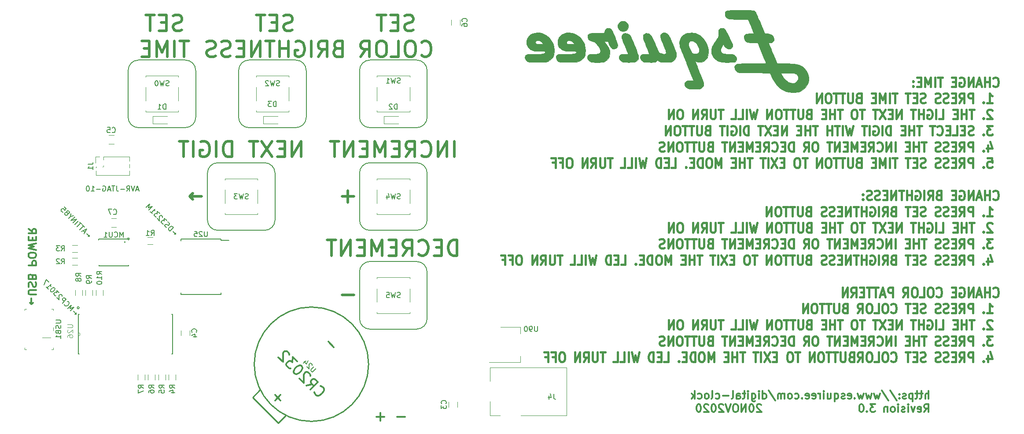
<source format=gbr>
G04 #@! TF.GenerationSoftware,KiCad,Pcbnew,(5.0.0)*
G04 #@! TF.CreationDate,2020-11-20T21:13:12-05:00*
G04 #@! TF.ProjectId,WS2812B Mini Clock,57533238313242204D696E6920436C6F,rev?*
G04 #@! TF.SameCoordinates,Original*
G04 #@! TF.FileFunction,Legend,Bot*
G04 #@! TF.FilePolarity,Positive*
%FSLAX46Y46*%
G04 Gerber Fmt 4.6, Leading zero omitted, Abs format (unit mm)*
G04 Created by KiCad (PCBNEW (5.0.0)) date 11/20/20 21:13:12*
%MOMM*%
%LPD*%
G01*
G04 APERTURE LIST*
%ADD10C,0.300000*%
%ADD11C,0.150000*%
%ADD12C,0.200000*%
%ADD13C,0.412500*%
%ADD14C,0.500000*%
%ADD15C,0.250000*%
%ADD16C,0.100000*%
%ADD17C,0.120000*%
%ADD18C,0.152400*%
%ADD19C,0.010000*%
G04 APERTURE END LIST*
D10*
X113238095Y-142857142D02*
X114761904Y-142857142D01*
X114000000Y-142095238D02*
X114000000Y-143619047D01*
X117238095Y-142857142D02*
X118761904Y-142857142D01*
X219447857Y-139403571D02*
X219447857Y-137903571D01*
X218805000Y-139403571D02*
X218805000Y-138617857D01*
X218876428Y-138475000D01*
X219019285Y-138403571D01*
X219233571Y-138403571D01*
X219376428Y-138475000D01*
X219447857Y-138546428D01*
X218305000Y-138403571D02*
X217733571Y-138403571D01*
X218090714Y-137903571D02*
X218090714Y-139189285D01*
X218019285Y-139332142D01*
X217876428Y-139403571D01*
X217733571Y-139403571D01*
X217447857Y-138403571D02*
X216876428Y-138403571D01*
X217233571Y-137903571D02*
X217233571Y-139189285D01*
X217162142Y-139332142D01*
X217019285Y-139403571D01*
X216876428Y-139403571D01*
X216376428Y-138403571D02*
X216376428Y-139903571D01*
X216376428Y-138475000D02*
X216233571Y-138403571D01*
X215947857Y-138403571D01*
X215805000Y-138475000D01*
X215733571Y-138546428D01*
X215662142Y-138689285D01*
X215662142Y-139117857D01*
X215733571Y-139260714D01*
X215805000Y-139332142D01*
X215947857Y-139403571D01*
X216233571Y-139403571D01*
X216376428Y-139332142D01*
X215090714Y-139332142D02*
X214947857Y-139403571D01*
X214662142Y-139403571D01*
X214519285Y-139332142D01*
X214447857Y-139189285D01*
X214447857Y-139117857D01*
X214519285Y-138975000D01*
X214662142Y-138903571D01*
X214876428Y-138903571D01*
X215019285Y-138832142D01*
X215090714Y-138689285D01*
X215090714Y-138617857D01*
X215019285Y-138475000D01*
X214876428Y-138403571D01*
X214662142Y-138403571D01*
X214519285Y-138475000D01*
X213805000Y-139260714D02*
X213733571Y-139332142D01*
X213805000Y-139403571D01*
X213876428Y-139332142D01*
X213805000Y-139260714D01*
X213805000Y-139403571D01*
X213805000Y-138475000D02*
X213733571Y-138546428D01*
X213805000Y-138617857D01*
X213876428Y-138546428D01*
X213805000Y-138475000D01*
X213805000Y-138617857D01*
X212019285Y-137832142D02*
X213305000Y-139760714D01*
X210447857Y-137832142D02*
X211733571Y-139760714D01*
X210090714Y-138403571D02*
X209805000Y-139403571D01*
X209519285Y-138689285D01*
X209233571Y-139403571D01*
X208947857Y-138403571D01*
X208519285Y-138403571D02*
X208233571Y-139403571D01*
X207947857Y-138689285D01*
X207662142Y-139403571D01*
X207376428Y-138403571D01*
X206947857Y-138403571D02*
X206662142Y-139403571D01*
X206376428Y-138689285D01*
X206090714Y-139403571D01*
X205805000Y-138403571D01*
X205233571Y-139260714D02*
X205162142Y-139332142D01*
X205233571Y-139403571D01*
X205305000Y-139332142D01*
X205233571Y-139260714D01*
X205233571Y-139403571D01*
X203947857Y-139332142D02*
X204090714Y-139403571D01*
X204376428Y-139403571D01*
X204519285Y-139332142D01*
X204590714Y-139189285D01*
X204590714Y-138617857D01*
X204519285Y-138475000D01*
X204376428Y-138403571D01*
X204090714Y-138403571D01*
X203947857Y-138475000D01*
X203876428Y-138617857D01*
X203876428Y-138760714D01*
X204590714Y-138903571D01*
X203305000Y-139332142D02*
X203162142Y-139403571D01*
X202876428Y-139403571D01*
X202733571Y-139332142D01*
X202662142Y-139189285D01*
X202662142Y-139117857D01*
X202733571Y-138975000D01*
X202876428Y-138903571D01*
X203090714Y-138903571D01*
X203233571Y-138832142D01*
X203305000Y-138689285D01*
X203305000Y-138617857D01*
X203233571Y-138475000D01*
X203090714Y-138403571D01*
X202876428Y-138403571D01*
X202733571Y-138475000D01*
X201376428Y-138403571D02*
X201376428Y-139903571D01*
X201376428Y-139332142D02*
X201519285Y-139403571D01*
X201804999Y-139403571D01*
X201947857Y-139332142D01*
X202019285Y-139260714D01*
X202090714Y-139117857D01*
X202090714Y-138689285D01*
X202019285Y-138546428D01*
X201947857Y-138475000D01*
X201804999Y-138403571D01*
X201519285Y-138403571D01*
X201376428Y-138475000D01*
X200019285Y-138403571D02*
X200019285Y-139403571D01*
X200662142Y-138403571D02*
X200662142Y-139189285D01*
X200590714Y-139332142D01*
X200447857Y-139403571D01*
X200233571Y-139403571D01*
X200090714Y-139332142D01*
X200019285Y-139260714D01*
X199304999Y-139403571D02*
X199304999Y-138403571D01*
X199304999Y-137903571D02*
X199376428Y-137975000D01*
X199304999Y-138046428D01*
X199233571Y-137975000D01*
X199304999Y-137903571D01*
X199304999Y-138046428D01*
X198590714Y-139403571D02*
X198590714Y-138403571D01*
X198590714Y-138689285D02*
X198519285Y-138546428D01*
X198447857Y-138475000D01*
X198304999Y-138403571D01*
X198162142Y-138403571D01*
X197090714Y-139332142D02*
X197233571Y-139403571D01*
X197519285Y-139403571D01*
X197662142Y-139332142D01*
X197733571Y-139189285D01*
X197733571Y-138617857D01*
X197662142Y-138475000D01*
X197519285Y-138403571D01*
X197233571Y-138403571D01*
X197090714Y-138475000D01*
X197019285Y-138617857D01*
X197019285Y-138760714D01*
X197733571Y-138903571D01*
X195804999Y-139332142D02*
X195947857Y-139403571D01*
X196233571Y-139403571D01*
X196376428Y-139332142D01*
X196447857Y-139189285D01*
X196447857Y-138617857D01*
X196376428Y-138475000D01*
X196233571Y-138403571D01*
X195947857Y-138403571D01*
X195804999Y-138475000D01*
X195733571Y-138617857D01*
X195733571Y-138760714D01*
X196447857Y-138903571D01*
X195090714Y-139260714D02*
X195019285Y-139332142D01*
X195090714Y-139403571D01*
X195162142Y-139332142D01*
X195090714Y-139260714D01*
X195090714Y-139403571D01*
X193733571Y-139332142D02*
X193876428Y-139403571D01*
X194162142Y-139403571D01*
X194304999Y-139332142D01*
X194376428Y-139260714D01*
X194447857Y-139117857D01*
X194447857Y-138689285D01*
X194376428Y-138546428D01*
X194304999Y-138475000D01*
X194162142Y-138403571D01*
X193876428Y-138403571D01*
X193733571Y-138475000D01*
X192876428Y-139403571D02*
X193019285Y-139332142D01*
X193090714Y-139260714D01*
X193162142Y-139117857D01*
X193162142Y-138689285D01*
X193090714Y-138546428D01*
X193019285Y-138475000D01*
X192876428Y-138403571D01*
X192662142Y-138403571D01*
X192519285Y-138475000D01*
X192447857Y-138546428D01*
X192376428Y-138689285D01*
X192376428Y-139117857D01*
X192447857Y-139260714D01*
X192519285Y-139332142D01*
X192662142Y-139403571D01*
X192876428Y-139403571D01*
X191733571Y-139403571D02*
X191733571Y-138403571D01*
X191733571Y-138546428D02*
X191662142Y-138475000D01*
X191519285Y-138403571D01*
X191304999Y-138403571D01*
X191162142Y-138475000D01*
X191090714Y-138617857D01*
X191090714Y-139403571D01*
X191090714Y-138617857D02*
X191019285Y-138475000D01*
X190876428Y-138403571D01*
X190662142Y-138403571D01*
X190519285Y-138475000D01*
X190447857Y-138617857D01*
X190447857Y-139403571D01*
X188662142Y-137832142D02*
X189947857Y-139760714D01*
X187519285Y-139403571D02*
X187519285Y-137903571D01*
X187519285Y-139332142D02*
X187662142Y-139403571D01*
X187947857Y-139403571D01*
X188090714Y-139332142D01*
X188162142Y-139260714D01*
X188233571Y-139117857D01*
X188233571Y-138689285D01*
X188162142Y-138546428D01*
X188090714Y-138475000D01*
X187947857Y-138403571D01*
X187662142Y-138403571D01*
X187519285Y-138475000D01*
X186804999Y-139403571D02*
X186804999Y-138403571D01*
X186804999Y-137903571D02*
X186876428Y-137975000D01*
X186804999Y-138046428D01*
X186733571Y-137975000D01*
X186804999Y-137903571D01*
X186804999Y-138046428D01*
X185447857Y-138403571D02*
X185447857Y-139617857D01*
X185519285Y-139760714D01*
X185590714Y-139832142D01*
X185733571Y-139903571D01*
X185947857Y-139903571D01*
X186090714Y-139832142D01*
X185447857Y-139332142D02*
X185590714Y-139403571D01*
X185876428Y-139403571D01*
X186019285Y-139332142D01*
X186090714Y-139260714D01*
X186162142Y-139117857D01*
X186162142Y-138689285D01*
X186090714Y-138546428D01*
X186019285Y-138475000D01*
X185876428Y-138403571D01*
X185590714Y-138403571D01*
X185447857Y-138475000D01*
X184733571Y-139403571D02*
X184733571Y-138403571D01*
X184733571Y-137903571D02*
X184804999Y-137975000D01*
X184733571Y-138046428D01*
X184662142Y-137975000D01*
X184733571Y-137903571D01*
X184733571Y-138046428D01*
X184233571Y-138403571D02*
X183662142Y-138403571D01*
X184019285Y-137903571D02*
X184019285Y-139189285D01*
X183947857Y-139332142D01*
X183804999Y-139403571D01*
X183662142Y-139403571D01*
X182519285Y-139403571D02*
X182519285Y-138617857D01*
X182590714Y-138475000D01*
X182733571Y-138403571D01*
X183019285Y-138403571D01*
X183162142Y-138475000D01*
X182519285Y-139332142D02*
X182662142Y-139403571D01*
X183019285Y-139403571D01*
X183162142Y-139332142D01*
X183233571Y-139189285D01*
X183233571Y-139046428D01*
X183162142Y-138903571D01*
X183019285Y-138832142D01*
X182662142Y-138832142D01*
X182519285Y-138760714D01*
X181590714Y-139403571D02*
X181733571Y-139332142D01*
X181804999Y-139189285D01*
X181804999Y-137903571D01*
X181019285Y-138832142D02*
X179876428Y-138832142D01*
X178519285Y-139332142D02*
X178662142Y-139403571D01*
X178947857Y-139403571D01*
X179090714Y-139332142D01*
X179162142Y-139260714D01*
X179233571Y-139117857D01*
X179233571Y-138689285D01*
X179162142Y-138546428D01*
X179090714Y-138475000D01*
X178947857Y-138403571D01*
X178662142Y-138403571D01*
X178519285Y-138475000D01*
X177662142Y-139403571D02*
X177804999Y-139332142D01*
X177876428Y-139189285D01*
X177876428Y-137903571D01*
X176876428Y-139403571D02*
X177019285Y-139332142D01*
X177090714Y-139260714D01*
X177162142Y-139117857D01*
X177162142Y-138689285D01*
X177090714Y-138546428D01*
X177019285Y-138475000D01*
X176876428Y-138403571D01*
X176662142Y-138403571D01*
X176519285Y-138475000D01*
X176447857Y-138546428D01*
X176376428Y-138689285D01*
X176376428Y-139117857D01*
X176447857Y-139260714D01*
X176519285Y-139332142D01*
X176662142Y-139403571D01*
X176876428Y-139403571D01*
X175090714Y-139332142D02*
X175233571Y-139403571D01*
X175519285Y-139403571D01*
X175662142Y-139332142D01*
X175733571Y-139260714D01*
X175804999Y-139117857D01*
X175804999Y-138689285D01*
X175733571Y-138546428D01*
X175662142Y-138475000D01*
X175519285Y-138403571D01*
X175233571Y-138403571D01*
X175090714Y-138475000D01*
X174447857Y-139403571D02*
X174447857Y-137903571D01*
X174304999Y-138832142D02*
X173876428Y-139403571D01*
X173876428Y-138403571D02*
X174447857Y-138975000D01*
X218590714Y-141953571D02*
X219090714Y-141239285D01*
X219447857Y-141953571D02*
X219447857Y-140453571D01*
X218876428Y-140453571D01*
X218733571Y-140525000D01*
X218662142Y-140596428D01*
X218590714Y-140739285D01*
X218590714Y-140953571D01*
X218662142Y-141096428D01*
X218733571Y-141167857D01*
X218876428Y-141239285D01*
X219447857Y-141239285D01*
X217376428Y-141882142D02*
X217519285Y-141953571D01*
X217805000Y-141953571D01*
X217947857Y-141882142D01*
X218019285Y-141739285D01*
X218019285Y-141167857D01*
X217947857Y-141025000D01*
X217805000Y-140953571D01*
X217519285Y-140953571D01*
X217376428Y-141025000D01*
X217305000Y-141167857D01*
X217305000Y-141310714D01*
X218019285Y-141453571D01*
X216805000Y-140953571D02*
X216447857Y-141953571D01*
X216090714Y-140953571D01*
X215519285Y-141953571D02*
X215519285Y-140953571D01*
X215519285Y-140453571D02*
X215590714Y-140525000D01*
X215519285Y-140596428D01*
X215447857Y-140525000D01*
X215519285Y-140453571D01*
X215519285Y-140596428D01*
X214876428Y-141882142D02*
X214733571Y-141953571D01*
X214447857Y-141953571D01*
X214305000Y-141882142D01*
X214233571Y-141739285D01*
X214233571Y-141667857D01*
X214305000Y-141525000D01*
X214447857Y-141453571D01*
X214662142Y-141453571D01*
X214805000Y-141382142D01*
X214876428Y-141239285D01*
X214876428Y-141167857D01*
X214805000Y-141025000D01*
X214662142Y-140953571D01*
X214447857Y-140953571D01*
X214305000Y-141025000D01*
X213590714Y-141953571D02*
X213590714Y-140953571D01*
X213590714Y-140453571D02*
X213662142Y-140525000D01*
X213590714Y-140596428D01*
X213519285Y-140525000D01*
X213590714Y-140453571D01*
X213590714Y-140596428D01*
X212662142Y-141953571D02*
X212805000Y-141882142D01*
X212876428Y-141810714D01*
X212947857Y-141667857D01*
X212947857Y-141239285D01*
X212876428Y-141096428D01*
X212805000Y-141025000D01*
X212662142Y-140953571D01*
X212447857Y-140953571D01*
X212305000Y-141025000D01*
X212233571Y-141096428D01*
X212162142Y-141239285D01*
X212162142Y-141667857D01*
X212233571Y-141810714D01*
X212305000Y-141882142D01*
X212447857Y-141953571D01*
X212662142Y-141953571D01*
X211519285Y-140953571D02*
X211519285Y-141953571D01*
X211519285Y-141096428D02*
X211447857Y-141025000D01*
X211305000Y-140953571D01*
X211090714Y-140953571D01*
X210947857Y-141025000D01*
X210876428Y-141167857D01*
X210876428Y-141953571D01*
X209162142Y-140453571D02*
X208233571Y-140453571D01*
X208733571Y-141025000D01*
X208519285Y-141025000D01*
X208376428Y-141096428D01*
X208305000Y-141167857D01*
X208233571Y-141310714D01*
X208233571Y-141667857D01*
X208305000Y-141810714D01*
X208376428Y-141882142D01*
X208519285Y-141953571D01*
X208947857Y-141953571D01*
X209090714Y-141882142D01*
X209162142Y-141810714D01*
X207590714Y-141810714D02*
X207519285Y-141882142D01*
X207590714Y-141953571D01*
X207662142Y-141882142D01*
X207590714Y-141810714D01*
X207590714Y-141953571D01*
X206590714Y-140453571D02*
X206447857Y-140453571D01*
X206305000Y-140525000D01*
X206233571Y-140596428D01*
X206162142Y-140739285D01*
X206090714Y-141025000D01*
X206090714Y-141382142D01*
X206162142Y-141667857D01*
X206233571Y-141810714D01*
X206305000Y-141882142D01*
X206447857Y-141953571D01*
X206590714Y-141953571D01*
X206733571Y-141882142D01*
X206805000Y-141810714D01*
X206876428Y-141667857D01*
X206947857Y-141382142D01*
X206947857Y-141025000D01*
X206876428Y-140739285D01*
X206805000Y-140596428D01*
X206733571Y-140525000D01*
X206590714Y-140453571D01*
X187233571Y-140596428D02*
X187162142Y-140525000D01*
X187019285Y-140453571D01*
X186662142Y-140453571D01*
X186519285Y-140525000D01*
X186447857Y-140596428D01*
X186376428Y-140739285D01*
X186376428Y-140882142D01*
X186447857Y-141096428D01*
X187305000Y-141953571D01*
X186376428Y-141953571D01*
X185447857Y-140453571D02*
X185305000Y-140453571D01*
X185162142Y-140525000D01*
X185090714Y-140596428D01*
X185019285Y-140739285D01*
X184947857Y-141025000D01*
X184947857Y-141382142D01*
X185019285Y-141667857D01*
X185090714Y-141810714D01*
X185162142Y-141882142D01*
X185305000Y-141953571D01*
X185447857Y-141953571D01*
X185590714Y-141882142D01*
X185662142Y-141810714D01*
X185733571Y-141667857D01*
X185805000Y-141382142D01*
X185805000Y-141025000D01*
X185733571Y-140739285D01*
X185662142Y-140596428D01*
X185590714Y-140525000D01*
X185447857Y-140453571D01*
X184305000Y-141953571D02*
X184305000Y-140453571D01*
X183447857Y-141953571D01*
X183447857Y-140453571D01*
X182447857Y-140453571D02*
X182162142Y-140453571D01*
X182019285Y-140525000D01*
X181876428Y-140667857D01*
X181805000Y-140953571D01*
X181805000Y-141453571D01*
X181876428Y-141739285D01*
X182019285Y-141882142D01*
X182162142Y-141953571D01*
X182447857Y-141953571D01*
X182590714Y-141882142D01*
X182733571Y-141739285D01*
X182805000Y-141453571D01*
X182805000Y-140953571D01*
X182733571Y-140667857D01*
X182590714Y-140525000D01*
X182447857Y-140453571D01*
X181376428Y-140453571D02*
X180876428Y-141953571D01*
X180376428Y-140453571D01*
X179947857Y-140596428D02*
X179876428Y-140525000D01*
X179733571Y-140453571D01*
X179376428Y-140453571D01*
X179233571Y-140525000D01*
X179162142Y-140596428D01*
X179090714Y-140739285D01*
X179090714Y-140882142D01*
X179162142Y-141096428D01*
X180019285Y-141953571D01*
X179090714Y-141953571D01*
X178162142Y-140453571D02*
X178019285Y-140453571D01*
X177876428Y-140525000D01*
X177805000Y-140596428D01*
X177733571Y-140739285D01*
X177662142Y-141025000D01*
X177662142Y-141382142D01*
X177733571Y-141667857D01*
X177805000Y-141810714D01*
X177876428Y-141882142D01*
X178019285Y-141953571D01*
X178162142Y-141953571D01*
X178305000Y-141882142D01*
X178376428Y-141810714D01*
X178447857Y-141667857D01*
X178519285Y-141382142D01*
X178519285Y-141025000D01*
X178447857Y-140739285D01*
X178376428Y-140596428D01*
X178305000Y-140525000D01*
X178162142Y-140453571D01*
X177090714Y-140596428D02*
X177019285Y-140525000D01*
X176876428Y-140453571D01*
X176519285Y-140453571D01*
X176376428Y-140525000D01*
X176305000Y-140596428D01*
X176233571Y-140739285D01*
X176233571Y-140882142D01*
X176305000Y-141096428D01*
X177162142Y-141953571D01*
X176233571Y-141953571D01*
X175305000Y-140453571D02*
X175162142Y-140453571D01*
X175019285Y-140525000D01*
X174947857Y-140596428D01*
X174876428Y-140739285D01*
X174805000Y-141025000D01*
X174805000Y-141382142D01*
X174876428Y-141667857D01*
X174947857Y-141810714D01*
X175019285Y-141882142D01*
X175162142Y-141953571D01*
X175305000Y-141953571D01*
X175447857Y-141882142D01*
X175519285Y-141810714D01*
X175590714Y-141667857D01*
X175662142Y-141382142D01*
X175662142Y-141025000D01*
X175590714Y-140739285D01*
X175519285Y-140596428D01*
X175447857Y-140525000D01*
X175305000Y-140453571D01*
D11*
X74121320Y-107222335D02*
X74660068Y-107761083D01*
X74390694Y-107761083D02*
X74660068Y-107761083D01*
X74660068Y-107491709D01*
X73515228Y-107154992D02*
X74222335Y-106447885D01*
X74053976Y-106279526D01*
X73919289Y-106212183D01*
X73784602Y-106212183D01*
X73683587Y-106245854D01*
X73515228Y-106346870D01*
X73414213Y-106447885D01*
X73313198Y-106616244D01*
X73279526Y-106717259D01*
X73279526Y-106851946D01*
X73346870Y-106986633D01*
X73515228Y-107154992D01*
X72875465Y-106447885D02*
X72740778Y-106380541D01*
X72572419Y-106212183D01*
X72538748Y-106111167D01*
X72538748Y-106043824D01*
X72572419Y-105942809D01*
X72639763Y-105875465D01*
X72740778Y-105841793D01*
X72808122Y-105841793D01*
X72909137Y-105875465D01*
X73077496Y-105976480D01*
X73178511Y-106010152D01*
X73245854Y-106010152D01*
X73346870Y-105976480D01*
X73414213Y-105909137D01*
X73447885Y-105808122D01*
X73447885Y-105740778D01*
X73414213Y-105639763D01*
X73245854Y-105471404D01*
X73111167Y-105404061D01*
X72909137Y-105134687D02*
X72471404Y-104696954D01*
X72437732Y-105202030D01*
X72336717Y-105101015D01*
X72235702Y-105067343D01*
X72168358Y-105067343D01*
X72067343Y-105101015D01*
X71898984Y-105269374D01*
X71865312Y-105370389D01*
X71865312Y-105437732D01*
X71898984Y-105538748D01*
X72101015Y-105740778D01*
X72202030Y-105774450D01*
X72269374Y-105774450D01*
X72134687Y-104494923D02*
X72134687Y-104427580D01*
X72101015Y-104326564D01*
X71932656Y-104158206D01*
X71831641Y-104124534D01*
X71764297Y-104124534D01*
X71663282Y-104158206D01*
X71595938Y-104225549D01*
X71528595Y-104360236D01*
X71528595Y-105168358D01*
X71090862Y-104730625D01*
X71562267Y-103787816D02*
X71124534Y-103350084D01*
X71090862Y-103855160D01*
X70989847Y-103754145D01*
X70888832Y-103720473D01*
X70821488Y-103720473D01*
X70720473Y-103754145D01*
X70552114Y-103922503D01*
X70518442Y-104023519D01*
X70518442Y-104090862D01*
X70552114Y-104191877D01*
X70754145Y-104393908D01*
X70855160Y-104427580D01*
X70922503Y-104427580D01*
X69743992Y-103383755D02*
X70148053Y-103787816D01*
X69946023Y-103585786D02*
X70653129Y-102878679D01*
X70619458Y-103047038D01*
X70619458Y-103181725D01*
X70653129Y-103282740D01*
X69440946Y-103080710D02*
X70148053Y-102373603D01*
X69407275Y-102642977D01*
X69676649Y-101902198D01*
X68969542Y-102609305D01*
X54974873Y-122575888D02*
X55513621Y-123114637D01*
X55244247Y-123114637D02*
X55513621Y-123114637D01*
X55513621Y-122845263D01*
X54368782Y-122508545D02*
X55075888Y-121801438D01*
X54335110Y-122070812D01*
X54604484Y-121330034D01*
X53897377Y-122037140D01*
X53223942Y-121229018D02*
X53223942Y-121296362D01*
X53291286Y-121431049D01*
X53358629Y-121498392D01*
X53493316Y-121565736D01*
X53628003Y-121565736D01*
X53729018Y-121532064D01*
X53897377Y-121431049D01*
X53998392Y-121330034D01*
X54099408Y-121161675D01*
X54133079Y-121060660D01*
X54133079Y-120925973D01*
X54065736Y-120791286D01*
X53998392Y-120723942D01*
X53863705Y-120656599D01*
X53796362Y-120656599D01*
X52853553Y-120993316D02*
X53560660Y-120286209D01*
X53291286Y-120016835D01*
X53190270Y-119983164D01*
X53122927Y-119983164D01*
X53021912Y-120016835D01*
X52920896Y-120117851D01*
X52887225Y-120218866D01*
X52887225Y-120286209D01*
X52920896Y-120387225D01*
X53190270Y-120656599D01*
X52819881Y-119680118D02*
X52819881Y-119612774D01*
X52786209Y-119511759D01*
X52617851Y-119343400D01*
X52516835Y-119309729D01*
X52449492Y-119309729D01*
X52348477Y-119343400D01*
X52281133Y-119410744D01*
X52213790Y-119545431D01*
X52213790Y-120353553D01*
X51776057Y-119915820D01*
X52247461Y-118973011D02*
X51809729Y-118535278D01*
X51776057Y-119040355D01*
X51675042Y-118939339D01*
X51574026Y-118905668D01*
X51506683Y-118905668D01*
X51405668Y-118939339D01*
X51237309Y-119107698D01*
X51203637Y-119208713D01*
X51203637Y-119276057D01*
X51237309Y-119377072D01*
X51439339Y-119579103D01*
X51540355Y-119612774D01*
X51607698Y-119612774D01*
X51371996Y-118097546D02*
X51304652Y-118030202D01*
X51203637Y-117996530D01*
X51136294Y-117996530D01*
X51035278Y-118030202D01*
X50866920Y-118131217D01*
X50698561Y-118299576D01*
X50597546Y-118467935D01*
X50563874Y-118568950D01*
X50563874Y-118636294D01*
X50597546Y-118737309D01*
X50664889Y-118804652D01*
X50765904Y-118838324D01*
X50833248Y-118838324D01*
X50934263Y-118804652D01*
X51102622Y-118703637D01*
X51270981Y-118535278D01*
X51371996Y-118366920D01*
X51405668Y-118265904D01*
X51405668Y-118198561D01*
X51371996Y-118097546D01*
X49755752Y-117895515D02*
X50159813Y-118299576D01*
X49957782Y-118097546D02*
X50664889Y-117390439D01*
X50631217Y-117558798D01*
X50631217Y-117693485D01*
X50664889Y-117794500D01*
X50227156Y-116952706D02*
X49755752Y-116481301D01*
X49351691Y-117491454D01*
X57537140Y-107638156D02*
X58075888Y-108176904D01*
X57806514Y-108176904D02*
X58075888Y-108176904D01*
X58075888Y-107907530D01*
X57166751Y-107402453D02*
X56830034Y-107065736D01*
X57032064Y-107671827D02*
X57503469Y-106729018D01*
X56560660Y-107200423D01*
X57133079Y-106358629D02*
X56729018Y-105954568D01*
X56223942Y-106863705D02*
X56931049Y-106156599D01*
X56594331Y-105819881D02*
X56190270Y-105415820D01*
X55685194Y-106324957D02*
X56392301Y-105617851D01*
X55247461Y-105887225D02*
X55954568Y-105180118D01*
X54910744Y-105550507D02*
X55617851Y-104843400D01*
X54506683Y-105146446D01*
X55213790Y-104439339D01*
X54371996Y-104338324D02*
X54035278Y-104675042D01*
X54978087Y-104203637D02*
X54371996Y-104338324D01*
X54506683Y-103732233D01*
X53866920Y-103698561D02*
X53967935Y-103732233D01*
X54035278Y-103732233D01*
X54136294Y-103698561D01*
X54169965Y-103664889D01*
X54203637Y-103563874D01*
X54203637Y-103496530D01*
X54169965Y-103395515D01*
X54035278Y-103260828D01*
X53934263Y-103227156D01*
X53866920Y-103227156D01*
X53765904Y-103260828D01*
X53732233Y-103294500D01*
X53698561Y-103395515D01*
X53698561Y-103462859D01*
X53732233Y-103563874D01*
X53866920Y-103698561D01*
X53900591Y-103799576D01*
X53900591Y-103866920D01*
X53866920Y-103967935D01*
X53732233Y-104102622D01*
X53631217Y-104136294D01*
X53563874Y-104136294D01*
X53462859Y-104102622D01*
X53328172Y-103967935D01*
X53294500Y-103866920D01*
X53294500Y-103799576D01*
X53328172Y-103698561D01*
X53462859Y-103563874D01*
X53563874Y-103530202D01*
X53631217Y-103530202D01*
X53732233Y-103563874D01*
X53260828Y-102486378D02*
X53597546Y-102823095D01*
X53294500Y-103193485D01*
X53294500Y-103126141D01*
X53260828Y-103025126D01*
X53092469Y-102856767D01*
X52991454Y-102823095D01*
X52924111Y-102823095D01*
X52823095Y-102856767D01*
X52654736Y-103025126D01*
X52621065Y-103126141D01*
X52621065Y-103193485D01*
X52654736Y-103294500D01*
X52823095Y-103462859D01*
X52924111Y-103496530D01*
X52991454Y-103496530D01*
D10*
X46892857Y-120071428D02*
X46892857Y-121214285D01*
X46607142Y-120928571D02*
X46892857Y-121214285D01*
X47178571Y-120928571D01*
X47821428Y-119357142D02*
X46607142Y-119357142D01*
X46464285Y-119285714D01*
X46392857Y-119214285D01*
X46321428Y-119071428D01*
X46321428Y-118785714D01*
X46392857Y-118642857D01*
X46464285Y-118571428D01*
X46607142Y-118500000D01*
X47821428Y-118500000D01*
X46392857Y-117857142D02*
X46321428Y-117642857D01*
X46321428Y-117285714D01*
X46392857Y-117142857D01*
X46464285Y-117071428D01*
X46607142Y-117000000D01*
X46750000Y-117000000D01*
X46892857Y-117071428D01*
X46964285Y-117142857D01*
X47035714Y-117285714D01*
X47107142Y-117571428D01*
X47178571Y-117714285D01*
X47250000Y-117785714D01*
X47392857Y-117857142D01*
X47535714Y-117857142D01*
X47678571Y-117785714D01*
X47750000Y-117714285D01*
X47821428Y-117571428D01*
X47821428Y-117214285D01*
X47750000Y-117000000D01*
X47107142Y-115857142D02*
X47035714Y-115642857D01*
X46964285Y-115571428D01*
X46821428Y-115500000D01*
X46607142Y-115500000D01*
X46464285Y-115571428D01*
X46392857Y-115642857D01*
X46321428Y-115785714D01*
X46321428Y-116357142D01*
X47821428Y-116357142D01*
X47821428Y-115857142D01*
X47750000Y-115714285D01*
X47678571Y-115642857D01*
X47535714Y-115571428D01*
X47392857Y-115571428D01*
X47250000Y-115642857D01*
X47178571Y-115714285D01*
X47107142Y-115857142D01*
X47107142Y-116357142D01*
X46321428Y-113714285D02*
X47821428Y-113714285D01*
X47821428Y-113142857D01*
X47750000Y-113000000D01*
X47678571Y-112928571D01*
X47535714Y-112857142D01*
X47321428Y-112857142D01*
X47178571Y-112928571D01*
X47107142Y-113000000D01*
X47035714Y-113142857D01*
X47035714Y-113714285D01*
X47821428Y-111928571D02*
X47821428Y-111642857D01*
X47750000Y-111500000D01*
X47607142Y-111357142D01*
X47321428Y-111285714D01*
X46821428Y-111285714D01*
X46535714Y-111357142D01*
X46392857Y-111500000D01*
X46321428Y-111642857D01*
X46321428Y-111928571D01*
X46392857Y-112071428D01*
X46535714Y-112214285D01*
X46821428Y-112285714D01*
X47321428Y-112285714D01*
X47607142Y-112214285D01*
X47750000Y-112071428D01*
X47821428Y-111928571D01*
X47821428Y-110785714D02*
X46321428Y-110428571D01*
X47392857Y-110142857D01*
X46321428Y-109857142D01*
X47821428Y-109500000D01*
X47107142Y-108928571D02*
X47107142Y-108428571D01*
X46321428Y-108214285D02*
X46321428Y-108928571D01*
X47821428Y-108928571D01*
X47821428Y-108214285D01*
X46321428Y-106714285D02*
X47035714Y-107214285D01*
X46321428Y-107571428D02*
X47821428Y-107571428D01*
X47821428Y-107000000D01*
X47750000Y-106857142D01*
X47678571Y-106785714D01*
X47535714Y-106714285D01*
X47321428Y-106714285D01*
X47178571Y-106785714D01*
X47107142Y-106857142D01*
X47035714Y-107000000D01*
X47035714Y-107571428D01*
D12*
X67547619Y-99166666D02*
X67071428Y-99166666D01*
X67642857Y-99452380D02*
X67309523Y-98452380D01*
X66976190Y-99452380D01*
X66785714Y-98452380D02*
X66452380Y-99452380D01*
X66119047Y-98452380D01*
X65214285Y-99452380D02*
X65547619Y-98976190D01*
X65785714Y-99452380D02*
X65785714Y-98452380D01*
X65404761Y-98452380D01*
X65309523Y-98500000D01*
X65261904Y-98547619D01*
X65214285Y-98642857D01*
X65214285Y-98785714D01*
X65261904Y-98880952D01*
X65309523Y-98928571D01*
X65404761Y-98976190D01*
X65785714Y-98976190D01*
X64785714Y-99071428D02*
X64023809Y-99071428D01*
X63261904Y-98452380D02*
X63261904Y-99166666D01*
X63309523Y-99309523D01*
X63404761Y-99404761D01*
X63547619Y-99452380D01*
X63642857Y-99452380D01*
X62928571Y-98452380D02*
X62357142Y-98452380D01*
X62642857Y-99452380D02*
X62642857Y-98452380D01*
X62071428Y-99166666D02*
X61595238Y-99166666D01*
X62166666Y-99452380D02*
X61833333Y-98452380D01*
X61500000Y-99452380D01*
X60642857Y-98500000D02*
X60738095Y-98452380D01*
X60880952Y-98452380D01*
X61023809Y-98500000D01*
X61119047Y-98595238D01*
X61166666Y-98690476D01*
X61214285Y-98880952D01*
X61214285Y-99023809D01*
X61166666Y-99214285D01*
X61119047Y-99309523D01*
X61023809Y-99404761D01*
X60880952Y-99452380D01*
X60785714Y-99452380D01*
X60642857Y-99404761D01*
X60595238Y-99357142D01*
X60595238Y-99023809D01*
X60785714Y-99023809D01*
X60166666Y-99071428D02*
X59404761Y-99071428D01*
X58404761Y-99452380D02*
X58976190Y-99452380D01*
X58690476Y-99452380D02*
X58690476Y-98452380D01*
X58785714Y-98595238D01*
X58880952Y-98690476D01*
X58976190Y-98738095D01*
X57785714Y-98452380D02*
X57690476Y-98452380D01*
X57595238Y-98500000D01*
X57547619Y-98547619D01*
X57500000Y-98642857D01*
X57452380Y-98833333D01*
X57452380Y-99071428D01*
X57500000Y-99261904D01*
X57547619Y-99357142D01*
X57595238Y-99404761D01*
X57690476Y-99452380D01*
X57785714Y-99452380D01*
X57880952Y-99404761D01*
X57928571Y-99357142D01*
X57976190Y-99261904D01*
X58023809Y-99071428D01*
X58023809Y-98833333D01*
X57976190Y-98642857D01*
X57928571Y-98547619D01*
X57880952Y-98500000D01*
X57785714Y-98452380D01*
D13*
X231896160Y-79186607D02*
X231974732Y-79272321D01*
X232210446Y-79358035D01*
X232367589Y-79358035D01*
X232603303Y-79272321D01*
X232760446Y-79100892D01*
X232839017Y-78929464D01*
X232917589Y-78586607D01*
X232917589Y-78329464D01*
X232839017Y-77986607D01*
X232760446Y-77815178D01*
X232603303Y-77643750D01*
X232367589Y-77558035D01*
X232210446Y-77558035D01*
X231974732Y-77643750D01*
X231896160Y-77729464D01*
X231189017Y-79358035D02*
X231189017Y-77558035D01*
X231189017Y-78415178D02*
X230246160Y-78415178D01*
X230246160Y-79358035D02*
X230246160Y-77558035D01*
X229539017Y-78843750D02*
X228753303Y-78843750D01*
X229696160Y-79358035D02*
X229146160Y-77558035D01*
X228596160Y-79358035D01*
X228046160Y-79358035D02*
X228046160Y-77558035D01*
X227103303Y-79358035D01*
X227103303Y-77558035D01*
X225453303Y-77643750D02*
X225610446Y-77558035D01*
X225846160Y-77558035D01*
X226081875Y-77643750D01*
X226239017Y-77815178D01*
X226317589Y-77986607D01*
X226396160Y-78329464D01*
X226396160Y-78586607D01*
X226317589Y-78929464D01*
X226239017Y-79100892D01*
X226081875Y-79272321D01*
X225846160Y-79358035D01*
X225689017Y-79358035D01*
X225453303Y-79272321D01*
X225374732Y-79186607D01*
X225374732Y-78586607D01*
X225689017Y-78586607D01*
X224667589Y-78415178D02*
X224117589Y-78415178D01*
X223881875Y-79358035D02*
X224667589Y-79358035D01*
X224667589Y-77558035D01*
X223881875Y-77558035D01*
X222153303Y-77558035D02*
X221210446Y-77558035D01*
X221681875Y-79358035D02*
X221681875Y-77558035D01*
X220660446Y-79358035D02*
X220660446Y-77558035D01*
X219874732Y-79358035D02*
X219874732Y-77558035D01*
X219324732Y-78843750D01*
X218774732Y-77558035D01*
X218774732Y-79358035D01*
X217989017Y-78415178D02*
X217439017Y-78415178D01*
X217203303Y-79358035D02*
X217989017Y-79358035D01*
X217989017Y-77558035D01*
X217203303Y-77558035D01*
X216496160Y-79186607D02*
X216417589Y-79272321D01*
X216496160Y-79358035D01*
X216574732Y-79272321D01*
X216496160Y-79186607D01*
X216496160Y-79358035D01*
X216496160Y-78243750D02*
X216417589Y-78329464D01*
X216496160Y-78415178D01*
X216574732Y-78329464D01*
X216496160Y-78243750D01*
X216496160Y-78415178D01*
X230717589Y-82470535D02*
X231660446Y-82470535D01*
X231189017Y-82470535D02*
X231189017Y-80670535D01*
X231346160Y-80927678D01*
X231503303Y-81099107D01*
X231660446Y-81184821D01*
X230010446Y-82299107D02*
X229931875Y-82384821D01*
X230010446Y-82470535D01*
X230089017Y-82384821D01*
X230010446Y-82299107D01*
X230010446Y-82470535D01*
X227967589Y-82470535D02*
X227967589Y-80670535D01*
X227339017Y-80670535D01*
X227181875Y-80756250D01*
X227103303Y-80841964D01*
X227024732Y-81013392D01*
X227024732Y-81270535D01*
X227103303Y-81441964D01*
X227181875Y-81527678D01*
X227339017Y-81613392D01*
X227967589Y-81613392D01*
X225374732Y-82470535D02*
X225924732Y-81613392D01*
X226317589Y-82470535D02*
X226317589Y-80670535D01*
X225689017Y-80670535D01*
X225531875Y-80756250D01*
X225453303Y-80841964D01*
X225374732Y-81013392D01*
X225374732Y-81270535D01*
X225453303Y-81441964D01*
X225531875Y-81527678D01*
X225689017Y-81613392D01*
X226317589Y-81613392D01*
X224667589Y-81527678D02*
X224117589Y-81527678D01*
X223881875Y-82470535D02*
X224667589Y-82470535D01*
X224667589Y-80670535D01*
X223881875Y-80670535D01*
X223253303Y-82384821D02*
X223017589Y-82470535D01*
X222624732Y-82470535D01*
X222467589Y-82384821D01*
X222389017Y-82299107D01*
X222310446Y-82127678D01*
X222310446Y-81956250D01*
X222389017Y-81784821D01*
X222467589Y-81699107D01*
X222624732Y-81613392D01*
X222939017Y-81527678D01*
X223096160Y-81441964D01*
X223174732Y-81356250D01*
X223253303Y-81184821D01*
X223253303Y-81013392D01*
X223174732Y-80841964D01*
X223096160Y-80756250D01*
X222939017Y-80670535D01*
X222546160Y-80670535D01*
X222310446Y-80756250D01*
X221681875Y-82384821D02*
X221446160Y-82470535D01*
X221053303Y-82470535D01*
X220896160Y-82384821D01*
X220817589Y-82299107D01*
X220739017Y-82127678D01*
X220739017Y-81956250D01*
X220817589Y-81784821D01*
X220896160Y-81699107D01*
X221053303Y-81613392D01*
X221367589Y-81527678D01*
X221524732Y-81441964D01*
X221603303Y-81356250D01*
X221681875Y-81184821D01*
X221681875Y-81013392D01*
X221603303Y-80841964D01*
X221524732Y-80756250D01*
X221367589Y-80670535D01*
X220974732Y-80670535D01*
X220739017Y-80756250D01*
X218853303Y-82384821D02*
X218617589Y-82470535D01*
X218224732Y-82470535D01*
X218067589Y-82384821D01*
X217989017Y-82299107D01*
X217910446Y-82127678D01*
X217910446Y-81956250D01*
X217989017Y-81784821D01*
X218067589Y-81699107D01*
X218224732Y-81613392D01*
X218539017Y-81527678D01*
X218696160Y-81441964D01*
X218774732Y-81356250D01*
X218853303Y-81184821D01*
X218853303Y-81013392D01*
X218774732Y-80841964D01*
X218696160Y-80756250D01*
X218539017Y-80670535D01*
X218146160Y-80670535D01*
X217910446Y-80756250D01*
X217203303Y-81527678D02*
X216653303Y-81527678D01*
X216417589Y-82470535D02*
X217203303Y-82470535D01*
X217203303Y-80670535D01*
X216417589Y-80670535D01*
X215946160Y-80670535D02*
X215003303Y-80670535D01*
X215474732Y-82470535D02*
X215474732Y-80670535D01*
X213431875Y-80670535D02*
X212489017Y-80670535D01*
X212960446Y-82470535D02*
X212960446Y-80670535D01*
X211939017Y-82470535D02*
X211939017Y-80670535D01*
X211153303Y-82470535D02*
X211153303Y-80670535D01*
X210603303Y-81956250D01*
X210053303Y-80670535D01*
X210053303Y-82470535D01*
X209267589Y-81527678D02*
X208717589Y-81527678D01*
X208481875Y-82470535D02*
X209267589Y-82470535D01*
X209267589Y-80670535D01*
X208481875Y-80670535D01*
X205967589Y-81527678D02*
X205731875Y-81613392D01*
X205653303Y-81699107D01*
X205574732Y-81870535D01*
X205574732Y-82127678D01*
X205653303Y-82299107D01*
X205731875Y-82384821D01*
X205889017Y-82470535D01*
X206517589Y-82470535D01*
X206517589Y-80670535D01*
X205967589Y-80670535D01*
X205810446Y-80756250D01*
X205731875Y-80841964D01*
X205653303Y-81013392D01*
X205653303Y-81184821D01*
X205731875Y-81356250D01*
X205810446Y-81441964D01*
X205967589Y-81527678D01*
X206517589Y-81527678D01*
X204867589Y-80670535D02*
X204867589Y-82127678D01*
X204789017Y-82299107D01*
X204710446Y-82384821D01*
X204553303Y-82470535D01*
X204239017Y-82470535D01*
X204081875Y-82384821D01*
X204003303Y-82299107D01*
X203924732Y-82127678D01*
X203924732Y-80670535D01*
X203374732Y-80670535D02*
X202431875Y-80670535D01*
X202903303Y-82470535D02*
X202903303Y-80670535D01*
X202117589Y-80670535D02*
X201174732Y-80670535D01*
X201646160Y-82470535D02*
X201646160Y-80670535D01*
X200310446Y-80670535D02*
X199996160Y-80670535D01*
X199839017Y-80756250D01*
X199681875Y-80927678D01*
X199603303Y-81270535D01*
X199603303Y-81870535D01*
X199681875Y-82213392D01*
X199839017Y-82384821D01*
X199996160Y-82470535D01*
X200310446Y-82470535D01*
X200467589Y-82384821D01*
X200624732Y-82213392D01*
X200703303Y-81870535D01*
X200703303Y-81270535D01*
X200624732Y-80927678D01*
X200467589Y-80756250D01*
X200310446Y-80670535D01*
X198896160Y-82470535D02*
X198896160Y-80670535D01*
X197953303Y-82470535D01*
X197953303Y-80670535D01*
X231660446Y-83954464D02*
X231581875Y-83868750D01*
X231424732Y-83783035D01*
X231031875Y-83783035D01*
X230874732Y-83868750D01*
X230796160Y-83954464D01*
X230717589Y-84125892D01*
X230717589Y-84297321D01*
X230796160Y-84554464D01*
X231739017Y-85583035D01*
X230717589Y-85583035D01*
X230010446Y-85411607D02*
X229931875Y-85497321D01*
X230010446Y-85583035D01*
X230089017Y-85497321D01*
X230010446Y-85411607D01*
X230010446Y-85583035D01*
X228203303Y-83783035D02*
X227260446Y-83783035D01*
X227731875Y-85583035D02*
X227731875Y-83783035D01*
X226710446Y-85583035D02*
X226710446Y-83783035D01*
X226710446Y-84640178D02*
X225767589Y-84640178D01*
X225767589Y-85583035D02*
X225767589Y-83783035D01*
X224981875Y-84640178D02*
X224431875Y-84640178D01*
X224196160Y-85583035D02*
X224981875Y-85583035D01*
X224981875Y-83783035D01*
X224196160Y-83783035D01*
X221446160Y-85583035D02*
X222231875Y-85583035D01*
X222231875Y-83783035D01*
X220896160Y-85583035D02*
X220896160Y-83783035D01*
X219246160Y-83868750D02*
X219403303Y-83783035D01*
X219639017Y-83783035D01*
X219874732Y-83868750D01*
X220031875Y-84040178D01*
X220110446Y-84211607D01*
X220189017Y-84554464D01*
X220189017Y-84811607D01*
X220110446Y-85154464D01*
X220031875Y-85325892D01*
X219874732Y-85497321D01*
X219639017Y-85583035D01*
X219481875Y-85583035D01*
X219246160Y-85497321D01*
X219167589Y-85411607D01*
X219167589Y-84811607D01*
X219481875Y-84811607D01*
X218460446Y-85583035D02*
X218460446Y-83783035D01*
X218460446Y-84640178D02*
X217517589Y-84640178D01*
X217517589Y-85583035D02*
X217517589Y-83783035D01*
X216967589Y-83783035D02*
X216024732Y-83783035D01*
X216496160Y-85583035D02*
X216496160Y-83783035D01*
X214217589Y-85583035D02*
X214217589Y-83783035D01*
X213274732Y-85583035D01*
X213274732Y-83783035D01*
X212489017Y-84640178D02*
X211939017Y-84640178D01*
X211703303Y-85583035D02*
X212489017Y-85583035D01*
X212489017Y-83783035D01*
X211703303Y-83783035D01*
X211153303Y-83783035D02*
X210053303Y-85583035D01*
X210053303Y-83783035D02*
X211153303Y-85583035D01*
X209660446Y-83783035D02*
X208717589Y-83783035D01*
X209189017Y-85583035D02*
X209189017Y-83783035D01*
X207146160Y-83783035D02*
X206203303Y-83783035D01*
X206674732Y-85583035D02*
X206674732Y-83783035D01*
X205339017Y-83783035D02*
X205024732Y-83783035D01*
X204867589Y-83868750D01*
X204710446Y-84040178D01*
X204631875Y-84383035D01*
X204631875Y-84983035D01*
X204710446Y-85325892D01*
X204867589Y-85497321D01*
X205024732Y-85583035D01*
X205339017Y-85583035D01*
X205496160Y-85497321D01*
X205653303Y-85325892D01*
X205731875Y-84983035D01*
X205731875Y-84383035D01*
X205653303Y-84040178D01*
X205496160Y-83868750D01*
X205339017Y-83783035D01*
X202903303Y-83783035D02*
X201960446Y-83783035D01*
X202431875Y-85583035D02*
X202431875Y-83783035D01*
X201410446Y-85583035D02*
X201410446Y-83783035D01*
X201410446Y-84640178D02*
X200467589Y-84640178D01*
X200467589Y-85583035D02*
X200467589Y-83783035D01*
X199681875Y-84640178D02*
X199131875Y-84640178D01*
X198896160Y-85583035D02*
X199681875Y-85583035D01*
X199681875Y-83783035D01*
X198896160Y-83783035D01*
X196381875Y-84640178D02*
X196146160Y-84725892D01*
X196067589Y-84811607D01*
X195989017Y-84983035D01*
X195989017Y-85240178D01*
X196067589Y-85411607D01*
X196146160Y-85497321D01*
X196303303Y-85583035D01*
X196931875Y-85583035D01*
X196931875Y-83783035D01*
X196381875Y-83783035D01*
X196224732Y-83868750D01*
X196146160Y-83954464D01*
X196067589Y-84125892D01*
X196067589Y-84297321D01*
X196146160Y-84468750D01*
X196224732Y-84554464D01*
X196381875Y-84640178D01*
X196931875Y-84640178D01*
X195281875Y-83783035D02*
X195281875Y-85240178D01*
X195203303Y-85411607D01*
X195124732Y-85497321D01*
X194967589Y-85583035D01*
X194653303Y-85583035D01*
X194496160Y-85497321D01*
X194417589Y-85411607D01*
X194339017Y-85240178D01*
X194339017Y-83783035D01*
X193789017Y-83783035D02*
X192846160Y-83783035D01*
X193317589Y-85583035D02*
X193317589Y-83783035D01*
X192531875Y-83783035D02*
X191589017Y-83783035D01*
X192060446Y-85583035D02*
X192060446Y-83783035D01*
X190724732Y-83783035D02*
X190410446Y-83783035D01*
X190253303Y-83868750D01*
X190096160Y-84040178D01*
X190017589Y-84383035D01*
X190017589Y-84983035D01*
X190096160Y-85325892D01*
X190253303Y-85497321D01*
X190410446Y-85583035D01*
X190724732Y-85583035D01*
X190881875Y-85497321D01*
X191039017Y-85325892D01*
X191117589Y-84983035D01*
X191117589Y-84383035D01*
X191039017Y-84040178D01*
X190881875Y-83868750D01*
X190724732Y-83783035D01*
X189310446Y-85583035D02*
X189310446Y-83783035D01*
X188367589Y-85583035D01*
X188367589Y-83783035D01*
X186481875Y-83783035D02*
X186089017Y-85583035D01*
X185774732Y-84297321D01*
X185460446Y-85583035D01*
X185067589Y-83783035D01*
X184439017Y-85583035D02*
X184439017Y-83783035D01*
X182867589Y-85583035D02*
X183653303Y-85583035D01*
X183653303Y-83783035D01*
X181531875Y-85583035D02*
X182317589Y-85583035D01*
X182317589Y-83783035D01*
X179960446Y-83783035D02*
X179017589Y-83783035D01*
X179489017Y-85583035D02*
X179489017Y-83783035D01*
X178467589Y-83783035D02*
X178467589Y-85240178D01*
X178389017Y-85411607D01*
X178310446Y-85497321D01*
X178153303Y-85583035D01*
X177839017Y-85583035D01*
X177681875Y-85497321D01*
X177603303Y-85411607D01*
X177524732Y-85240178D01*
X177524732Y-83783035D01*
X175796160Y-85583035D02*
X176346160Y-84725892D01*
X176739017Y-85583035D02*
X176739017Y-83783035D01*
X176110446Y-83783035D01*
X175953303Y-83868750D01*
X175874732Y-83954464D01*
X175796160Y-84125892D01*
X175796160Y-84383035D01*
X175874732Y-84554464D01*
X175953303Y-84640178D01*
X176110446Y-84725892D01*
X176739017Y-84725892D01*
X175089017Y-85583035D02*
X175089017Y-83783035D01*
X174146160Y-85583035D01*
X174146160Y-83783035D01*
X171789017Y-83783035D02*
X171474732Y-83783035D01*
X171317589Y-83868750D01*
X171160446Y-84040178D01*
X171081875Y-84383035D01*
X171081875Y-84983035D01*
X171160446Y-85325892D01*
X171317589Y-85497321D01*
X171474732Y-85583035D01*
X171789017Y-85583035D01*
X171946160Y-85497321D01*
X172103303Y-85325892D01*
X172181875Y-84983035D01*
X172181875Y-84383035D01*
X172103303Y-84040178D01*
X171946160Y-83868750D01*
X171789017Y-83783035D01*
X170374732Y-85583035D02*
X170374732Y-83783035D01*
X169431875Y-85583035D01*
X169431875Y-83783035D01*
X231739017Y-86895535D02*
X230717589Y-86895535D01*
X231267589Y-87581250D01*
X231031875Y-87581250D01*
X230874732Y-87666964D01*
X230796160Y-87752678D01*
X230717589Y-87924107D01*
X230717589Y-88352678D01*
X230796160Y-88524107D01*
X230874732Y-88609821D01*
X231031875Y-88695535D01*
X231503303Y-88695535D01*
X231660446Y-88609821D01*
X231739017Y-88524107D01*
X230010446Y-88524107D02*
X229931875Y-88609821D01*
X230010446Y-88695535D01*
X230089017Y-88609821D01*
X230010446Y-88524107D01*
X230010446Y-88695535D01*
X228046160Y-88609821D02*
X227810446Y-88695535D01*
X227417589Y-88695535D01*
X227260446Y-88609821D01*
X227181875Y-88524107D01*
X227103303Y-88352678D01*
X227103303Y-88181250D01*
X227181875Y-88009821D01*
X227260446Y-87924107D01*
X227417589Y-87838392D01*
X227731875Y-87752678D01*
X227889017Y-87666964D01*
X227967589Y-87581250D01*
X228046160Y-87409821D01*
X228046160Y-87238392D01*
X227967589Y-87066964D01*
X227889017Y-86981250D01*
X227731875Y-86895535D01*
X227339017Y-86895535D01*
X227103303Y-86981250D01*
X226396160Y-87752678D02*
X225846160Y-87752678D01*
X225610446Y-88695535D02*
X226396160Y-88695535D01*
X226396160Y-86895535D01*
X225610446Y-86895535D01*
X224117589Y-88695535D02*
X224903303Y-88695535D01*
X224903303Y-86895535D01*
X223567589Y-87752678D02*
X223017589Y-87752678D01*
X222781875Y-88695535D02*
X223567589Y-88695535D01*
X223567589Y-86895535D01*
X222781875Y-86895535D01*
X221131875Y-88524107D02*
X221210446Y-88609821D01*
X221446160Y-88695535D01*
X221603303Y-88695535D01*
X221839017Y-88609821D01*
X221996160Y-88438392D01*
X222074732Y-88266964D01*
X222153303Y-87924107D01*
X222153303Y-87666964D01*
X222074732Y-87324107D01*
X221996160Y-87152678D01*
X221839017Y-86981250D01*
X221603303Y-86895535D01*
X221446160Y-86895535D01*
X221210446Y-86981250D01*
X221131875Y-87066964D01*
X220660446Y-86895535D02*
X219717589Y-86895535D01*
X220189017Y-88695535D02*
X220189017Y-86895535D01*
X218146160Y-86895535D02*
X217203303Y-86895535D01*
X217674732Y-88695535D02*
X217674732Y-86895535D01*
X216653303Y-88695535D02*
X216653303Y-86895535D01*
X216653303Y-87752678D02*
X215710446Y-87752678D01*
X215710446Y-88695535D02*
X215710446Y-86895535D01*
X214924732Y-87752678D02*
X214374732Y-87752678D01*
X214139017Y-88695535D02*
X214924732Y-88695535D01*
X214924732Y-86895535D01*
X214139017Y-86895535D01*
X212174732Y-88695535D02*
X212174732Y-86895535D01*
X211781875Y-86895535D01*
X211546160Y-86981250D01*
X211389017Y-87152678D01*
X211310446Y-87324107D01*
X211231875Y-87666964D01*
X211231875Y-87924107D01*
X211310446Y-88266964D01*
X211389017Y-88438392D01*
X211546160Y-88609821D01*
X211781875Y-88695535D01*
X212174732Y-88695535D01*
X210524732Y-88695535D02*
X210524732Y-86895535D01*
X208874732Y-86981250D02*
X209031875Y-86895535D01*
X209267589Y-86895535D01*
X209503303Y-86981250D01*
X209660446Y-87152678D01*
X209739017Y-87324107D01*
X209817589Y-87666964D01*
X209817589Y-87924107D01*
X209739017Y-88266964D01*
X209660446Y-88438392D01*
X209503303Y-88609821D01*
X209267589Y-88695535D01*
X209110446Y-88695535D01*
X208874732Y-88609821D01*
X208796160Y-88524107D01*
X208796160Y-87924107D01*
X209110446Y-87924107D01*
X208089017Y-88695535D02*
X208089017Y-86895535D01*
X207539017Y-86895535D02*
X206596160Y-86895535D01*
X207067589Y-88695535D02*
X207067589Y-86895535D01*
X204946160Y-86895535D02*
X204553303Y-88695535D01*
X204239017Y-87409821D01*
X203924732Y-88695535D01*
X203531875Y-86895535D01*
X202903303Y-88695535D02*
X202903303Y-86895535D01*
X202353303Y-86895535D02*
X201410446Y-86895535D01*
X201881875Y-88695535D02*
X201881875Y-86895535D01*
X200860446Y-88695535D02*
X200860446Y-86895535D01*
X200860446Y-87752678D02*
X199917589Y-87752678D01*
X199917589Y-88695535D02*
X199917589Y-86895535D01*
X198110446Y-86895535D02*
X197167589Y-86895535D01*
X197639017Y-88695535D02*
X197639017Y-86895535D01*
X196617589Y-88695535D02*
X196617589Y-86895535D01*
X196617589Y-87752678D02*
X195674732Y-87752678D01*
X195674732Y-88695535D02*
X195674732Y-86895535D01*
X194889017Y-87752678D02*
X194339017Y-87752678D01*
X194103303Y-88695535D02*
X194889017Y-88695535D01*
X194889017Y-86895535D01*
X194103303Y-86895535D01*
X192139017Y-88695535D02*
X192139017Y-86895535D01*
X191196160Y-88695535D01*
X191196160Y-86895535D01*
X190410446Y-87752678D02*
X189860446Y-87752678D01*
X189624732Y-88695535D02*
X190410446Y-88695535D01*
X190410446Y-86895535D01*
X189624732Y-86895535D01*
X189074732Y-86895535D02*
X187974732Y-88695535D01*
X187974732Y-86895535D02*
X189074732Y-88695535D01*
X187581875Y-86895535D02*
X186639017Y-86895535D01*
X187110446Y-88695535D02*
X187110446Y-86895535D01*
X184831875Y-88695535D02*
X184831875Y-86895535D01*
X184439017Y-86895535D01*
X184203303Y-86981250D01*
X184046160Y-87152678D01*
X183967589Y-87324107D01*
X183889017Y-87666964D01*
X183889017Y-87924107D01*
X183967589Y-88266964D01*
X184046160Y-88438392D01*
X184203303Y-88609821D01*
X184439017Y-88695535D01*
X184831875Y-88695535D01*
X183181875Y-88695535D02*
X183181875Y-86895535D01*
X181531875Y-86981250D02*
X181689017Y-86895535D01*
X181924732Y-86895535D01*
X182160446Y-86981250D01*
X182317589Y-87152678D01*
X182396160Y-87324107D01*
X182474732Y-87666964D01*
X182474732Y-87924107D01*
X182396160Y-88266964D01*
X182317589Y-88438392D01*
X182160446Y-88609821D01*
X181924732Y-88695535D01*
X181767589Y-88695535D01*
X181531875Y-88609821D01*
X181453303Y-88524107D01*
X181453303Y-87924107D01*
X181767589Y-87924107D01*
X180746160Y-88695535D02*
X180746160Y-86895535D01*
X180196160Y-86895535D02*
X179253303Y-86895535D01*
X179724732Y-88695535D02*
X179724732Y-86895535D01*
X176896160Y-87752678D02*
X176660446Y-87838392D01*
X176581875Y-87924107D01*
X176503303Y-88095535D01*
X176503303Y-88352678D01*
X176581875Y-88524107D01*
X176660446Y-88609821D01*
X176817589Y-88695535D01*
X177446160Y-88695535D01*
X177446160Y-86895535D01*
X176896160Y-86895535D01*
X176739017Y-86981250D01*
X176660446Y-87066964D01*
X176581875Y-87238392D01*
X176581875Y-87409821D01*
X176660446Y-87581250D01*
X176739017Y-87666964D01*
X176896160Y-87752678D01*
X177446160Y-87752678D01*
X175796160Y-86895535D02*
X175796160Y-88352678D01*
X175717589Y-88524107D01*
X175639017Y-88609821D01*
X175481875Y-88695535D01*
X175167589Y-88695535D01*
X175010446Y-88609821D01*
X174931875Y-88524107D01*
X174853303Y-88352678D01*
X174853303Y-86895535D01*
X174303303Y-86895535D02*
X173360446Y-86895535D01*
X173831875Y-88695535D02*
X173831875Y-86895535D01*
X173046160Y-86895535D02*
X172103303Y-86895535D01*
X172574732Y-88695535D02*
X172574732Y-86895535D01*
X171239017Y-86895535D02*
X170924732Y-86895535D01*
X170767589Y-86981250D01*
X170610446Y-87152678D01*
X170531875Y-87495535D01*
X170531875Y-88095535D01*
X170610446Y-88438392D01*
X170767589Y-88609821D01*
X170924732Y-88695535D01*
X171239017Y-88695535D01*
X171396160Y-88609821D01*
X171553303Y-88438392D01*
X171631875Y-88095535D01*
X171631875Y-87495535D01*
X171553303Y-87152678D01*
X171396160Y-86981250D01*
X171239017Y-86895535D01*
X169824732Y-88695535D02*
X169824732Y-86895535D01*
X168881875Y-88695535D01*
X168881875Y-86895535D01*
X230874732Y-90608035D02*
X230874732Y-91808035D01*
X231267589Y-89922321D02*
X231660446Y-91208035D01*
X230639017Y-91208035D01*
X230010446Y-91636607D02*
X229931875Y-91722321D01*
X230010446Y-91808035D01*
X230089017Y-91722321D01*
X230010446Y-91636607D01*
X230010446Y-91808035D01*
X227967589Y-91808035D02*
X227967589Y-90008035D01*
X227339017Y-90008035D01*
X227181875Y-90093750D01*
X227103303Y-90179464D01*
X227024732Y-90350892D01*
X227024732Y-90608035D01*
X227103303Y-90779464D01*
X227181875Y-90865178D01*
X227339017Y-90950892D01*
X227967589Y-90950892D01*
X225374732Y-91808035D02*
X225924732Y-90950892D01*
X226317589Y-91808035D02*
X226317589Y-90008035D01*
X225689017Y-90008035D01*
X225531875Y-90093750D01*
X225453303Y-90179464D01*
X225374732Y-90350892D01*
X225374732Y-90608035D01*
X225453303Y-90779464D01*
X225531875Y-90865178D01*
X225689017Y-90950892D01*
X226317589Y-90950892D01*
X224667589Y-90865178D02*
X224117589Y-90865178D01*
X223881875Y-91808035D02*
X224667589Y-91808035D01*
X224667589Y-90008035D01*
X223881875Y-90008035D01*
X223253303Y-91722321D02*
X223017589Y-91808035D01*
X222624732Y-91808035D01*
X222467589Y-91722321D01*
X222389017Y-91636607D01*
X222310446Y-91465178D01*
X222310446Y-91293750D01*
X222389017Y-91122321D01*
X222467589Y-91036607D01*
X222624732Y-90950892D01*
X222939017Y-90865178D01*
X223096160Y-90779464D01*
X223174732Y-90693750D01*
X223253303Y-90522321D01*
X223253303Y-90350892D01*
X223174732Y-90179464D01*
X223096160Y-90093750D01*
X222939017Y-90008035D01*
X222546160Y-90008035D01*
X222310446Y-90093750D01*
X221681875Y-91722321D02*
X221446160Y-91808035D01*
X221053303Y-91808035D01*
X220896160Y-91722321D01*
X220817589Y-91636607D01*
X220739017Y-91465178D01*
X220739017Y-91293750D01*
X220817589Y-91122321D01*
X220896160Y-91036607D01*
X221053303Y-90950892D01*
X221367589Y-90865178D01*
X221524732Y-90779464D01*
X221603303Y-90693750D01*
X221681875Y-90522321D01*
X221681875Y-90350892D01*
X221603303Y-90179464D01*
X221524732Y-90093750D01*
X221367589Y-90008035D01*
X220974732Y-90008035D01*
X220739017Y-90093750D01*
X219010446Y-90008035D02*
X218067589Y-90008035D01*
X218539017Y-91808035D02*
X218539017Y-90008035D01*
X217517589Y-91808035D02*
X217517589Y-90008035D01*
X217517589Y-90865178D02*
X216574732Y-90865178D01*
X216574732Y-91808035D02*
X216574732Y-90008035D01*
X215789017Y-90865178D02*
X215239017Y-90865178D01*
X215003303Y-91808035D02*
X215789017Y-91808035D01*
X215789017Y-90008035D01*
X215003303Y-90008035D01*
X213039017Y-91808035D02*
X213039017Y-90008035D01*
X212253303Y-91808035D02*
X212253303Y-90008035D01*
X211310446Y-91808035D01*
X211310446Y-90008035D01*
X209581875Y-91636607D02*
X209660446Y-91722321D01*
X209896160Y-91808035D01*
X210053303Y-91808035D01*
X210289017Y-91722321D01*
X210446160Y-91550892D01*
X210524732Y-91379464D01*
X210603303Y-91036607D01*
X210603303Y-90779464D01*
X210524732Y-90436607D01*
X210446160Y-90265178D01*
X210289017Y-90093750D01*
X210053303Y-90008035D01*
X209896160Y-90008035D01*
X209660446Y-90093750D01*
X209581875Y-90179464D01*
X207931875Y-91808035D02*
X208481875Y-90950892D01*
X208874732Y-91808035D02*
X208874732Y-90008035D01*
X208246160Y-90008035D01*
X208089017Y-90093750D01*
X208010446Y-90179464D01*
X207931875Y-90350892D01*
X207931875Y-90608035D01*
X208010446Y-90779464D01*
X208089017Y-90865178D01*
X208246160Y-90950892D01*
X208874732Y-90950892D01*
X207224732Y-90865178D02*
X206674732Y-90865178D01*
X206439017Y-91808035D02*
X207224732Y-91808035D01*
X207224732Y-90008035D01*
X206439017Y-90008035D01*
X205731875Y-91808035D02*
X205731875Y-90008035D01*
X205181875Y-91293750D01*
X204631875Y-90008035D01*
X204631875Y-91808035D01*
X203846160Y-90865178D02*
X203296160Y-90865178D01*
X203060446Y-91808035D02*
X203846160Y-91808035D01*
X203846160Y-90008035D01*
X203060446Y-90008035D01*
X202353303Y-91808035D02*
X202353303Y-90008035D01*
X201410446Y-91808035D01*
X201410446Y-90008035D01*
X200860446Y-90008035D02*
X199917589Y-90008035D01*
X200389017Y-91808035D02*
X200389017Y-90008035D01*
X197796160Y-90008035D02*
X197481875Y-90008035D01*
X197324732Y-90093750D01*
X197167589Y-90265178D01*
X197089017Y-90608035D01*
X197089017Y-91208035D01*
X197167589Y-91550892D01*
X197324732Y-91722321D01*
X197481875Y-91808035D01*
X197796160Y-91808035D01*
X197953303Y-91722321D01*
X198110446Y-91550892D01*
X198189017Y-91208035D01*
X198189017Y-90608035D01*
X198110446Y-90265178D01*
X197953303Y-90093750D01*
X197796160Y-90008035D01*
X195439017Y-91808035D02*
X195989017Y-90950892D01*
X196381875Y-91808035D02*
X196381875Y-90008035D01*
X195753303Y-90008035D01*
X195596160Y-90093750D01*
X195517589Y-90179464D01*
X195439017Y-90350892D01*
X195439017Y-90608035D01*
X195517589Y-90779464D01*
X195596160Y-90865178D01*
X195753303Y-90950892D01*
X196381875Y-90950892D01*
X193474732Y-91808035D02*
X193474732Y-90008035D01*
X193081875Y-90008035D01*
X192846160Y-90093750D01*
X192689017Y-90265178D01*
X192610446Y-90436607D01*
X192531875Y-90779464D01*
X192531875Y-91036607D01*
X192610446Y-91379464D01*
X192689017Y-91550892D01*
X192846160Y-91722321D01*
X193081875Y-91808035D01*
X193474732Y-91808035D01*
X191824732Y-90865178D02*
X191274732Y-90865178D01*
X191039017Y-91808035D02*
X191824732Y-91808035D01*
X191824732Y-90008035D01*
X191039017Y-90008035D01*
X189389017Y-91636607D02*
X189467589Y-91722321D01*
X189703303Y-91808035D01*
X189860446Y-91808035D01*
X190096160Y-91722321D01*
X190253303Y-91550892D01*
X190331875Y-91379464D01*
X190410446Y-91036607D01*
X190410446Y-90779464D01*
X190331875Y-90436607D01*
X190253303Y-90265178D01*
X190096160Y-90093750D01*
X189860446Y-90008035D01*
X189703303Y-90008035D01*
X189467589Y-90093750D01*
X189389017Y-90179464D01*
X187739017Y-91808035D02*
X188289017Y-90950892D01*
X188681875Y-91808035D02*
X188681875Y-90008035D01*
X188053303Y-90008035D01*
X187896160Y-90093750D01*
X187817589Y-90179464D01*
X187739017Y-90350892D01*
X187739017Y-90608035D01*
X187817589Y-90779464D01*
X187896160Y-90865178D01*
X188053303Y-90950892D01*
X188681875Y-90950892D01*
X187031875Y-90865178D02*
X186481875Y-90865178D01*
X186246160Y-91808035D02*
X187031875Y-91808035D01*
X187031875Y-90008035D01*
X186246160Y-90008035D01*
X185539017Y-91808035D02*
X185539017Y-90008035D01*
X184989017Y-91293750D01*
X184439017Y-90008035D01*
X184439017Y-91808035D01*
X183653303Y-90865178D02*
X183103303Y-90865178D01*
X182867589Y-91808035D02*
X183653303Y-91808035D01*
X183653303Y-90008035D01*
X182867589Y-90008035D01*
X182160446Y-91808035D02*
X182160446Y-90008035D01*
X181217589Y-91808035D01*
X181217589Y-90008035D01*
X180667589Y-90008035D02*
X179724732Y-90008035D01*
X180196160Y-91808035D02*
X180196160Y-90008035D01*
X177367589Y-90865178D02*
X177131875Y-90950892D01*
X177053303Y-91036607D01*
X176974732Y-91208035D01*
X176974732Y-91465178D01*
X177053303Y-91636607D01*
X177131875Y-91722321D01*
X177289017Y-91808035D01*
X177917589Y-91808035D01*
X177917589Y-90008035D01*
X177367589Y-90008035D01*
X177210446Y-90093750D01*
X177131875Y-90179464D01*
X177053303Y-90350892D01*
X177053303Y-90522321D01*
X177131875Y-90693750D01*
X177210446Y-90779464D01*
X177367589Y-90865178D01*
X177917589Y-90865178D01*
X176267589Y-90008035D02*
X176267589Y-91465178D01*
X176189017Y-91636607D01*
X176110446Y-91722321D01*
X175953303Y-91808035D01*
X175639017Y-91808035D01*
X175481875Y-91722321D01*
X175403303Y-91636607D01*
X175324732Y-91465178D01*
X175324732Y-90008035D01*
X174774732Y-90008035D02*
X173831875Y-90008035D01*
X174303303Y-91808035D02*
X174303303Y-90008035D01*
X173517589Y-90008035D02*
X172574732Y-90008035D01*
X173046160Y-91808035D02*
X173046160Y-90008035D01*
X171710446Y-90008035D02*
X171396160Y-90008035D01*
X171239017Y-90093750D01*
X171081875Y-90265178D01*
X171003303Y-90608035D01*
X171003303Y-91208035D01*
X171081875Y-91550892D01*
X171239017Y-91722321D01*
X171396160Y-91808035D01*
X171710446Y-91808035D01*
X171867589Y-91722321D01*
X172024732Y-91550892D01*
X172103303Y-91208035D01*
X172103303Y-90608035D01*
X172024732Y-90265178D01*
X171867589Y-90093750D01*
X171710446Y-90008035D01*
X170296160Y-91808035D02*
X170296160Y-90008035D01*
X169353303Y-91808035D01*
X169353303Y-90008035D01*
X168646160Y-91722321D02*
X168410446Y-91808035D01*
X168017589Y-91808035D01*
X167860446Y-91722321D01*
X167781875Y-91636607D01*
X167703303Y-91465178D01*
X167703303Y-91293750D01*
X167781875Y-91122321D01*
X167860446Y-91036607D01*
X168017589Y-90950892D01*
X168331875Y-90865178D01*
X168489017Y-90779464D01*
X168567589Y-90693750D01*
X168646160Y-90522321D01*
X168646160Y-90350892D01*
X168567589Y-90179464D01*
X168489017Y-90093750D01*
X168331875Y-90008035D01*
X167939017Y-90008035D01*
X167703303Y-90093750D01*
X230796160Y-93120535D02*
X231581875Y-93120535D01*
X231660446Y-93977678D01*
X231581875Y-93891964D01*
X231424732Y-93806250D01*
X231031875Y-93806250D01*
X230874732Y-93891964D01*
X230796160Y-93977678D01*
X230717589Y-94149107D01*
X230717589Y-94577678D01*
X230796160Y-94749107D01*
X230874732Y-94834821D01*
X231031875Y-94920535D01*
X231424732Y-94920535D01*
X231581875Y-94834821D01*
X231660446Y-94749107D01*
X230010446Y-94749107D02*
X229931875Y-94834821D01*
X230010446Y-94920535D01*
X230089017Y-94834821D01*
X230010446Y-94749107D01*
X230010446Y-94920535D01*
X227967589Y-94920535D02*
X227967589Y-93120535D01*
X227339017Y-93120535D01*
X227181875Y-93206250D01*
X227103303Y-93291964D01*
X227024732Y-93463392D01*
X227024732Y-93720535D01*
X227103303Y-93891964D01*
X227181875Y-93977678D01*
X227339017Y-94063392D01*
X227967589Y-94063392D01*
X225374732Y-94920535D02*
X225924732Y-94063392D01*
X226317589Y-94920535D02*
X226317589Y-93120535D01*
X225689017Y-93120535D01*
X225531875Y-93206250D01*
X225453303Y-93291964D01*
X225374732Y-93463392D01*
X225374732Y-93720535D01*
X225453303Y-93891964D01*
X225531875Y-93977678D01*
X225689017Y-94063392D01*
X226317589Y-94063392D01*
X224667589Y-93977678D02*
X224117589Y-93977678D01*
X223881875Y-94920535D02*
X224667589Y-94920535D01*
X224667589Y-93120535D01*
X223881875Y-93120535D01*
X223253303Y-94834821D02*
X223017589Y-94920535D01*
X222624732Y-94920535D01*
X222467589Y-94834821D01*
X222389017Y-94749107D01*
X222310446Y-94577678D01*
X222310446Y-94406250D01*
X222389017Y-94234821D01*
X222467589Y-94149107D01*
X222624732Y-94063392D01*
X222939017Y-93977678D01*
X223096160Y-93891964D01*
X223174732Y-93806250D01*
X223253303Y-93634821D01*
X223253303Y-93463392D01*
X223174732Y-93291964D01*
X223096160Y-93206250D01*
X222939017Y-93120535D01*
X222546160Y-93120535D01*
X222310446Y-93206250D01*
X221681875Y-94834821D02*
X221446160Y-94920535D01*
X221053303Y-94920535D01*
X220896160Y-94834821D01*
X220817589Y-94749107D01*
X220739017Y-94577678D01*
X220739017Y-94406250D01*
X220817589Y-94234821D01*
X220896160Y-94149107D01*
X221053303Y-94063392D01*
X221367589Y-93977678D01*
X221524732Y-93891964D01*
X221603303Y-93806250D01*
X221681875Y-93634821D01*
X221681875Y-93463392D01*
X221603303Y-93291964D01*
X221524732Y-93206250D01*
X221367589Y-93120535D01*
X220974732Y-93120535D01*
X220739017Y-93206250D01*
X218853303Y-94834821D02*
X218617589Y-94920535D01*
X218224732Y-94920535D01*
X218067589Y-94834821D01*
X217989017Y-94749107D01*
X217910446Y-94577678D01*
X217910446Y-94406250D01*
X217989017Y-94234821D01*
X218067589Y-94149107D01*
X218224732Y-94063392D01*
X218539017Y-93977678D01*
X218696160Y-93891964D01*
X218774732Y-93806250D01*
X218853303Y-93634821D01*
X218853303Y-93463392D01*
X218774732Y-93291964D01*
X218696160Y-93206250D01*
X218539017Y-93120535D01*
X218146160Y-93120535D01*
X217910446Y-93206250D01*
X217203303Y-93977678D02*
X216653303Y-93977678D01*
X216417589Y-94920535D02*
X217203303Y-94920535D01*
X217203303Y-93120535D01*
X216417589Y-93120535D01*
X215946160Y-93120535D02*
X215003303Y-93120535D01*
X215474732Y-94920535D02*
X215474732Y-93120535D01*
X213431875Y-93120535D02*
X212489017Y-93120535D01*
X212960446Y-94920535D02*
X212960446Y-93120535D01*
X211939017Y-94920535D02*
X211939017Y-93120535D01*
X211153303Y-94920535D02*
X211153303Y-93120535D01*
X210603303Y-94406250D01*
X210053303Y-93120535D01*
X210053303Y-94920535D01*
X209267589Y-93977678D02*
X208717589Y-93977678D01*
X208481875Y-94920535D02*
X209267589Y-94920535D01*
X209267589Y-93120535D01*
X208481875Y-93120535D01*
X205967589Y-93977678D02*
X205731875Y-94063392D01*
X205653303Y-94149107D01*
X205574732Y-94320535D01*
X205574732Y-94577678D01*
X205653303Y-94749107D01*
X205731875Y-94834821D01*
X205889017Y-94920535D01*
X206517589Y-94920535D01*
X206517589Y-93120535D01*
X205967589Y-93120535D01*
X205810446Y-93206250D01*
X205731875Y-93291964D01*
X205653303Y-93463392D01*
X205653303Y-93634821D01*
X205731875Y-93806250D01*
X205810446Y-93891964D01*
X205967589Y-93977678D01*
X206517589Y-93977678D01*
X204867589Y-93120535D02*
X204867589Y-94577678D01*
X204789017Y-94749107D01*
X204710446Y-94834821D01*
X204553303Y-94920535D01*
X204239017Y-94920535D01*
X204081875Y-94834821D01*
X204003303Y-94749107D01*
X203924732Y-94577678D01*
X203924732Y-93120535D01*
X203374732Y-93120535D02*
X202431875Y-93120535D01*
X202903303Y-94920535D02*
X202903303Y-93120535D01*
X202117589Y-93120535D02*
X201174732Y-93120535D01*
X201646160Y-94920535D02*
X201646160Y-93120535D01*
X200310446Y-93120535D02*
X199996160Y-93120535D01*
X199839017Y-93206250D01*
X199681875Y-93377678D01*
X199603303Y-93720535D01*
X199603303Y-94320535D01*
X199681875Y-94663392D01*
X199839017Y-94834821D01*
X199996160Y-94920535D01*
X200310446Y-94920535D01*
X200467589Y-94834821D01*
X200624732Y-94663392D01*
X200703303Y-94320535D01*
X200703303Y-93720535D01*
X200624732Y-93377678D01*
X200467589Y-93206250D01*
X200310446Y-93120535D01*
X198896160Y-94920535D02*
X198896160Y-93120535D01*
X197953303Y-94920535D01*
X197953303Y-93120535D01*
X196146160Y-93120535D02*
X195203303Y-93120535D01*
X195674732Y-94920535D02*
X195674732Y-93120535D01*
X194339017Y-93120535D02*
X194024732Y-93120535D01*
X193867589Y-93206250D01*
X193710446Y-93377678D01*
X193631875Y-93720535D01*
X193631875Y-94320535D01*
X193710446Y-94663392D01*
X193867589Y-94834821D01*
X194024732Y-94920535D01*
X194339017Y-94920535D01*
X194496160Y-94834821D01*
X194653303Y-94663392D01*
X194731875Y-94320535D01*
X194731875Y-93720535D01*
X194653303Y-93377678D01*
X194496160Y-93206250D01*
X194339017Y-93120535D01*
X191667589Y-93977678D02*
X191117589Y-93977678D01*
X190881875Y-94920535D02*
X191667589Y-94920535D01*
X191667589Y-93120535D01*
X190881875Y-93120535D01*
X190331875Y-93120535D02*
X189231875Y-94920535D01*
X189231875Y-93120535D02*
X190331875Y-94920535D01*
X188603303Y-94920535D02*
X188603303Y-93120535D01*
X188053303Y-93120535D02*
X187110446Y-93120535D01*
X187581875Y-94920535D02*
X187581875Y-93120535D01*
X185539017Y-93120535D02*
X184596160Y-93120535D01*
X185067589Y-94920535D02*
X185067589Y-93120535D01*
X184046160Y-94920535D02*
X184046160Y-93120535D01*
X184046160Y-93977678D02*
X183103303Y-93977678D01*
X183103303Y-94920535D02*
X183103303Y-93120535D01*
X182317589Y-93977678D02*
X181767589Y-93977678D01*
X181531875Y-94920535D02*
X182317589Y-94920535D01*
X182317589Y-93120535D01*
X181531875Y-93120535D01*
X179567589Y-94920535D02*
X179567589Y-93120535D01*
X179017589Y-94406250D01*
X178467589Y-93120535D01*
X178467589Y-94920535D01*
X177367589Y-93120535D02*
X177053303Y-93120535D01*
X176896160Y-93206250D01*
X176739017Y-93377678D01*
X176660446Y-93720535D01*
X176660446Y-94320535D01*
X176739017Y-94663392D01*
X176896160Y-94834821D01*
X177053303Y-94920535D01*
X177367589Y-94920535D01*
X177524732Y-94834821D01*
X177681875Y-94663392D01*
X177760446Y-94320535D01*
X177760446Y-93720535D01*
X177681875Y-93377678D01*
X177524732Y-93206250D01*
X177367589Y-93120535D01*
X175953303Y-94920535D02*
X175953303Y-93120535D01*
X175560446Y-93120535D01*
X175324732Y-93206250D01*
X175167589Y-93377678D01*
X175089017Y-93549107D01*
X175010446Y-93891964D01*
X175010446Y-94149107D01*
X175089017Y-94491964D01*
X175167589Y-94663392D01*
X175324732Y-94834821D01*
X175560446Y-94920535D01*
X175953303Y-94920535D01*
X174303303Y-93977678D02*
X173753303Y-93977678D01*
X173517589Y-94920535D02*
X174303303Y-94920535D01*
X174303303Y-93120535D01*
X173517589Y-93120535D01*
X172810446Y-94749107D02*
X172731875Y-94834821D01*
X172810446Y-94920535D01*
X172889017Y-94834821D01*
X172810446Y-94749107D01*
X172810446Y-94920535D01*
X169981875Y-94920535D02*
X170767589Y-94920535D01*
X170767589Y-93120535D01*
X169431875Y-93977678D02*
X168881875Y-93977678D01*
X168646160Y-94920535D02*
X169431875Y-94920535D01*
X169431875Y-93120535D01*
X168646160Y-93120535D01*
X167939017Y-94920535D02*
X167939017Y-93120535D01*
X167546160Y-93120535D01*
X167310446Y-93206250D01*
X167153303Y-93377678D01*
X167074732Y-93549107D01*
X166996160Y-93891964D01*
X166996160Y-94149107D01*
X167074732Y-94491964D01*
X167153303Y-94663392D01*
X167310446Y-94834821D01*
X167546160Y-94920535D01*
X167939017Y-94920535D01*
X165189017Y-93120535D02*
X164796160Y-94920535D01*
X164481875Y-93634821D01*
X164167589Y-94920535D01*
X163774732Y-93120535D01*
X163146160Y-94920535D02*
X163146160Y-93120535D01*
X161574732Y-94920535D02*
X162360446Y-94920535D01*
X162360446Y-93120535D01*
X160239017Y-94920535D02*
X161024732Y-94920535D01*
X161024732Y-93120535D01*
X158667589Y-93120535D02*
X157724732Y-93120535D01*
X158196160Y-94920535D02*
X158196160Y-93120535D01*
X157174732Y-93120535D02*
X157174732Y-94577678D01*
X157096160Y-94749107D01*
X157017589Y-94834821D01*
X156860446Y-94920535D01*
X156546160Y-94920535D01*
X156389017Y-94834821D01*
X156310446Y-94749107D01*
X156231875Y-94577678D01*
X156231875Y-93120535D01*
X154503303Y-94920535D02*
X155053303Y-94063392D01*
X155446160Y-94920535D02*
X155446160Y-93120535D01*
X154817589Y-93120535D01*
X154660446Y-93206250D01*
X154581875Y-93291964D01*
X154503303Y-93463392D01*
X154503303Y-93720535D01*
X154581875Y-93891964D01*
X154660446Y-93977678D01*
X154817589Y-94063392D01*
X155446160Y-94063392D01*
X153796160Y-94920535D02*
X153796160Y-93120535D01*
X152853303Y-94920535D01*
X152853303Y-93120535D01*
X150496160Y-93120535D02*
X150181875Y-93120535D01*
X150024732Y-93206250D01*
X149867589Y-93377678D01*
X149789017Y-93720535D01*
X149789017Y-94320535D01*
X149867589Y-94663392D01*
X150024732Y-94834821D01*
X150181875Y-94920535D01*
X150496160Y-94920535D01*
X150653303Y-94834821D01*
X150810446Y-94663392D01*
X150889017Y-94320535D01*
X150889017Y-93720535D01*
X150810446Y-93377678D01*
X150653303Y-93206250D01*
X150496160Y-93120535D01*
X148531875Y-93977678D02*
X149081875Y-93977678D01*
X149081875Y-94920535D02*
X149081875Y-93120535D01*
X148296160Y-93120535D01*
X147117589Y-93977678D02*
X147667589Y-93977678D01*
X147667589Y-94920535D02*
X147667589Y-93120535D01*
X146881875Y-93120535D01*
X231896160Y-100974107D02*
X231974732Y-101059821D01*
X232210446Y-101145535D01*
X232367589Y-101145535D01*
X232603303Y-101059821D01*
X232760446Y-100888392D01*
X232839017Y-100716964D01*
X232917589Y-100374107D01*
X232917589Y-100116964D01*
X232839017Y-99774107D01*
X232760446Y-99602678D01*
X232603303Y-99431250D01*
X232367589Y-99345535D01*
X232210446Y-99345535D01*
X231974732Y-99431250D01*
X231896160Y-99516964D01*
X231189017Y-101145535D02*
X231189017Y-99345535D01*
X231189017Y-100202678D02*
X230246160Y-100202678D01*
X230246160Y-101145535D02*
X230246160Y-99345535D01*
X229539017Y-100631250D02*
X228753303Y-100631250D01*
X229696160Y-101145535D02*
X229146160Y-99345535D01*
X228596160Y-101145535D01*
X228046160Y-101145535D02*
X228046160Y-99345535D01*
X227103303Y-101145535D01*
X227103303Y-99345535D01*
X225453303Y-99431250D02*
X225610446Y-99345535D01*
X225846160Y-99345535D01*
X226081875Y-99431250D01*
X226239017Y-99602678D01*
X226317589Y-99774107D01*
X226396160Y-100116964D01*
X226396160Y-100374107D01*
X226317589Y-100716964D01*
X226239017Y-100888392D01*
X226081875Y-101059821D01*
X225846160Y-101145535D01*
X225689017Y-101145535D01*
X225453303Y-101059821D01*
X225374732Y-100974107D01*
X225374732Y-100374107D01*
X225689017Y-100374107D01*
X224667589Y-100202678D02*
X224117589Y-100202678D01*
X223881875Y-101145535D02*
X224667589Y-101145535D01*
X224667589Y-99345535D01*
X223881875Y-99345535D01*
X221367589Y-100202678D02*
X221131875Y-100288392D01*
X221053303Y-100374107D01*
X220974732Y-100545535D01*
X220974732Y-100802678D01*
X221053303Y-100974107D01*
X221131875Y-101059821D01*
X221289017Y-101145535D01*
X221917589Y-101145535D01*
X221917589Y-99345535D01*
X221367589Y-99345535D01*
X221210446Y-99431250D01*
X221131875Y-99516964D01*
X221053303Y-99688392D01*
X221053303Y-99859821D01*
X221131875Y-100031250D01*
X221210446Y-100116964D01*
X221367589Y-100202678D01*
X221917589Y-100202678D01*
X219324732Y-101145535D02*
X219874732Y-100288392D01*
X220267589Y-101145535D02*
X220267589Y-99345535D01*
X219639017Y-99345535D01*
X219481875Y-99431250D01*
X219403303Y-99516964D01*
X219324732Y-99688392D01*
X219324732Y-99945535D01*
X219403303Y-100116964D01*
X219481875Y-100202678D01*
X219639017Y-100288392D01*
X220267589Y-100288392D01*
X218617589Y-101145535D02*
X218617589Y-99345535D01*
X216967589Y-99431250D02*
X217124732Y-99345535D01*
X217360446Y-99345535D01*
X217596160Y-99431250D01*
X217753303Y-99602678D01*
X217831875Y-99774107D01*
X217910446Y-100116964D01*
X217910446Y-100374107D01*
X217831875Y-100716964D01*
X217753303Y-100888392D01*
X217596160Y-101059821D01*
X217360446Y-101145535D01*
X217203303Y-101145535D01*
X216967589Y-101059821D01*
X216889017Y-100974107D01*
X216889017Y-100374107D01*
X217203303Y-100374107D01*
X216181875Y-101145535D02*
X216181875Y-99345535D01*
X216181875Y-100202678D02*
X215239017Y-100202678D01*
X215239017Y-101145535D02*
X215239017Y-99345535D01*
X214689017Y-99345535D02*
X213746160Y-99345535D01*
X214217589Y-101145535D02*
X214217589Y-99345535D01*
X213196160Y-101145535D02*
X213196160Y-99345535D01*
X212253303Y-101145535D01*
X212253303Y-99345535D01*
X211467589Y-100202678D02*
X210917589Y-100202678D01*
X210681875Y-101145535D02*
X211467589Y-101145535D01*
X211467589Y-99345535D01*
X210681875Y-99345535D01*
X210053303Y-101059821D02*
X209817589Y-101145535D01*
X209424732Y-101145535D01*
X209267589Y-101059821D01*
X209189017Y-100974107D01*
X209110446Y-100802678D01*
X209110446Y-100631250D01*
X209189017Y-100459821D01*
X209267589Y-100374107D01*
X209424732Y-100288392D01*
X209739017Y-100202678D01*
X209896160Y-100116964D01*
X209974732Y-100031250D01*
X210053303Y-99859821D01*
X210053303Y-99688392D01*
X209974732Y-99516964D01*
X209896160Y-99431250D01*
X209739017Y-99345535D01*
X209346160Y-99345535D01*
X209110446Y-99431250D01*
X208481875Y-101059821D02*
X208246160Y-101145535D01*
X207853303Y-101145535D01*
X207696160Y-101059821D01*
X207617589Y-100974107D01*
X207539017Y-100802678D01*
X207539017Y-100631250D01*
X207617589Y-100459821D01*
X207696160Y-100374107D01*
X207853303Y-100288392D01*
X208167589Y-100202678D01*
X208324732Y-100116964D01*
X208403303Y-100031250D01*
X208481875Y-99859821D01*
X208481875Y-99688392D01*
X208403303Y-99516964D01*
X208324732Y-99431250D01*
X208167589Y-99345535D01*
X207774732Y-99345535D01*
X207539017Y-99431250D01*
X206831875Y-100974107D02*
X206753303Y-101059821D01*
X206831875Y-101145535D01*
X206910446Y-101059821D01*
X206831875Y-100974107D01*
X206831875Y-101145535D01*
X206831875Y-100031250D02*
X206753303Y-100116964D01*
X206831875Y-100202678D01*
X206910446Y-100116964D01*
X206831875Y-100031250D01*
X206831875Y-100202678D01*
X230717589Y-104258035D02*
X231660446Y-104258035D01*
X231189017Y-104258035D02*
X231189017Y-102458035D01*
X231346160Y-102715178D01*
X231503303Y-102886607D01*
X231660446Y-102972321D01*
X230010446Y-104086607D02*
X229931875Y-104172321D01*
X230010446Y-104258035D01*
X230089017Y-104172321D01*
X230010446Y-104086607D01*
X230010446Y-104258035D01*
X227967589Y-104258035D02*
X227967589Y-102458035D01*
X227339017Y-102458035D01*
X227181875Y-102543750D01*
X227103303Y-102629464D01*
X227024732Y-102800892D01*
X227024732Y-103058035D01*
X227103303Y-103229464D01*
X227181875Y-103315178D01*
X227339017Y-103400892D01*
X227967589Y-103400892D01*
X225374732Y-104258035D02*
X225924732Y-103400892D01*
X226317589Y-104258035D02*
X226317589Y-102458035D01*
X225689017Y-102458035D01*
X225531875Y-102543750D01*
X225453303Y-102629464D01*
X225374732Y-102800892D01*
X225374732Y-103058035D01*
X225453303Y-103229464D01*
X225531875Y-103315178D01*
X225689017Y-103400892D01*
X226317589Y-103400892D01*
X224667589Y-103315178D02*
X224117589Y-103315178D01*
X223881875Y-104258035D02*
X224667589Y-104258035D01*
X224667589Y-102458035D01*
X223881875Y-102458035D01*
X223253303Y-104172321D02*
X223017589Y-104258035D01*
X222624732Y-104258035D01*
X222467589Y-104172321D01*
X222389017Y-104086607D01*
X222310446Y-103915178D01*
X222310446Y-103743750D01*
X222389017Y-103572321D01*
X222467589Y-103486607D01*
X222624732Y-103400892D01*
X222939017Y-103315178D01*
X223096160Y-103229464D01*
X223174732Y-103143750D01*
X223253303Y-102972321D01*
X223253303Y-102800892D01*
X223174732Y-102629464D01*
X223096160Y-102543750D01*
X222939017Y-102458035D01*
X222546160Y-102458035D01*
X222310446Y-102543750D01*
X221681875Y-104172321D02*
X221446160Y-104258035D01*
X221053303Y-104258035D01*
X220896160Y-104172321D01*
X220817589Y-104086607D01*
X220739017Y-103915178D01*
X220739017Y-103743750D01*
X220817589Y-103572321D01*
X220896160Y-103486607D01*
X221053303Y-103400892D01*
X221367589Y-103315178D01*
X221524732Y-103229464D01*
X221603303Y-103143750D01*
X221681875Y-102972321D01*
X221681875Y-102800892D01*
X221603303Y-102629464D01*
X221524732Y-102543750D01*
X221367589Y-102458035D01*
X220974732Y-102458035D01*
X220739017Y-102543750D01*
X218853303Y-104172321D02*
X218617589Y-104258035D01*
X218224732Y-104258035D01*
X218067589Y-104172321D01*
X217989017Y-104086607D01*
X217910446Y-103915178D01*
X217910446Y-103743750D01*
X217989017Y-103572321D01*
X218067589Y-103486607D01*
X218224732Y-103400892D01*
X218539017Y-103315178D01*
X218696160Y-103229464D01*
X218774732Y-103143750D01*
X218853303Y-102972321D01*
X218853303Y-102800892D01*
X218774732Y-102629464D01*
X218696160Y-102543750D01*
X218539017Y-102458035D01*
X218146160Y-102458035D01*
X217910446Y-102543750D01*
X217203303Y-103315178D02*
X216653303Y-103315178D01*
X216417589Y-104258035D02*
X217203303Y-104258035D01*
X217203303Y-102458035D01*
X216417589Y-102458035D01*
X215946160Y-102458035D02*
X215003303Y-102458035D01*
X215474732Y-104258035D02*
X215474732Y-102458035D01*
X212646160Y-103315178D02*
X212410446Y-103400892D01*
X212331875Y-103486607D01*
X212253303Y-103658035D01*
X212253303Y-103915178D01*
X212331875Y-104086607D01*
X212410446Y-104172321D01*
X212567589Y-104258035D01*
X213196160Y-104258035D01*
X213196160Y-102458035D01*
X212646160Y-102458035D01*
X212489017Y-102543750D01*
X212410446Y-102629464D01*
X212331875Y-102800892D01*
X212331875Y-102972321D01*
X212410446Y-103143750D01*
X212489017Y-103229464D01*
X212646160Y-103315178D01*
X213196160Y-103315178D01*
X210603303Y-104258035D02*
X211153303Y-103400892D01*
X211546160Y-104258035D02*
X211546160Y-102458035D01*
X210917589Y-102458035D01*
X210760446Y-102543750D01*
X210681875Y-102629464D01*
X210603303Y-102800892D01*
X210603303Y-103058035D01*
X210681875Y-103229464D01*
X210760446Y-103315178D01*
X210917589Y-103400892D01*
X211546160Y-103400892D01*
X209896160Y-104258035D02*
X209896160Y-102458035D01*
X208246160Y-102543750D02*
X208403303Y-102458035D01*
X208639017Y-102458035D01*
X208874732Y-102543750D01*
X209031875Y-102715178D01*
X209110446Y-102886607D01*
X209189017Y-103229464D01*
X209189017Y-103486607D01*
X209110446Y-103829464D01*
X209031875Y-104000892D01*
X208874732Y-104172321D01*
X208639017Y-104258035D01*
X208481875Y-104258035D01*
X208246160Y-104172321D01*
X208167589Y-104086607D01*
X208167589Y-103486607D01*
X208481875Y-103486607D01*
X207460446Y-104258035D02*
X207460446Y-102458035D01*
X207460446Y-103315178D02*
X206517589Y-103315178D01*
X206517589Y-104258035D02*
X206517589Y-102458035D01*
X205967589Y-102458035D02*
X205024732Y-102458035D01*
X205496160Y-104258035D02*
X205496160Y-102458035D01*
X204474732Y-104258035D02*
X204474732Y-102458035D01*
X203531874Y-104258035D01*
X203531874Y-102458035D01*
X202746160Y-103315178D02*
X202196160Y-103315178D01*
X201960446Y-104258035D02*
X202746160Y-104258035D01*
X202746160Y-102458035D01*
X201960446Y-102458035D01*
X201331874Y-104172321D02*
X201096160Y-104258035D01*
X200703303Y-104258035D01*
X200546160Y-104172321D01*
X200467589Y-104086607D01*
X200389017Y-103915178D01*
X200389017Y-103743750D01*
X200467589Y-103572321D01*
X200546160Y-103486607D01*
X200703303Y-103400892D01*
X201017589Y-103315178D01*
X201174732Y-103229464D01*
X201253303Y-103143750D01*
X201331874Y-102972321D01*
X201331874Y-102800892D01*
X201253303Y-102629464D01*
X201174732Y-102543750D01*
X201017589Y-102458035D01*
X200624732Y-102458035D01*
X200389017Y-102543750D01*
X199760446Y-104172321D02*
X199524732Y-104258035D01*
X199131874Y-104258035D01*
X198974732Y-104172321D01*
X198896160Y-104086607D01*
X198817589Y-103915178D01*
X198817589Y-103743750D01*
X198896160Y-103572321D01*
X198974732Y-103486607D01*
X199131874Y-103400892D01*
X199446160Y-103315178D01*
X199603303Y-103229464D01*
X199681874Y-103143750D01*
X199760446Y-102972321D01*
X199760446Y-102800892D01*
X199681874Y-102629464D01*
X199603303Y-102543750D01*
X199446160Y-102458035D01*
X199053303Y-102458035D01*
X198817589Y-102543750D01*
X196303303Y-103315178D02*
X196067589Y-103400892D01*
X195989017Y-103486607D01*
X195910446Y-103658035D01*
X195910446Y-103915178D01*
X195989017Y-104086607D01*
X196067589Y-104172321D01*
X196224732Y-104258035D01*
X196853303Y-104258035D01*
X196853303Y-102458035D01*
X196303303Y-102458035D01*
X196146160Y-102543750D01*
X196067589Y-102629464D01*
X195989017Y-102800892D01*
X195989017Y-102972321D01*
X196067589Y-103143750D01*
X196146160Y-103229464D01*
X196303303Y-103315178D01*
X196853303Y-103315178D01*
X195203303Y-102458035D02*
X195203303Y-103915178D01*
X195124732Y-104086607D01*
X195046160Y-104172321D01*
X194889017Y-104258035D01*
X194574732Y-104258035D01*
X194417589Y-104172321D01*
X194339017Y-104086607D01*
X194260446Y-103915178D01*
X194260446Y-102458035D01*
X193710446Y-102458035D02*
X192767589Y-102458035D01*
X193239017Y-104258035D02*
X193239017Y-102458035D01*
X192453303Y-102458035D02*
X191510446Y-102458035D01*
X191981875Y-104258035D02*
X191981875Y-102458035D01*
X190646160Y-102458035D02*
X190331875Y-102458035D01*
X190174732Y-102543750D01*
X190017589Y-102715178D01*
X189939017Y-103058035D01*
X189939017Y-103658035D01*
X190017589Y-104000892D01*
X190174732Y-104172321D01*
X190331875Y-104258035D01*
X190646160Y-104258035D01*
X190803303Y-104172321D01*
X190960446Y-104000892D01*
X191039017Y-103658035D01*
X191039017Y-103058035D01*
X190960446Y-102715178D01*
X190803303Y-102543750D01*
X190646160Y-102458035D01*
X189231875Y-104258035D02*
X189231875Y-102458035D01*
X188289017Y-104258035D01*
X188289017Y-102458035D01*
X231660446Y-105741964D02*
X231581875Y-105656250D01*
X231424732Y-105570535D01*
X231031875Y-105570535D01*
X230874732Y-105656250D01*
X230796160Y-105741964D01*
X230717589Y-105913392D01*
X230717589Y-106084821D01*
X230796160Y-106341964D01*
X231739017Y-107370535D01*
X230717589Y-107370535D01*
X230010446Y-107199107D02*
X229931875Y-107284821D01*
X230010446Y-107370535D01*
X230089017Y-107284821D01*
X230010446Y-107199107D01*
X230010446Y-107370535D01*
X228203303Y-105570535D02*
X227260446Y-105570535D01*
X227731875Y-107370535D02*
X227731875Y-105570535D01*
X226710446Y-107370535D02*
X226710446Y-105570535D01*
X226710446Y-106427678D02*
X225767589Y-106427678D01*
X225767589Y-107370535D02*
X225767589Y-105570535D01*
X224981875Y-106427678D02*
X224431875Y-106427678D01*
X224196160Y-107370535D02*
X224981875Y-107370535D01*
X224981875Y-105570535D01*
X224196160Y-105570535D01*
X221446160Y-107370535D02*
X222231875Y-107370535D01*
X222231875Y-105570535D01*
X220896160Y-107370535D02*
X220896160Y-105570535D01*
X219246160Y-105656250D02*
X219403303Y-105570535D01*
X219639017Y-105570535D01*
X219874732Y-105656250D01*
X220031875Y-105827678D01*
X220110446Y-105999107D01*
X220189017Y-106341964D01*
X220189017Y-106599107D01*
X220110446Y-106941964D01*
X220031875Y-107113392D01*
X219874732Y-107284821D01*
X219639017Y-107370535D01*
X219481875Y-107370535D01*
X219246160Y-107284821D01*
X219167589Y-107199107D01*
X219167589Y-106599107D01*
X219481875Y-106599107D01*
X218460446Y-107370535D02*
X218460446Y-105570535D01*
X218460446Y-106427678D02*
X217517589Y-106427678D01*
X217517589Y-107370535D02*
X217517589Y-105570535D01*
X216967589Y-105570535D02*
X216024732Y-105570535D01*
X216496160Y-107370535D02*
X216496160Y-105570535D01*
X214217589Y-107370535D02*
X214217589Y-105570535D01*
X213274732Y-107370535D01*
X213274732Y-105570535D01*
X212489017Y-106427678D02*
X211939017Y-106427678D01*
X211703303Y-107370535D02*
X212489017Y-107370535D01*
X212489017Y-105570535D01*
X211703303Y-105570535D01*
X211153303Y-105570535D02*
X210053303Y-107370535D01*
X210053303Y-105570535D02*
X211153303Y-107370535D01*
X209660446Y-105570535D02*
X208717589Y-105570535D01*
X209189017Y-107370535D02*
X209189017Y-105570535D01*
X207146160Y-105570535D02*
X206203303Y-105570535D01*
X206674732Y-107370535D02*
X206674732Y-105570535D01*
X205339017Y-105570535D02*
X205024732Y-105570535D01*
X204867589Y-105656250D01*
X204710446Y-105827678D01*
X204631875Y-106170535D01*
X204631875Y-106770535D01*
X204710446Y-107113392D01*
X204867589Y-107284821D01*
X205024732Y-107370535D01*
X205339017Y-107370535D01*
X205496160Y-107284821D01*
X205653303Y-107113392D01*
X205731875Y-106770535D01*
X205731875Y-106170535D01*
X205653303Y-105827678D01*
X205496160Y-105656250D01*
X205339017Y-105570535D01*
X202903303Y-105570535D02*
X201960446Y-105570535D01*
X202431875Y-107370535D02*
X202431875Y-105570535D01*
X201410446Y-107370535D02*
X201410446Y-105570535D01*
X201410446Y-106427678D02*
X200467589Y-106427678D01*
X200467589Y-107370535D02*
X200467589Y-105570535D01*
X199681875Y-106427678D02*
X199131875Y-106427678D01*
X198896160Y-107370535D02*
X199681875Y-107370535D01*
X199681875Y-105570535D01*
X198896160Y-105570535D01*
X196381875Y-106427678D02*
X196146160Y-106513392D01*
X196067589Y-106599107D01*
X195989017Y-106770535D01*
X195989017Y-107027678D01*
X196067589Y-107199107D01*
X196146160Y-107284821D01*
X196303303Y-107370535D01*
X196931875Y-107370535D01*
X196931875Y-105570535D01*
X196381875Y-105570535D01*
X196224732Y-105656250D01*
X196146160Y-105741964D01*
X196067589Y-105913392D01*
X196067589Y-106084821D01*
X196146160Y-106256250D01*
X196224732Y-106341964D01*
X196381875Y-106427678D01*
X196931875Y-106427678D01*
X195281875Y-105570535D02*
X195281875Y-107027678D01*
X195203303Y-107199107D01*
X195124732Y-107284821D01*
X194967589Y-107370535D01*
X194653303Y-107370535D01*
X194496160Y-107284821D01*
X194417589Y-107199107D01*
X194339017Y-107027678D01*
X194339017Y-105570535D01*
X193789017Y-105570535D02*
X192846160Y-105570535D01*
X193317589Y-107370535D02*
X193317589Y-105570535D01*
X192531875Y-105570535D02*
X191589017Y-105570535D01*
X192060446Y-107370535D02*
X192060446Y-105570535D01*
X190724732Y-105570535D02*
X190410446Y-105570535D01*
X190253303Y-105656250D01*
X190096160Y-105827678D01*
X190017589Y-106170535D01*
X190017589Y-106770535D01*
X190096160Y-107113392D01*
X190253303Y-107284821D01*
X190410446Y-107370535D01*
X190724732Y-107370535D01*
X190881875Y-107284821D01*
X191039017Y-107113392D01*
X191117589Y-106770535D01*
X191117589Y-106170535D01*
X191039017Y-105827678D01*
X190881875Y-105656250D01*
X190724732Y-105570535D01*
X189310446Y-107370535D02*
X189310446Y-105570535D01*
X188367589Y-107370535D01*
X188367589Y-105570535D01*
X186481875Y-105570535D02*
X186089017Y-107370535D01*
X185774732Y-106084821D01*
X185460446Y-107370535D01*
X185067589Y-105570535D01*
X184439017Y-107370535D02*
X184439017Y-105570535D01*
X182867589Y-107370535D02*
X183653303Y-107370535D01*
X183653303Y-105570535D01*
X181531875Y-107370535D02*
X182317589Y-107370535D01*
X182317589Y-105570535D01*
X179960446Y-105570535D02*
X179017589Y-105570535D01*
X179489017Y-107370535D02*
X179489017Y-105570535D01*
X178467589Y-105570535D02*
X178467589Y-107027678D01*
X178389017Y-107199107D01*
X178310446Y-107284821D01*
X178153303Y-107370535D01*
X177839017Y-107370535D01*
X177681875Y-107284821D01*
X177603303Y-107199107D01*
X177524732Y-107027678D01*
X177524732Y-105570535D01*
X175796160Y-107370535D02*
X176346160Y-106513392D01*
X176739017Y-107370535D02*
X176739017Y-105570535D01*
X176110446Y-105570535D01*
X175953303Y-105656250D01*
X175874732Y-105741964D01*
X175796160Y-105913392D01*
X175796160Y-106170535D01*
X175874732Y-106341964D01*
X175953303Y-106427678D01*
X176110446Y-106513392D01*
X176739017Y-106513392D01*
X175089017Y-107370535D02*
X175089017Y-105570535D01*
X174146160Y-107370535D01*
X174146160Y-105570535D01*
X171789017Y-105570535D02*
X171474732Y-105570535D01*
X171317589Y-105656250D01*
X171160446Y-105827678D01*
X171081875Y-106170535D01*
X171081875Y-106770535D01*
X171160446Y-107113392D01*
X171317589Y-107284821D01*
X171474732Y-107370535D01*
X171789017Y-107370535D01*
X171946160Y-107284821D01*
X172103303Y-107113392D01*
X172181875Y-106770535D01*
X172181875Y-106170535D01*
X172103303Y-105827678D01*
X171946160Y-105656250D01*
X171789017Y-105570535D01*
X170374732Y-107370535D02*
X170374732Y-105570535D01*
X169431875Y-107370535D01*
X169431875Y-105570535D01*
X231739017Y-108683035D02*
X230717589Y-108683035D01*
X231267589Y-109368750D01*
X231031875Y-109368750D01*
X230874732Y-109454464D01*
X230796160Y-109540178D01*
X230717589Y-109711607D01*
X230717589Y-110140178D01*
X230796160Y-110311607D01*
X230874732Y-110397321D01*
X231031875Y-110483035D01*
X231503303Y-110483035D01*
X231660446Y-110397321D01*
X231739017Y-110311607D01*
X230010446Y-110311607D02*
X229931875Y-110397321D01*
X230010446Y-110483035D01*
X230089017Y-110397321D01*
X230010446Y-110311607D01*
X230010446Y-110483035D01*
X227967589Y-110483035D02*
X227967589Y-108683035D01*
X227339017Y-108683035D01*
X227181875Y-108768750D01*
X227103303Y-108854464D01*
X227024732Y-109025892D01*
X227024732Y-109283035D01*
X227103303Y-109454464D01*
X227181875Y-109540178D01*
X227339017Y-109625892D01*
X227967589Y-109625892D01*
X225374732Y-110483035D02*
X225924732Y-109625892D01*
X226317589Y-110483035D02*
X226317589Y-108683035D01*
X225689017Y-108683035D01*
X225531875Y-108768750D01*
X225453303Y-108854464D01*
X225374732Y-109025892D01*
X225374732Y-109283035D01*
X225453303Y-109454464D01*
X225531875Y-109540178D01*
X225689017Y-109625892D01*
X226317589Y-109625892D01*
X224667589Y-109540178D02*
X224117589Y-109540178D01*
X223881875Y-110483035D02*
X224667589Y-110483035D01*
X224667589Y-108683035D01*
X223881875Y-108683035D01*
X223253303Y-110397321D02*
X223017589Y-110483035D01*
X222624732Y-110483035D01*
X222467589Y-110397321D01*
X222389017Y-110311607D01*
X222310446Y-110140178D01*
X222310446Y-109968750D01*
X222389017Y-109797321D01*
X222467589Y-109711607D01*
X222624732Y-109625892D01*
X222939017Y-109540178D01*
X223096160Y-109454464D01*
X223174732Y-109368750D01*
X223253303Y-109197321D01*
X223253303Y-109025892D01*
X223174732Y-108854464D01*
X223096160Y-108768750D01*
X222939017Y-108683035D01*
X222546160Y-108683035D01*
X222310446Y-108768750D01*
X221681875Y-110397321D02*
X221446160Y-110483035D01*
X221053303Y-110483035D01*
X220896160Y-110397321D01*
X220817589Y-110311607D01*
X220739017Y-110140178D01*
X220739017Y-109968750D01*
X220817589Y-109797321D01*
X220896160Y-109711607D01*
X221053303Y-109625892D01*
X221367589Y-109540178D01*
X221524732Y-109454464D01*
X221603303Y-109368750D01*
X221681875Y-109197321D01*
X221681875Y-109025892D01*
X221603303Y-108854464D01*
X221524732Y-108768750D01*
X221367589Y-108683035D01*
X220974732Y-108683035D01*
X220739017Y-108768750D01*
X219010446Y-108683035D02*
X218067589Y-108683035D01*
X218539017Y-110483035D02*
X218539017Y-108683035D01*
X217517589Y-110483035D02*
X217517589Y-108683035D01*
X217517589Y-109540178D02*
X216574732Y-109540178D01*
X216574732Y-110483035D02*
X216574732Y-108683035D01*
X215789017Y-109540178D02*
X215239017Y-109540178D01*
X215003303Y-110483035D02*
X215789017Y-110483035D01*
X215789017Y-108683035D01*
X215003303Y-108683035D01*
X213039017Y-110483035D02*
X213039017Y-108683035D01*
X212253303Y-110483035D02*
X212253303Y-108683035D01*
X211310446Y-110483035D01*
X211310446Y-108683035D01*
X209581875Y-110311607D02*
X209660446Y-110397321D01*
X209896160Y-110483035D01*
X210053303Y-110483035D01*
X210289017Y-110397321D01*
X210446160Y-110225892D01*
X210524732Y-110054464D01*
X210603303Y-109711607D01*
X210603303Y-109454464D01*
X210524732Y-109111607D01*
X210446160Y-108940178D01*
X210289017Y-108768750D01*
X210053303Y-108683035D01*
X209896160Y-108683035D01*
X209660446Y-108768750D01*
X209581875Y-108854464D01*
X207931875Y-110483035D02*
X208481875Y-109625892D01*
X208874732Y-110483035D02*
X208874732Y-108683035D01*
X208246160Y-108683035D01*
X208089017Y-108768750D01*
X208010446Y-108854464D01*
X207931875Y-109025892D01*
X207931875Y-109283035D01*
X208010446Y-109454464D01*
X208089017Y-109540178D01*
X208246160Y-109625892D01*
X208874732Y-109625892D01*
X207224732Y-109540178D02*
X206674732Y-109540178D01*
X206439017Y-110483035D02*
X207224732Y-110483035D01*
X207224732Y-108683035D01*
X206439017Y-108683035D01*
X205731875Y-110483035D02*
X205731875Y-108683035D01*
X205181875Y-109968750D01*
X204631875Y-108683035D01*
X204631875Y-110483035D01*
X203846160Y-109540178D02*
X203296160Y-109540178D01*
X203060446Y-110483035D02*
X203846160Y-110483035D01*
X203846160Y-108683035D01*
X203060446Y-108683035D01*
X202353303Y-110483035D02*
X202353303Y-108683035D01*
X201410446Y-110483035D01*
X201410446Y-108683035D01*
X200860446Y-108683035D02*
X199917589Y-108683035D01*
X200389017Y-110483035D02*
X200389017Y-108683035D01*
X197796160Y-108683035D02*
X197481875Y-108683035D01*
X197324732Y-108768750D01*
X197167589Y-108940178D01*
X197089017Y-109283035D01*
X197089017Y-109883035D01*
X197167589Y-110225892D01*
X197324732Y-110397321D01*
X197481875Y-110483035D01*
X197796160Y-110483035D01*
X197953303Y-110397321D01*
X198110446Y-110225892D01*
X198189017Y-109883035D01*
X198189017Y-109283035D01*
X198110446Y-108940178D01*
X197953303Y-108768750D01*
X197796160Y-108683035D01*
X195439017Y-110483035D02*
X195989017Y-109625892D01*
X196381875Y-110483035D02*
X196381875Y-108683035D01*
X195753303Y-108683035D01*
X195596160Y-108768750D01*
X195517589Y-108854464D01*
X195439017Y-109025892D01*
X195439017Y-109283035D01*
X195517589Y-109454464D01*
X195596160Y-109540178D01*
X195753303Y-109625892D01*
X196381875Y-109625892D01*
X193474732Y-110483035D02*
X193474732Y-108683035D01*
X193081875Y-108683035D01*
X192846160Y-108768750D01*
X192689017Y-108940178D01*
X192610446Y-109111607D01*
X192531875Y-109454464D01*
X192531875Y-109711607D01*
X192610446Y-110054464D01*
X192689017Y-110225892D01*
X192846160Y-110397321D01*
X193081875Y-110483035D01*
X193474732Y-110483035D01*
X191824732Y-109540178D02*
X191274732Y-109540178D01*
X191039017Y-110483035D02*
X191824732Y-110483035D01*
X191824732Y-108683035D01*
X191039017Y-108683035D01*
X189389017Y-110311607D02*
X189467589Y-110397321D01*
X189703303Y-110483035D01*
X189860446Y-110483035D01*
X190096160Y-110397321D01*
X190253303Y-110225892D01*
X190331875Y-110054464D01*
X190410446Y-109711607D01*
X190410446Y-109454464D01*
X190331875Y-109111607D01*
X190253303Y-108940178D01*
X190096160Y-108768750D01*
X189860446Y-108683035D01*
X189703303Y-108683035D01*
X189467589Y-108768750D01*
X189389017Y-108854464D01*
X187739017Y-110483035D02*
X188289017Y-109625892D01*
X188681875Y-110483035D02*
X188681875Y-108683035D01*
X188053303Y-108683035D01*
X187896160Y-108768750D01*
X187817589Y-108854464D01*
X187739017Y-109025892D01*
X187739017Y-109283035D01*
X187817589Y-109454464D01*
X187896160Y-109540178D01*
X188053303Y-109625892D01*
X188681875Y-109625892D01*
X187031875Y-109540178D02*
X186481875Y-109540178D01*
X186246160Y-110483035D02*
X187031875Y-110483035D01*
X187031875Y-108683035D01*
X186246160Y-108683035D01*
X185539017Y-110483035D02*
X185539017Y-108683035D01*
X184989017Y-109968750D01*
X184439017Y-108683035D01*
X184439017Y-110483035D01*
X183653303Y-109540178D02*
X183103303Y-109540178D01*
X182867589Y-110483035D02*
X183653303Y-110483035D01*
X183653303Y-108683035D01*
X182867589Y-108683035D01*
X182160446Y-110483035D02*
X182160446Y-108683035D01*
X181217589Y-110483035D01*
X181217589Y-108683035D01*
X180667589Y-108683035D02*
X179724732Y-108683035D01*
X180196160Y-110483035D02*
X180196160Y-108683035D01*
X177367589Y-109540178D02*
X177131875Y-109625892D01*
X177053303Y-109711607D01*
X176974732Y-109883035D01*
X176974732Y-110140178D01*
X177053303Y-110311607D01*
X177131875Y-110397321D01*
X177289017Y-110483035D01*
X177917589Y-110483035D01*
X177917589Y-108683035D01*
X177367589Y-108683035D01*
X177210446Y-108768750D01*
X177131875Y-108854464D01*
X177053303Y-109025892D01*
X177053303Y-109197321D01*
X177131875Y-109368750D01*
X177210446Y-109454464D01*
X177367589Y-109540178D01*
X177917589Y-109540178D01*
X176267589Y-108683035D02*
X176267589Y-110140178D01*
X176189017Y-110311607D01*
X176110446Y-110397321D01*
X175953303Y-110483035D01*
X175639017Y-110483035D01*
X175481875Y-110397321D01*
X175403303Y-110311607D01*
X175324732Y-110140178D01*
X175324732Y-108683035D01*
X174774732Y-108683035D02*
X173831875Y-108683035D01*
X174303303Y-110483035D02*
X174303303Y-108683035D01*
X173517589Y-108683035D02*
X172574732Y-108683035D01*
X173046160Y-110483035D02*
X173046160Y-108683035D01*
X171710446Y-108683035D02*
X171396160Y-108683035D01*
X171239017Y-108768750D01*
X171081875Y-108940178D01*
X171003303Y-109283035D01*
X171003303Y-109883035D01*
X171081875Y-110225892D01*
X171239017Y-110397321D01*
X171396160Y-110483035D01*
X171710446Y-110483035D01*
X171867589Y-110397321D01*
X172024732Y-110225892D01*
X172103303Y-109883035D01*
X172103303Y-109283035D01*
X172024732Y-108940178D01*
X171867589Y-108768750D01*
X171710446Y-108683035D01*
X170296160Y-110483035D02*
X170296160Y-108683035D01*
X169353303Y-110483035D01*
X169353303Y-108683035D01*
X168646160Y-110397321D02*
X168410446Y-110483035D01*
X168017589Y-110483035D01*
X167860446Y-110397321D01*
X167781875Y-110311607D01*
X167703303Y-110140178D01*
X167703303Y-109968750D01*
X167781875Y-109797321D01*
X167860446Y-109711607D01*
X168017589Y-109625892D01*
X168331875Y-109540178D01*
X168489017Y-109454464D01*
X168567589Y-109368750D01*
X168646160Y-109197321D01*
X168646160Y-109025892D01*
X168567589Y-108854464D01*
X168489017Y-108768750D01*
X168331875Y-108683035D01*
X167939017Y-108683035D01*
X167703303Y-108768750D01*
X230874732Y-112395535D02*
X230874732Y-113595535D01*
X231267589Y-111709821D02*
X231660446Y-112995535D01*
X230639017Y-112995535D01*
X230010446Y-113424107D02*
X229931875Y-113509821D01*
X230010446Y-113595535D01*
X230089017Y-113509821D01*
X230010446Y-113424107D01*
X230010446Y-113595535D01*
X227967589Y-113595535D02*
X227967589Y-111795535D01*
X227339017Y-111795535D01*
X227181875Y-111881250D01*
X227103303Y-111966964D01*
X227024732Y-112138392D01*
X227024732Y-112395535D01*
X227103303Y-112566964D01*
X227181875Y-112652678D01*
X227339017Y-112738392D01*
X227967589Y-112738392D01*
X225374732Y-113595535D02*
X225924732Y-112738392D01*
X226317589Y-113595535D02*
X226317589Y-111795535D01*
X225689017Y-111795535D01*
X225531875Y-111881250D01*
X225453303Y-111966964D01*
X225374732Y-112138392D01*
X225374732Y-112395535D01*
X225453303Y-112566964D01*
X225531875Y-112652678D01*
X225689017Y-112738392D01*
X226317589Y-112738392D01*
X224667589Y-112652678D02*
X224117589Y-112652678D01*
X223881875Y-113595535D02*
X224667589Y-113595535D01*
X224667589Y-111795535D01*
X223881875Y-111795535D01*
X223253303Y-113509821D02*
X223017589Y-113595535D01*
X222624732Y-113595535D01*
X222467589Y-113509821D01*
X222389017Y-113424107D01*
X222310446Y-113252678D01*
X222310446Y-113081250D01*
X222389017Y-112909821D01*
X222467589Y-112824107D01*
X222624732Y-112738392D01*
X222939017Y-112652678D01*
X223096160Y-112566964D01*
X223174732Y-112481250D01*
X223253303Y-112309821D01*
X223253303Y-112138392D01*
X223174732Y-111966964D01*
X223096160Y-111881250D01*
X222939017Y-111795535D01*
X222546160Y-111795535D01*
X222310446Y-111881250D01*
X221681875Y-113509821D02*
X221446160Y-113595535D01*
X221053303Y-113595535D01*
X220896160Y-113509821D01*
X220817589Y-113424107D01*
X220739017Y-113252678D01*
X220739017Y-113081250D01*
X220817589Y-112909821D01*
X220896160Y-112824107D01*
X221053303Y-112738392D01*
X221367589Y-112652678D01*
X221524732Y-112566964D01*
X221603303Y-112481250D01*
X221681875Y-112309821D01*
X221681875Y-112138392D01*
X221603303Y-111966964D01*
X221524732Y-111881250D01*
X221367589Y-111795535D01*
X220974732Y-111795535D01*
X220739017Y-111881250D01*
X218853303Y-113509821D02*
X218617589Y-113595535D01*
X218224732Y-113595535D01*
X218067589Y-113509821D01*
X217989017Y-113424107D01*
X217910446Y-113252678D01*
X217910446Y-113081250D01*
X217989017Y-112909821D01*
X218067589Y-112824107D01*
X218224732Y-112738392D01*
X218539017Y-112652678D01*
X218696160Y-112566964D01*
X218774732Y-112481250D01*
X218853303Y-112309821D01*
X218853303Y-112138392D01*
X218774732Y-111966964D01*
X218696160Y-111881250D01*
X218539017Y-111795535D01*
X218146160Y-111795535D01*
X217910446Y-111881250D01*
X217203303Y-112652678D02*
X216653303Y-112652678D01*
X216417589Y-113595535D02*
X217203303Y-113595535D01*
X217203303Y-111795535D01*
X216417589Y-111795535D01*
X215946160Y-111795535D02*
X215003303Y-111795535D01*
X215474732Y-113595535D02*
X215474732Y-111795535D01*
X212646160Y-112652678D02*
X212410446Y-112738392D01*
X212331875Y-112824107D01*
X212253303Y-112995535D01*
X212253303Y-113252678D01*
X212331875Y-113424107D01*
X212410446Y-113509821D01*
X212567589Y-113595535D01*
X213196160Y-113595535D01*
X213196160Y-111795535D01*
X212646160Y-111795535D01*
X212489017Y-111881250D01*
X212410446Y-111966964D01*
X212331875Y-112138392D01*
X212331875Y-112309821D01*
X212410446Y-112481250D01*
X212489017Y-112566964D01*
X212646160Y-112652678D01*
X213196160Y-112652678D01*
X210603303Y-113595535D02*
X211153303Y-112738392D01*
X211546160Y-113595535D02*
X211546160Y-111795535D01*
X210917589Y-111795535D01*
X210760446Y-111881250D01*
X210681875Y-111966964D01*
X210603303Y-112138392D01*
X210603303Y-112395535D01*
X210681875Y-112566964D01*
X210760446Y-112652678D01*
X210917589Y-112738392D01*
X211546160Y-112738392D01*
X209896160Y-113595535D02*
X209896160Y-111795535D01*
X208246160Y-111881250D02*
X208403303Y-111795535D01*
X208639017Y-111795535D01*
X208874732Y-111881250D01*
X209031875Y-112052678D01*
X209110446Y-112224107D01*
X209189017Y-112566964D01*
X209189017Y-112824107D01*
X209110446Y-113166964D01*
X209031875Y-113338392D01*
X208874732Y-113509821D01*
X208639017Y-113595535D01*
X208481875Y-113595535D01*
X208246160Y-113509821D01*
X208167589Y-113424107D01*
X208167589Y-112824107D01*
X208481875Y-112824107D01*
X207460446Y-113595535D02*
X207460446Y-111795535D01*
X207460446Y-112652678D02*
X206517589Y-112652678D01*
X206517589Y-113595535D02*
X206517589Y-111795535D01*
X205967589Y-111795535D02*
X205024732Y-111795535D01*
X205496160Y-113595535D02*
X205496160Y-111795535D01*
X204474732Y-113595535D02*
X204474732Y-111795535D01*
X203531875Y-113595535D01*
X203531875Y-111795535D01*
X202746160Y-112652678D02*
X202196160Y-112652678D01*
X201960446Y-113595535D02*
X202746160Y-113595535D01*
X202746160Y-111795535D01*
X201960446Y-111795535D01*
X201331875Y-113509821D02*
X201096160Y-113595535D01*
X200703303Y-113595535D01*
X200546160Y-113509821D01*
X200467589Y-113424107D01*
X200389017Y-113252678D01*
X200389017Y-113081250D01*
X200467589Y-112909821D01*
X200546160Y-112824107D01*
X200703303Y-112738392D01*
X201017589Y-112652678D01*
X201174732Y-112566964D01*
X201253303Y-112481250D01*
X201331875Y-112309821D01*
X201331875Y-112138392D01*
X201253303Y-111966964D01*
X201174732Y-111881250D01*
X201017589Y-111795535D01*
X200624732Y-111795535D01*
X200389017Y-111881250D01*
X199760446Y-113509821D02*
X199524732Y-113595535D01*
X199131875Y-113595535D01*
X198974732Y-113509821D01*
X198896160Y-113424107D01*
X198817589Y-113252678D01*
X198817589Y-113081250D01*
X198896160Y-112909821D01*
X198974732Y-112824107D01*
X199131875Y-112738392D01*
X199446160Y-112652678D01*
X199603303Y-112566964D01*
X199681875Y-112481250D01*
X199760446Y-112309821D01*
X199760446Y-112138392D01*
X199681875Y-111966964D01*
X199603303Y-111881250D01*
X199446160Y-111795535D01*
X199053303Y-111795535D01*
X198817589Y-111881250D01*
X196303303Y-112652678D02*
X196067589Y-112738392D01*
X195989017Y-112824107D01*
X195910446Y-112995535D01*
X195910446Y-113252678D01*
X195989017Y-113424107D01*
X196067589Y-113509821D01*
X196224732Y-113595535D01*
X196853303Y-113595535D01*
X196853303Y-111795535D01*
X196303303Y-111795535D01*
X196146160Y-111881250D01*
X196067589Y-111966964D01*
X195989017Y-112138392D01*
X195989017Y-112309821D01*
X196067589Y-112481250D01*
X196146160Y-112566964D01*
X196303303Y-112652678D01*
X196853303Y-112652678D01*
X195203303Y-111795535D02*
X195203303Y-113252678D01*
X195124732Y-113424107D01*
X195046160Y-113509821D01*
X194889017Y-113595535D01*
X194574732Y-113595535D01*
X194417589Y-113509821D01*
X194339017Y-113424107D01*
X194260446Y-113252678D01*
X194260446Y-111795535D01*
X193710446Y-111795535D02*
X192767589Y-111795535D01*
X193239017Y-113595535D02*
X193239017Y-111795535D01*
X192453303Y-111795535D02*
X191510446Y-111795535D01*
X191981875Y-113595535D02*
X191981875Y-111795535D01*
X190646160Y-111795535D02*
X190331875Y-111795535D01*
X190174732Y-111881250D01*
X190017589Y-112052678D01*
X189939017Y-112395535D01*
X189939017Y-112995535D01*
X190017589Y-113338392D01*
X190174732Y-113509821D01*
X190331875Y-113595535D01*
X190646160Y-113595535D01*
X190803303Y-113509821D01*
X190960446Y-113338392D01*
X191039017Y-112995535D01*
X191039017Y-112395535D01*
X190960446Y-112052678D01*
X190803303Y-111881250D01*
X190646160Y-111795535D01*
X189231875Y-113595535D02*
X189231875Y-111795535D01*
X188289017Y-113595535D01*
X188289017Y-111795535D01*
X186481875Y-111795535D02*
X185539017Y-111795535D01*
X186010446Y-113595535D02*
X186010446Y-111795535D01*
X184674732Y-111795535D02*
X184360446Y-111795535D01*
X184203303Y-111881250D01*
X184046160Y-112052678D01*
X183967589Y-112395535D01*
X183967589Y-112995535D01*
X184046160Y-113338392D01*
X184203303Y-113509821D01*
X184360446Y-113595535D01*
X184674732Y-113595535D01*
X184831875Y-113509821D01*
X184989017Y-113338392D01*
X185067589Y-112995535D01*
X185067589Y-112395535D01*
X184989017Y-112052678D01*
X184831875Y-111881250D01*
X184674732Y-111795535D01*
X182003303Y-112652678D02*
X181453303Y-112652678D01*
X181217589Y-113595535D02*
X182003303Y-113595535D01*
X182003303Y-111795535D01*
X181217589Y-111795535D01*
X180667589Y-111795535D02*
X179567589Y-113595535D01*
X179567589Y-111795535D02*
X180667589Y-113595535D01*
X178939017Y-113595535D02*
X178939017Y-111795535D01*
X178389017Y-111795535D02*
X177446160Y-111795535D01*
X177917589Y-113595535D02*
X177917589Y-111795535D01*
X175874732Y-111795535D02*
X174931875Y-111795535D01*
X175403303Y-113595535D02*
X175403303Y-111795535D01*
X174381875Y-113595535D02*
X174381875Y-111795535D01*
X174381875Y-112652678D02*
X173439017Y-112652678D01*
X173439017Y-113595535D02*
X173439017Y-111795535D01*
X172653303Y-112652678D02*
X172103303Y-112652678D01*
X171867589Y-113595535D02*
X172653303Y-113595535D01*
X172653303Y-111795535D01*
X171867589Y-111795535D01*
X169903303Y-113595535D02*
X169903303Y-111795535D01*
X169353303Y-113081250D01*
X168803303Y-111795535D01*
X168803303Y-113595535D01*
X167703303Y-111795535D02*
X167389017Y-111795535D01*
X167231875Y-111881250D01*
X167074732Y-112052678D01*
X166996160Y-112395535D01*
X166996160Y-112995535D01*
X167074732Y-113338392D01*
X167231875Y-113509821D01*
X167389017Y-113595535D01*
X167703303Y-113595535D01*
X167860446Y-113509821D01*
X168017589Y-113338392D01*
X168096160Y-112995535D01*
X168096160Y-112395535D01*
X168017589Y-112052678D01*
X167860446Y-111881250D01*
X167703303Y-111795535D01*
X166289017Y-113595535D02*
X166289017Y-111795535D01*
X165896160Y-111795535D01*
X165660446Y-111881250D01*
X165503303Y-112052678D01*
X165424732Y-112224107D01*
X165346160Y-112566964D01*
X165346160Y-112824107D01*
X165424732Y-113166964D01*
X165503303Y-113338392D01*
X165660446Y-113509821D01*
X165896160Y-113595535D01*
X166289017Y-113595535D01*
X164639017Y-112652678D02*
X164089017Y-112652678D01*
X163853303Y-113595535D02*
X164639017Y-113595535D01*
X164639017Y-111795535D01*
X163853303Y-111795535D01*
X163146160Y-113424107D02*
X163067589Y-113509821D01*
X163146160Y-113595535D01*
X163224732Y-113509821D01*
X163146160Y-113424107D01*
X163146160Y-113595535D01*
X160317589Y-113595535D02*
X161103303Y-113595535D01*
X161103303Y-111795535D01*
X159767589Y-112652678D02*
X159217589Y-112652678D01*
X158981875Y-113595535D02*
X159767589Y-113595535D01*
X159767589Y-111795535D01*
X158981875Y-111795535D01*
X158274732Y-113595535D02*
X158274732Y-111795535D01*
X157881875Y-111795535D01*
X157646160Y-111881250D01*
X157489017Y-112052678D01*
X157410446Y-112224107D01*
X157331875Y-112566964D01*
X157331875Y-112824107D01*
X157410446Y-113166964D01*
X157489017Y-113338392D01*
X157646160Y-113509821D01*
X157881875Y-113595535D01*
X158274732Y-113595535D01*
X155524732Y-111795535D02*
X155131875Y-113595535D01*
X154817589Y-112309821D01*
X154503303Y-113595535D01*
X154110446Y-111795535D01*
X153481875Y-113595535D02*
X153481875Y-111795535D01*
X151910446Y-113595535D02*
X152696160Y-113595535D01*
X152696160Y-111795535D01*
X150574732Y-113595535D02*
X151360446Y-113595535D01*
X151360446Y-111795535D01*
X149003303Y-111795535D02*
X148060446Y-111795535D01*
X148531875Y-113595535D02*
X148531875Y-111795535D01*
X147510446Y-111795535D02*
X147510446Y-113252678D01*
X147431875Y-113424107D01*
X147353303Y-113509821D01*
X147196160Y-113595535D01*
X146881875Y-113595535D01*
X146724732Y-113509821D01*
X146646160Y-113424107D01*
X146567589Y-113252678D01*
X146567589Y-111795535D01*
X144839017Y-113595535D02*
X145389017Y-112738392D01*
X145781875Y-113595535D02*
X145781875Y-111795535D01*
X145153303Y-111795535D01*
X144996160Y-111881250D01*
X144917589Y-111966964D01*
X144839017Y-112138392D01*
X144839017Y-112395535D01*
X144917589Y-112566964D01*
X144996160Y-112652678D01*
X145153303Y-112738392D01*
X145781875Y-112738392D01*
X144131875Y-113595535D02*
X144131875Y-111795535D01*
X143189017Y-113595535D01*
X143189017Y-111795535D01*
X140831875Y-111795535D02*
X140517589Y-111795535D01*
X140360446Y-111881250D01*
X140203303Y-112052678D01*
X140124732Y-112395535D01*
X140124732Y-112995535D01*
X140203303Y-113338392D01*
X140360446Y-113509821D01*
X140517589Y-113595535D01*
X140831875Y-113595535D01*
X140989017Y-113509821D01*
X141146160Y-113338392D01*
X141224732Y-112995535D01*
X141224732Y-112395535D01*
X141146160Y-112052678D01*
X140989017Y-111881250D01*
X140831875Y-111795535D01*
X138867589Y-112652678D02*
X139417589Y-112652678D01*
X139417589Y-113595535D02*
X139417589Y-111795535D01*
X138631875Y-111795535D01*
X137453303Y-112652678D02*
X138003303Y-112652678D01*
X138003303Y-113595535D02*
X138003303Y-111795535D01*
X137217589Y-111795535D01*
X231896160Y-119649107D02*
X231974732Y-119734821D01*
X232210446Y-119820535D01*
X232367589Y-119820535D01*
X232603303Y-119734821D01*
X232760446Y-119563392D01*
X232839017Y-119391964D01*
X232917589Y-119049107D01*
X232917589Y-118791964D01*
X232839017Y-118449107D01*
X232760446Y-118277678D01*
X232603303Y-118106250D01*
X232367589Y-118020535D01*
X232210446Y-118020535D01*
X231974732Y-118106250D01*
X231896160Y-118191964D01*
X231189017Y-119820535D02*
X231189017Y-118020535D01*
X231189017Y-118877678D02*
X230246160Y-118877678D01*
X230246160Y-119820535D02*
X230246160Y-118020535D01*
X229539017Y-119306250D02*
X228753303Y-119306250D01*
X229696160Y-119820535D02*
X229146160Y-118020535D01*
X228596160Y-119820535D01*
X228046160Y-119820535D02*
X228046160Y-118020535D01*
X227103303Y-119820535D01*
X227103303Y-118020535D01*
X225453303Y-118106250D02*
X225610446Y-118020535D01*
X225846160Y-118020535D01*
X226081875Y-118106250D01*
X226239017Y-118277678D01*
X226317589Y-118449107D01*
X226396160Y-118791964D01*
X226396160Y-119049107D01*
X226317589Y-119391964D01*
X226239017Y-119563392D01*
X226081875Y-119734821D01*
X225846160Y-119820535D01*
X225689017Y-119820535D01*
X225453303Y-119734821D01*
X225374732Y-119649107D01*
X225374732Y-119049107D01*
X225689017Y-119049107D01*
X224667589Y-118877678D02*
X224117589Y-118877678D01*
X223881875Y-119820535D02*
X224667589Y-119820535D01*
X224667589Y-118020535D01*
X223881875Y-118020535D01*
X220974732Y-119649107D02*
X221053303Y-119734821D01*
X221289017Y-119820535D01*
X221446160Y-119820535D01*
X221681875Y-119734821D01*
X221839017Y-119563392D01*
X221917589Y-119391964D01*
X221996160Y-119049107D01*
X221996160Y-118791964D01*
X221917589Y-118449107D01*
X221839017Y-118277678D01*
X221681875Y-118106250D01*
X221446160Y-118020535D01*
X221289017Y-118020535D01*
X221053303Y-118106250D01*
X220974732Y-118191964D01*
X219953303Y-118020535D02*
X219639017Y-118020535D01*
X219481875Y-118106250D01*
X219324732Y-118277678D01*
X219246160Y-118620535D01*
X219246160Y-119220535D01*
X219324732Y-119563392D01*
X219481875Y-119734821D01*
X219639017Y-119820535D01*
X219953303Y-119820535D01*
X220110446Y-119734821D01*
X220267589Y-119563392D01*
X220346160Y-119220535D01*
X220346160Y-118620535D01*
X220267589Y-118277678D01*
X220110446Y-118106250D01*
X219953303Y-118020535D01*
X217753303Y-119820535D02*
X218539017Y-119820535D01*
X218539017Y-118020535D01*
X216889017Y-118020535D02*
X216574732Y-118020535D01*
X216417589Y-118106250D01*
X216260446Y-118277678D01*
X216181875Y-118620535D01*
X216181875Y-119220535D01*
X216260446Y-119563392D01*
X216417589Y-119734821D01*
X216574732Y-119820535D01*
X216889017Y-119820535D01*
X217046160Y-119734821D01*
X217203303Y-119563392D01*
X217281875Y-119220535D01*
X217281875Y-118620535D01*
X217203303Y-118277678D01*
X217046160Y-118106250D01*
X216889017Y-118020535D01*
X214531875Y-119820535D02*
X215081875Y-118963392D01*
X215474732Y-119820535D02*
X215474732Y-118020535D01*
X214846160Y-118020535D01*
X214689017Y-118106250D01*
X214610446Y-118191964D01*
X214531875Y-118363392D01*
X214531875Y-118620535D01*
X214610446Y-118791964D01*
X214689017Y-118877678D01*
X214846160Y-118963392D01*
X215474732Y-118963392D01*
X212567589Y-119820535D02*
X212567589Y-118020535D01*
X211939017Y-118020535D01*
X211781875Y-118106250D01*
X211703303Y-118191964D01*
X211624732Y-118363392D01*
X211624732Y-118620535D01*
X211703303Y-118791964D01*
X211781875Y-118877678D01*
X211939017Y-118963392D01*
X212567589Y-118963392D01*
X210996160Y-119306250D02*
X210210446Y-119306250D01*
X211153303Y-119820535D02*
X210603303Y-118020535D01*
X210053303Y-119820535D01*
X209739017Y-118020535D02*
X208796160Y-118020535D01*
X209267589Y-119820535D02*
X209267589Y-118020535D01*
X208481875Y-118020535D02*
X207539017Y-118020535D01*
X208010446Y-119820535D02*
X208010446Y-118020535D01*
X206989017Y-118877678D02*
X206439017Y-118877678D01*
X206203303Y-119820535D02*
X206989017Y-119820535D01*
X206989017Y-118020535D01*
X206203303Y-118020535D01*
X204553303Y-119820535D02*
X205103303Y-118963392D01*
X205496160Y-119820535D02*
X205496160Y-118020535D01*
X204867589Y-118020535D01*
X204710446Y-118106250D01*
X204631875Y-118191964D01*
X204553303Y-118363392D01*
X204553303Y-118620535D01*
X204631875Y-118791964D01*
X204710446Y-118877678D01*
X204867589Y-118963392D01*
X205496160Y-118963392D01*
X203846160Y-119820535D02*
X203846160Y-118020535D01*
X202903303Y-119820535D01*
X202903303Y-118020535D01*
X230717589Y-122933035D02*
X231660446Y-122933035D01*
X231189017Y-122933035D02*
X231189017Y-121133035D01*
X231346160Y-121390178D01*
X231503303Y-121561607D01*
X231660446Y-121647321D01*
X230010446Y-122761607D02*
X229931875Y-122847321D01*
X230010446Y-122933035D01*
X230089017Y-122847321D01*
X230010446Y-122761607D01*
X230010446Y-122933035D01*
X227967589Y-122933035D02*
X227967589Y-121133035D01*
X227339017Y-121133035D01*
X227181875Y-121218750D01*
X227103303Y-121304464D01*
X227024732Y-121475892D01*
X227024732Y-121733035D01*
X227103303Y-121904464D01*
X227181875Y-121990178D01*
X227339017Y-122075892D01*
X227967589Y-122075892D01*
X225374732Y-122933035D02*
X225924732Y-122075892D01*
X226317589Y-122933035D02*
X226317589Y-121133035D01*
X225689017Y-121133035D01*
X225531875Y-121218750D01*
X225453303Y-121304464D01*
X225374732Y-121475892D01*
X225374732Y-121733035D01*
X225453303Y-121904464D01*
X225531875Y-121990178D01*
X225689017Y-122075892D01*
X226317589Y-122075892D01*
X224667589Y-121990178D02*
X224117589Y-121990178D01*
X223881875Y-122933035D02*
X224667589Y-122933035D01*
X224667589Y-121133035D01*
X223881875Y-121133035D01*
X223253303Y-122847321D02*
X223017589Y-122933035D01*
X222624732Y-122933035D01*
X222467589Y-122847321D01*
X222389017Y-122761607D01*
X222310446Y-122590178D01*
X222310446Y-122418750D01*
X222389017Y-122247321D01*
X222467589Y-122161607D01*
X222624732Y-122075892D01*
X222939017Y-121990178D01*
X223096160Y-121904464D01*
X223174732Y-121818750D01*
X223253303Y-121647321D01*
X223253303Y-121475892D01*
X223174732Y-121304464D01*
X223096160Y-121218750D01*
X222939017Y-121133035D01*
X222546160Y-121133035D01*
X222310446Y-121218750D01*
X221681875Y-122847321D02*
X221446160Y-122933035D01*
X221053303Y-122933035D01*
X220896160Y-122847321D01*
X220817589Y-122761607D01*
X220739017Y-122590178D01*
X220739017Y-122418750D01*
X220817589Y-122247321D01*
X220896160Y-122161607D01*
X221053303Y-122075892D01*
X221367589Y-121990178D01*
X221524732Y-121904464D01*
X221603303Y-121818750D01*
X221681875Y-121647321D01*
X221681875Y-121475892D01*
X221603303Y-121304464D01*
X221524732Y-121218750D01*
X221367589Y-121133035D01*
X220974732Y-121133035D01*
X220739017Y-121218750D01*
X218853303Y-122847321D02*
X218617589Y-122933035D01*
X218224732Y-122933035D01*
X218067589Y-122847321D01*
X217989017Y-122761607D01*
X217910446Y-122590178D01*
X217910446Y-122418750D01*
X217989017Y-122247321D01*
X218067589Y-122161607D01*
X218224732Y-122075892D01*
X218539017Y-121990178D01*
X218696160Y-121904464D01*
X218774732Y-121818750D01*
X218853303Y-121647321D01*
X218853303Y-121475892D01*
X218774732Y-121304464D01*
X218696160Y-121218750D01*
X218539017Y-121133035D01*
X218146160Y-121133035D01*
X217910446Y-121218750D01*
X217203303Y-121990178D02*
X216653303Y-121990178D01*
X216417589Y-122933035D02*
X217203303Y-122933035D01*
X217203303Y-121133035D01*
X216417589Y-121133035D01*
X215946160Y-121133035D02*
X215003303Y-121133035D01*
X215474732Y-122933035D02*
X215474732Y-121133035D01*
X212253303Y-122761607D02*
X212331875Y-122847321D01*
X212567589Y-122933035D01*
X212724732Y-122933035D01*
X212960446Y-122847321D01*
X213117589Y-122675892D01*
X213196160Y-122504464D01*
X213274732Y-122161607D01*
X213274732Y-121904464D01*
X213196160Y-121561607D01*
X213117589Y-121390178D01*
X212960446Y-121218750D01*
X212724732Y-121133035D01*
X212567589Y-121133035D01*
X212331875Y-121218750D01*
X212253303Y-121304464D01*
X211231875Y-121133035D02*
X210917589Y-121133035D01*
X210760446Y-121218750D01*
X210603303Y-121390178D01*
X210524732Y-121733035D01*
X210524732Y-122333035D01*
X210603303Y-122675892D01*
X210760446Y-122847321D01*
X210917589Y-122933035D01*
X211231875Y-122933035D01*
X211389017Y-122847321D01*
X211546160Y-122675892D01*
X211624732Y-122333035D01*
X211624732Y-121733035D01*
X211546160Y-121390178D01*
X211389017Y-121218750D01*
X211231875Y-121133035D01*
X209031875Y-122933035D02*
X209817589Y-122933035D01*
X209817589Y-121133035D01*
X208167589Y-121133035D02*
X207853303Y-121133035D01*
X207696160Y-121218750D01*
X207539017Y-121390178D01*
X207460446Y-121733035D01*
X207460446Y-122333035D01*
X207539017Y-122675892D01*
X207696160Y-122847321D01*
X207853303Y-122933035D01*
X208167589Y-122933035D01*
X208324732Y-122847321D01*
X208481875Y-122675892D01*
X208560446Y-122333035D01*
X208560446Y-121733035D01*
X208481875Y-121390178D01*
X208324732Y-121218750D01*
X208167589Y-121133035D01*
X205810446Y-122933035D02*
X206360446Y-122075892D01*
X206753303Y-122933035D02*
X206753303Y-121133035D01*
X206124732Y-121133035D01*
X205967589Y-121218750D01*
X205889017Y-121304464D01*
X205810446Y-121475892D01*
X205810446Y-121733035D01*
X205889017Y-121904464D01*
X205967589Y-121990178D01*
X206124732Y-122075892D01*
X206753303Y-122075892D01*
X203296160Y-121990178D02*
X203060446Y-122075892D01*
X202981875Y-122161607D01*
X202903303Y-122333035D01*
X202903303Y-122590178D01*
X202981875Y-122761607D01*
X203060446Y-122847321D01*
X203217589Y-122933035D01*
X203846160Y-122933035D01*
X203846160Y-121133035D01*
X203296160Y-121133035D01*
X203139017Y-121218750D01*
X203060446Y-121304464D01*
X202981875Y-121475892D01*
X202981875Y-121647321D01*
X203060446Y-121818750D01*
X203139017Y-121904464D01*
X203296160Y-121990178D01*
X203846160Y-121990178D01*
X202196160Y-121133035D02*
X202196160Y-122590178D01*
X202117589Y-122761607D01*
X202039017Y-122847321D01*
X201881875Y-122933035D01*
X201567589Y-122933035D01*
X201410446Y-122847321D01*
X201331875Y-122761607D01*
X201253303Y-122590178D01*
X201253303Y-121133035D01*
X200703303Y-121133035D02*
X199760446Y-121133035D01*
X200231875Y-122933035D02*
X200231875Y-121133035D01*
X199446160Y-121133035D02*
X198503303Y-121133035D01*
X198974732Y-122933035D02*
X198974732Y-121133035D01*
X197639017Y-121133035D02*
X197324732Y-121133035D01*
X197167589Y-121218750D01*
X197010446Y-121390178D01*
X196931875Y-121733035D01*
X196931875Y-122333035D01*
X197010446Y-122675892D01*
X197167589Y-122847321D01*
X197324732Y-122933035D01*
X197639017Y-122933035D01*
X197796160Y-122847321D01*
X197953303Y-122675892D01*
X198031875Y-122333035D01*
X198031875Y-121733035D01*
X197953303Y-121390178D01*
X197796160Y-121218750D01*
X197639017Y-121133035D01*
X196224732Y-122933035D02*
X196224732Y-121133035D01*
X195281875Y-122933035D01*
X195281875Y-121133035D01*
X231660446Y-124416964D02*
X231581875Y-124331250D01*
X231424732Y-124245535D01*
X231031875Y-124245535D01*
X230874732Y-124331250D01*
X230796160Y-124416964D01*
X230717589Y-124588392D01*
X230717589Y-124759821D01*
X230796160Y-125016964D01*
X231739017Y-126045535D01*
X230717589Y-126045535D01*
X230010446Y-125874107D02*
X229931875Y-125959821D01*
X230010446Y-126045535D01*
X230089017Y-125959821D01*
X230010446Y-125874107D01*
X230010446Y-126045535D01*
X228203303Y-124245535D02*
X227260446Y-124245535D01*
X227731875Y-126045535D02*
X227731875Y-124245535D01*
X226710446Y-126045535D02*
X226710446Y-124245535D01*
X226710446Y-125102678D02*
X225767589Y-125102678D01*
X225767589Y-126045535D02*
X225767589Y-124245535D01*
X224981875Y-125102678D02*
X224431875Y-125102678D01*
X224196160Y-126045535D02*
X224981875Y-126045535D01*
X224981875Y-124245535D01*
X224196160Y-124245535D01*
X221446160Y-126045535D02*
X222231875Y-126045535D01*
X222231875Y-124245535D01*
X220896160Y-126045535D02*
X220896160Y-124245535D01*
X219246160Y-124331250D02*
X219403303Y-124245535D01*
X219639017Y-124245535D01*
X219874732Y-124331250D01*
X220031875Y-124502678D01*
X220110446Y-124674107D01*
X220189017Y-125016964D01*
X220189017Y-125274107D01*
X220110446Y-125616964D01*
X220031875Y-125788392D01*
X219874732Y-125959821D01*
X219639017Y-126045535D01*
X219481875Y-126045535D01*
X219246160Y-125959821D01*
X219167589Y-125874107D01*
X219167589Y-125274107D01*
X219481875Y-125274107D01*
X218460446Y-126045535D02*
X218460446Y-124245535D01*
X218460446Y-125102678D02*
X217517589Y-125102678D01*
X217517589Y-126045535D02*
X217517589Y-124245535D01*
X216967589Y-124245535D02*
X216024732Y-124245535D01*
X216496160Y-126045535D02*
X216496160Y-124245535D01*
X214217589Y-126045535D02*
X214217589Y-124245535D01*
X213274732Y-126045535D01*
X213274732Y-124245535D01*
X212489017Y-125102678D02*
X211939017Y-125102678D01*
X211703303Y-126045535D02*
X212489017Y-126045535D01*
X212489017Y-124245535D01*
X211703303Y-124245535D01*
X211153303Y-124245535D02*
X210053303Y-126045535D01*
X210053303Y-124245535D02*
X211153303Y-126045535D01*
X209660446Y-124245535D02*
X208717589Y-124245535D01*
X209189017Y-126045535D02*
X209189017Y-124245535D01*
X207146160Y-124245535D02*
X206203303Y-124245535D01*
X206674732Y-126045535D02*
X206674732Y-124245535D01*
X205339017Y-124245535D02*
X205024732Y-124245535D01*
X204867589Y-124331250D01*
X204710446Y-124502678D01*
X204631875Y-124845535D01*
X204631875Y-125445535D01*
X204710446Y-125788392D01*
X204867589Y-125959821D01*
X205024732Y-126045535D01*
X205339017Y-126045535D01*
X205496160Y-125959821D01*
X205653303Y-125788392D01*
X205731875Y-125445535D01*
X205731875Y-124845535D01*
X205653303Y-124502678D01*
X205496160Y-124331250D01*
X205339017Y-124245535D01*
X202903303Y-124245535D02*
X201960446Y-124245535D01*
X202431875Y-126045535D02*
X202431875Y-124245535D01*
X201410446Y-126045535D02*
X201410446Y-124245535D01*
X201410446Y-125102678D02*
X200467589Y-125102678D01*
X200467589Y-126045535D02*
X200467589Y-124245535D01*
X199681875Y-125102678D02*
X199131875Y-125102678D01*
X198896160Y-126045535D02*
X199681875Y-126045535D01*
X199681875Y-124245535D01*
X198896160Y-124245535D01*
X196381875Y-125102678D02*
X196146160Y-125188392D01*
X196067589Y-125274107D01*
X195989017Y-125445535D01*
X195989017Y-125702678D01*
X196067589Y-125874107D01*
X196146160Y-125959821D01*
X196303303Y-126045535D01*
X196931875Y-126045535D01*
X196931875Y-124245535D01*
X196381875Y-124245535D01*
X196224732Y-124331250D01*
X196146160Y-124416964D01*
X196067589Y-124588392D01*
X196067589Y-124759821D01*
X196146160Y-124931250D01*
X196224732Y-125016964D01*
X196381875Y-125102678D01*
X196931875Y-125102678D01*
X195281875Y-124245535D02*
X195281875Y-125702678D01*
X195203303Y-125874107D01*
X195124732Y-125959821D01*
X194967589Y-126045535D01*
X194653303Y-126045535D01*
X194496160Y-125959821D01*
X194417589Y-125874107D01*
X194339017Y-125702678D01*
X194339017Y-124245535D01*
X193789017Y-124245535D02*
X192846160Y-124245535D01*
X193317589Y-126045535D02*
X193317589Y-124245535D01*
X192531875Y-124245535D02*
X191589017Y-124245535D01*
X192060446Y-126045535D02*
X192060446Y-124245535D01*
X190724732Y-124245535D02*
X190410446Y-124245535D01*
X190253303Y-124331250D01*
X190096160Y-124502678D01*
X190017589Y-124845535D01*
X190017589Y-125445535D01*
X190096160Y-125788392D01*
X190253303Y-125959821D01*
X190410446Y-126045535D01*
X190724732Y-126045535D01*
X190881875Y-125959821D01*
X191039017Y-125788392D01*
X191117589Y-125445535D01*
X191117589Y-124845535D01*
X191039017Y-124502678D01*
X190881875Y-124331250D01*
X190724732Y-124245535D01*
X189310446Y-126045535D02*
X189310446Y-124245535D01*
X188367589Y-126045535D01*
X188367589Y-124245535D01*
X186481875Y-124245535D02*
X186089017Y-126045535D01*
X185774732Y-124759821D01*
X185460446Y-126045535D01*
X185067589Y-124245535D01*
X184439017Y-126045535D02*
X184439017Y-124245535D01*
X182867589Y-126045535D02*
X183653303Y-126045535D01*
X183653303Y-124245535D01*
X181531875Y-126045535D02*
X182317589Y-126045535D01*
X182317589Y-124245535D01*
X179960446Y-124245535D02*
X179017589Y-124245535D01*
X179489017Y-126045535D02*
X179489017Y-124245535D01*
X178467589Y-124245535D02*
X178467589Y-125702678D01*
X178389017Y-125874107D01*
X178310446Y-125959821D01*
X178153303Y-126045535D01*
X177839017Y-126045535D01*
X177681875Y-125959821D01*
X177603303Y-125874107D01*
X177524732Y-125702678D01*
X177524732Y-124245535D01*
X175796160Y-126045535D02*
X176346160Y-125188392D01*
X176739017Y-126045535D02*
X176739017Y-124245535D01*
X176110446Y-124245535D01*
X175953303Y-124331250D01*
X175874732Y-124416964D01*
X175796160Y-124588392D01*
X175796160Y-124845535D01*
X175874732Y-125016964D01*
X175953303Y-125102678D01*
X176110446Y-125188392D01*
X176739017Y-125188392D01*
X175089017Y-126045535D02*
X175089017Y-124245535D01*
X174146160Y-126045535D01*
X174146160Y-124245535D01*
X171789017Y-124245535D02*
X171474732Y-124245535D01*
X171317589Y-124331250D01*
X171160446Y-124502678D01*
X171081875Y-124845535D01*
X171081875Y-125445535D01*
X171160446Y-125788392D01*
X171317589Y-125959821D01*
X171474732Y-126045535D01*
X171789017Y-126045535D01*
X171946160Y-125959821D01*
X172103303Y-125788392D01*
X172181875Y-125445535D01*
X172181875Y-124845535D01*
X172103303Y-124502678D01*
X171946160Y-124331250D01*
X171789017Y-124245535D01*
X170374732Y-126045535D02*
X170374732Y-124245535D01*
X169431875Y-126045535D01*
X169431875Y-124245535D01*
X231739017Y-127358035D02*
X230717589Y-127358035D01*
X231267589Y-128043750D01*
X231031875Y-128043750D01*
X230874732Y-128129464D01*
X230796160Y-128215178D01*
X230717589Y-128386607D01*
X230717589Y-128815178D01*
X230796160Y-128986607D01*
X230874732Y-129072321D01*
X231031875Y-129158035D01*
X231503303Y-129158035D01*
X231660446Y-129072321D01*
X231739017Y-128986607D01*
X230010446Y-128986607D02*
X229931875Y-129072321D01*
X230010446Y-129158035D01*
X230089017Y-129072321D01*
X230010446Y-128986607D01*
X230010446Y-129158035D01*
X227967589Y-129158035D02*
X227967589Y-127358035D01*
X227339017Y-127358035D01*
X227181875Y-127443750D01*
X227103303Y-127529464D01*
X227024732Y-127700892D01*
X227024732Y-127958035D01*
X227103303Y-128129464D01*
X227181875Y-128215178D01*
X227339017Y-128300892D01*
X227967589Y-128300892D01*
X225374732Y-129158035D02*
X225924732Y-128300892D01*
X226317589Y-129158035D02*
X226317589Y-127358035D01*
X225689017Y-127358035D01*
X225531875Y-127443750D01*
X225453303Y-127529464D01*
X225374732Y-127700892D01*
X225374732Y-127958035D01*
X225453303Y-128129464D01*
X225531875Y-128215178D01*
X225689017Y-128300892D01*
X226317589Y-128300892D01*
X224667589Y-128215178D02*
X224117589Y-128215178D01*
X223881875Y-129158035D02*
X224667589Y-129158035D01*
X224667589Y-127358035D01*
X223881875Y-127358035D01*
X223253303Y-129072321D02*
X223017589Y-129158035D01*
X222624732Y-129158035D01*
X222467589Y-129072321D01*
X222389017Y-128986607D01*
X222310446Y-128815178D01*
X222310446Y-128643750D01*
X222389017Y-128472321D01*
X222467589Y-128386607D01*
X222624732Y-128300892D01*
X222939017Y-128215178D01*
X223096160Y-128129464D01*
X223174732Y-128043750D01*
X223253303Y-127872321D01*
X223253303Y-127700892D01*
X223174732Y-127529464D01*
X223096160Y-127443750D01*
X222939017Y-127358035D01*
X222546160Y-127358035D01*
X222310446Y-127443750D01*
X221681875Y-129072321D02*
X221446160Y-129158035D01*
X221053303Y-129158035D01*
X220896160Y-129072321D01*
X220817589Y-128986607D01*
X220739017Y-128815178D01*
X220739017Y-128643750D01*
X220817589Y-128472321D01*
X220896160Y-128386607D01*
X221053303Y-128300892D01*
X221367589Y-128215178D01*
X221524732Y-128129464D01*
X221603303Y-128043750D01*
X221681875Y-127872321D01*
X221681875Y-127700892D01*
X221603303Y-127529464D01*
X221524732Y-127443750D01*
X221367589Y-127358035D01*
X220974732Y-127358035D01*
X220739017Y-127443750D01*
X219010446Y-127358035D02*
X218067589Y-127358035D01*
X218539017Y-129158035D02*
X218539017Y-127358035D01*
X217517589Y-129158035D02*
X217517589Y-127358035D01*
X217517589Y-128215178D02*
X216574732Y-128215178D01*
X216574732Y-129158035D02*
X216574732Y-127358035D01*
X215789017Y-128215178D02*
X215239017Y-128215178D01*
X215003303Y-129158035D02*
X215789017Y-129158035D01*
X215789017Y-127358035D01*
X215003303Y-127358035D01*
X213039017Y-129158035D02*
X213039017Y-127358035D01*
X212253303Y-129158035D02*
X212253303Y-127358035D01*
X211310446Y-129158035D01*
X211310446Y-127358035D01*
X209581875Y-128986607D02*
X209660446Y-129072321D01*
X209896160Y-129158035D01*
X210053303Y-129158035D01*
X210289017Y-129072321D01*
X210446160Y-128900892D01*
X210524732Y-128729464D01*
X210603303Y-128386607D01*
X210603303Y-128129464D01*
X210524732Y-127786607D01*
X210446160Y-127615178D01*
X210289017Y-127443750D01*
X210053303Y-127358035D01*
X209896160Y-127358035D01*
X209660446Y-127443750D01*
X209581875Y-127529464D01*
X207931875Y-129158035D02*
X208481875Y-128300892D01*
X208874732Y-129158035D02*
X208874732Y-127358035D01*
X208246160Y-127358035D01*
X208089017Y-127443750D01*
X208010446Y-127529464D01*
X207931875Y-127700892D01*
X207931875Y-127958035D01*
X208010446Y-128129464D01*
X208089017Y-128215178D01*
X208246160Y-128300892D01*
X208874732Y-128300892D01*
X207224732Y-128215178D02*
X206674732Y-128215178D01*
X206439017Y-129158035D02*
X207224732Y-129158035D01*
X207224732Y-127358035D01*
X206439017Y-127358035D01*
X205731875Y-129158035D02*
X205731875Y-127358035D01*
X205181875Y-128643750D01*
X204631875Y-127358035D01*
X204631875Y-129158035D01*
X203846160Y-128215178D02*
X203296160Y-128215178D01*
X203060446Y-129158035D02*
X203846160Y-129158035D01*
X203846160Y-127358035D01*
X203060446Y-127358035D01*
X202353303Y-129158035D02*
X202353303Y-127358035D01*
X201410446Y-129158035D01*
X201410446Y-127358035D01*
X200860446Y-127358035D02*
X199917589Y-127358035D01*
X200389017Y-129158035D02*
X200389017Y-127358035D01*
X197796160Y-127358035D02*
X197481875Y-127358035D01*
X197324732Y-127443750D01*
X197167589Y-127615178D01*
X197089017Y-127958035D01*
X197089017Y-128558035D01*
X197167589Y-128900892D01*
X197324732Y-129072321D01*
X197481875Y-129158035D01*
X197796160Y-129158035D01*
X197953303Y-129072321D01*
X198110446Y-128900892D01*
X198189017Y-128558035D01*
X198189017Y-127958035D01*
X198110446Y-127615178D01*
X197953303Y-127443750D01*
X197796160Y-127358035D01*
X195439017Y-129158035D02*
X195989017Y-128300892D01*
X196381875Y-129158035D02*
X196381875Y-127358035D01*
X195753303Y-127358035D01*
X195596160Y-127443750D01*
X195517589Y-127529464D01*
X195439017Y-127700892D01*
X195439017Y-127958035D01*
X195517589Y-128129464D01*
X195596160Y-128215178D01*
X195753303Y-128300892D01*
X196381875Y-128300892D01*
X193474732Y-129158035D02*
X193474732Y-127358035D01*
X193081875Y-127358035D01*
X192846160Y-127443750D01*
X192689017Y-127615178D01*
X192610446Y-127786607D01*
X192531875Y-128129464D01*
X192531875Y-128386607D01*
X192610446Y-128729464D01*
X192689017Y-128900892D01*
X192846160Y-129072321D01*
X193081875Y-129158035D01*
X193474732Y-129158035D01*
X191824732Y-128215178D02*
X191274732Y-128215178D01*
X191039017Y-129158035D02*
X191824732Y-129158035D01*
X191824732Y-127358035D01*
X191039017Y-127358035D01*
X189389017Y-128986607D02*
X189467589Y-129072321D01*
X189703303Y-129158035D01*
X189860446Y-129158035D01*
X190096160Y-129072321D01*
X190253303Y-128900892D01*
X190331875Y-128729464D01*
X190410446Y-128386607D01*
X190410446Y-128129464D01*
X190331875Y-127786607D01*
X190253303Y-127615178D01*
X190096160Y-127443750D01*
X189860446Y-127358035D01*
X189703303Y-127358035D01*
X189467589Y-127443750D01*
X189389017Y-127529464D01*
X187739017Y-129158035D02*
X188289017Y-128300892D01*
X188681875Y-129158035D02*
X188681875Y-127358035D01*
X188053303Y-127358035D01*
X187896160Y-127443750D01*
X187817589Y-127529464D01*
X187739017Y-127700892D01*
X187739017Y-127958035D01*
X187817589Y-128129464D01*
X187896160Y-128215178D01*
X188053303Y-128300892D01*
X188681875Y-128300892D01*
X187031875Y-128215178D02*
X186481875Y-128215178D01*
X186246160Y-129158035D02*
X187031875Y-129158035D01*
X187031875Y-127358035D01*
X186246160Y-127358035D01*
X185539017Y-129158035D02*
X185539017Y-127358035D01*
X184989017Y-128643750D01*
X184439017Y-127358035D01*
X184439017Y-129158035D01*
X183653303Y-128215178D02*
X183103303Y-128215178D01*
X182867589Y-129158035D02*
X183653303Y-129158035D01*
X183653303Y-127358035D01*
X182867589Y-127358035D01*
X182160446Y-129158035D02*
X182160446Y-127358035D01*
X181217589Y-129158035D01*
X181217589Y-127358035D01*
X180667589Y-127358035D02*
X179724732Y-127358035D01*
X180196160Y-129158035D02*
X180196160Y-127358035D01*
X177367589Y-128215178D02*
X177131875Y-128300892D01*
X177053303Y-128386607D01*
X176974732Y-128558035D01*
X176974732Y-128815178D01*
X177053303Y-128986607D01*
X177131875Y-129072321D01*
X177289017Y-129158035D01*
X177917589Y-129158035D01*
X177917589Y-127358035D01*
X177367589Y-127358035D01*
X177210446Y-127443750D01*
X177131875Y-127529464D01*
X177053303Y-127700892D01*
X177053303Y-127872321D01*
X177131875Y-128043750D01*
X177210446Y-128129464D01*
X177367589Y-128215178D01*
X177917589Y-128215178D01*
X176267589Y-127358035D02*
X176267589Y-128815178D01*
X176189017Y-128986607D01*
X176110446Y-129072321D01*
X175953303Y-129158035D01*
X175639017Y-129158035D01*
X175481875Y-129072321D01*
X175403303Y-128986607D01*
X175324732Y-128815178D01*
X175324732Y-127358035D01*
X174774732Y-127358035D02*
X173831875Y-127358035D01*
X174303303Y-129158035D02*
X174303303Y-127358035D01*
X173517589Y-127358035D02*
X172574732Y-127358035D01*
X173046160Y-129158035D02*
X173046160Y-127358035D01*
X171710446Y-127358035D02*
X171396160Y-127358035D01*
X171239017Y-127443750D01*
X171081875Y-127615178D01*
X171003303Y-127958035D01*
X171003303Y-128558035D01*
X171081875Y-128900892D01*
X171239017Y-129072321D01*
X171396160Y-129158035D01*
X171710446Y-129158035D01*
X171867589Y-129072321D01*
X172024732Y-128900892D01*
X172103303Y-128558035D01*
X172103303Y-127958035D01*
X172024732Y-127615178D01*
X171867589Y-127443750D01*
X171710446Y-127358035D01*
X170296160Y-129158035D02*
X170296160Y-127358035D01*
X169353303Y-129158035D01*
X169353303Y-127358035D01*
X168646160Y-129072321D02*
X168410446Y-129158035D01*
X168017589Y-129158035D01*
X167860446Y-129072321D01*
X167781875Y-128986607D01*
X167703303Y-128815178D01*
X167703303Y-128643750D01*
X167781875Y-128472321D01*
X167860446Y-128386607D01*
X168017589Y-128300892D01*
X168331875Y-128215178D01*
X168489017Y-128129464D01*
X168567589Y-128043750D01*
X168646160Y-127872321D01*
X168646160Y-127700892D01*
X168567589Y-127529464D01*
X168489017Y-127443750D01*
X168331875Y-127358035D01*
X167939017Y-127358035D01*
X167703303Y-127443750D01*
X230874732Y-131070535D02*
X230874732Y-132270535D01*
X231267589Y-130384821D02*
X231660446Y-131670535D01*
X230639017Y-131670535D01*
X230010446Y-132099107D02*
X229931875Y-132184821D01*
X230010446Y-132270535D01*
X230089017Y-132184821D01*
X230010446Y-132099107D01*
X230010446Y-132270535D01*
X227967589Y-132270535D02*
X227967589Y-130470535D01*
X227339017Y-130470535D01*
X227181875Y-130556250D01*
X227103303Y-130641964D01*
X227024732Y-130813392D01*
X227024732Y-131070535D01*
X227103303Y-131241964D01*
X227181875Y-131327678D01*
X227339017Y-131413392D01*
X227967589Y-131413392D01*
X225374732Y-132270535D02*
X225924732Y-131413392D01*
X226317589Y-132270535D02*
X226317589Y-130470535D01*
X225689017Y-130470535D01*
X225531875Y-130556250D01*
X225453303Y-130641964D01*
X225374732Y-130813392D01*
X225374732Y-131070535D01*
X225453303Y-131241964D01*
X225531875Y-131327678D01*
X225689017Y-131413392D01*
X226317589Y-131413392D01*
X224667589Y-131327678D02*
X224117589Y-131327678D01*
X223881875Y-132270535D02*
X224667589Y-132270535D01*
X224667589Y-130470535D01*
X223881875Y-130470535D01*
X223253303Y-132184821D02*
X223017589Y-132270535D01*
X222624732Y-132270535D01*
X222467589Y-132184821D01*
X222389017Y-132099107D01*
X222310446Y-131927678D01*
X222310446Y-131756250D01*
X222389017Y-131584821D01*
X222467589Y-131499107D01*
X222624732Y-131413392D01*
X222939017Y-131327678D01*
X223096160Y-131241964D01*
X223174732Y-131156250D01*
X223253303Y-130984821D01*
X223253303Y-130813392D01*
X223174732Y-130641964D01*
X223096160Y-130556250D01*
X222939017Y-130470535D01*
X222546160Y-130470535D01*
X222310446Y-130556250D01*
X221681875Y-132184821D02*
X221446160Y-132270535D01*
X221053303Y-132270535D01*
X220896160Y-132184821D01*
X220817589Y-132099107D01*
X220739017Y-131927678D01*
X220739017Y-131756250D01*
X220817589Y-131584821D01*
X220896160Y-131499107D01*
X221053303Y-131413392D01*
X221367589Y-131327678D01*
X221524732Y-131241964D01*
X221603303Y-131156250D01*
X221681875Y-130984821D01*
X221681875Y-130813392D01*
X221603303Y-130641964D01*
X221524732Y-130556250D01*
X221367589Y-130470535D01*
X220974732Y-130470535D01*
X220739017Y-130556250D01*
X218853303Y-132184821D02*
X218617589Y-132270535D01*
X218224732Y-132270535D01*
X218067589Y-132184821D01*
X217989017Y-132099107D01*
X217910446Y-131927678D01*
X217910446Y-131756250D01*
X217989017Y-131584821D01*
X218067589Y-131499107D01*
X218224732Y-131413392D01*
X218539017Y-131327678D01*
X218696160Y-131241964D01*
X218774732Y-131156250D01*
X218853303Y-130984821D01*
X218853303Y-130813392D01*
X218774732Y-130641964D01*
X218696160Y-130556250D01*
X218539017Y-130470535D01*
X218146160Y-130470535D01*
X217910446Y-130556250D01*
X217203303Y-131327678D02*
X216653303Y-131327678D01*
X216417589Y-132270535D02*
X217203303Y-132270535D01*
X217203303Y-130470535D01*
X216417589Y-130470535D01*
X215946160Y-130470535D02*
X215003303Y-130470535D01*
X215474732Y-132270535D02*
X215474732Y-130470535D01*
X212253303Y-132099107D02*
X212331875Y-132184821D01*
X212567589Y-132270535D01*
X212724732Y-132270535D01*
X212960446Y-132184821D01*
X213117589Y-132013392D01*
X213196160Y-131841964D01*
X213274732Y-131499107D01*
X213274732Y-131241964D01*
X213196160Y-130899107D01*
X213117589Y-130727678D01*
X212960446Y-130556250D01*
X212724732Y-130470535D01*
X212567589Y-130470535D01*
X212331875Y-130556250D01*
X212253303Y-130641964D01*
X211231875Y-130470535D02*
X210917589Y-130470535D01*
X210760446Y-130556250D01*
X210603303Y-130727678D01*
X210524732Y-131070535D01*
X210524732Y-131670535D01*
X210603303Y-132013392D01*
X210760446Y-132184821D01*
X210917589Y-132270535D01*
X211231875Y-132270535D01*
X211389017Y-132184821D01*
X211546160Y-132013392D01*
X211624732Y-131670535D01*
X211624732Y-131070535D01*
X211546160Y-130727678D01*
X211389017Y-130556250D01*
X211231875Y-130470535D01*
X209031875Y-132270535D02*
X209817589Y-132270535D01*
X209817589Y-130470535D01*
X208167589Y-130470535D02*
X207853303Y-130470535D01*
X207696160Y-130556250D01*
X207539017Y-130727678D01*
X207460446Y-131070535D01*
X207460446Y-131670535D01*
X207539017Y-132013392D01*
X207696160Y-132184821D01*
X207853303Y-132270535D01*
X208167589Y-132270535D01*
X208324732Y-132184821D01*
X208481875Y-132013392D01*
X208560446Y-131670535D01*
X208560446Y-131070535D01*
X208481875Y-130727678D01*
X208324732Y-130556250D01*
X208167589Y-130470535D01*
X205810446Y-132270535D02*
X206360446Y-131413392D01*
X206753303Y-132270535D02*
X206753303Y-130470535D01*
X206124732Y-130470535D01*
X205967589Y-130556250D01*
X205889017Y-130641964D01*
X205810446Y-130813392D01*
X205810446Y-131070535D01*
X205889017Y-131241964D01*
X205967589Y-131327678D01*
X206124732Y-131413392D01*
X206753303Y-131413392D01*
X204553303Y-131327678D02*
X204317589Y-131413392D01*
X204239017Y-131499107D01*
X204160446Y-131670535D01*
X204160446Y-131927678D01*
X204239017Y-132099107D01*
X204317589Y-132184821D01*
X204474732Y-132270535D01*
X205103303Y-132270535D01*
X205103303Y-130470535D01*
X204553303Y-130470535D01*
X204396160Y-130556250D01*
X204317589Y-130641964D01*
X204239017Y-130813392D01*
X204239017Y-130984821D01*
X204317589Y-131156250D01*
X204396160Y-131241964D01*
X204553303Y-131327678D01*
X205103303Y-131327678D01*
X203453303Y-130470535D02*
X203453303Y-131927678D01*
X203374732Y-132099107D01*
X203296160Y-132184821D01*
X203139017Y-132270535D01*
X202824732Y-132270535D01*
X202667589Y-132184821D01*
X202589017Y-132099107D01*
X202510446Y-131927678D01*
X202510446Y-130470535D01*
X201960446Y-130470535D02*
X201017589Y-130470535D01*
X201489017Y-132270535D02*
X201489017Y-130470535D01*
X200703303Y-130470535D02*
X199760446Y-130470535D01*
X200231875Y-132270535D02*
X200231875Y-130470535D01*
X198896160Y-130470535D02*
X198581875Y-130470535D01*
X198424732Y-130556250D01*
X198267589Y-130727678D01*
X198189017Y-131070535D01*
X198189017Y-131670535D01*
X198267589Y-132013392D01*
X198424732Y-132184821D01*
X198581875Y-132270535D01*
X198896160Y-132270535D01*
X199053303Y-132184821D01*
X199210446Y-132013392D01*
X199289017Y-131670535D01*
X199289017Y-131070535D01*
X199210446Y-130727678D01*
X199053303Y-130556250D01*
X198896160Y-130470535D01*
X197481875Y-132270535D02*
X197481875Y-130470535D01*
X196539017Y-132270535D01*
X196539017Y-130470535D01*
X194731875Y-130470535D02*
X193789017Y-130470535D01*
X194260446Y-132270535D02*
X194260446Y-130470535D01*
X192924732Y-130470535D02*
X192610446Y-130470535D01*
X192453303Y-130556250D01*
X192296160Y-130727678D01*
X192217589Y-131070535D01*
X192217589Y-131670535D01*
X192296160Y-132013392D01*
X192453303Y-132184821D01*
X192610446Y-132270535D01*
X192924732Y-132270535D01*
X193081875Y-132184821D01*
X193239017Y-132013392D01*
X193317589Y-131670535D01*
X193317589Y-131070535D01*
X193239017Y-130727678D01*
X193081875Y-130556250D01*
X192924732Y-130470535D01*
X190253303Y-131327678D02*
X189703303Y-131327678D01*
X189467589Y-132270535D02*
X190253303Y-132270535D01*
X190253303Y-130470535D01*
X189467589Y-130470535D01*
X188917589Y-130470535D02*
X187817589Y-132270535D01*
X187817589Y-130470535D02*
X188917589Y-132270535D01*
X187189017Y-132270535D02*
X187189017Y-130470535D01*
X186639017Y-130470535D02*
X185696160Y-130470535D01*
X186167589Y-132270535D02*
X186167589Y-130470535D01*
X184124732Y-130470535D02*
X183181875Y-130470535D01*
X183653303Y-132270535D02*
X183653303Y-130470535D01*
X182631875Y-132270535D02*
X182631875Y-130470535D01*
X182631875Y-131327678D02*
X181689017Y-131327678D01*
X181689017Y-132270535D02*
X181689017Y-130470535D01*
X180903303Y-131327678D02*
X180353303Y-131327678D01*
X180117589Y-132270535D02*
X180903303Y-132270535D01*
X180903303Y-130470535D01*
X180117589Y-130470535D01*
X178153303Y-132270535D02*
X178153303Y-130470535D01*
X177603303Y-131756250D01*
X177053303Y-130470535D01*
X177053303Y-132270535D01*
X175953303Y-130470535D02*
X175639017Y-130470535D01*
X175481875Y-130556250D01*
X175324732Y-130727678D01*
X175246160Y-131070535D01*
X175246160Y-131670535D01*
X175324732Y-132013392D01*
X175481875Y-132184821D01*
X175639017Y-132270535D01*
X175953303Y-132270535D01*
X176110446Y-132184821D01*
X176267589Y-132013392D01*
X176346160Y-131670535D01*
X176346160Y-131070535D01*
X176267589Y-130727678D01*
X176110446Y-130556250D01*
X175953303Y-130470535D01*
X174539017Y-132270535D02*
X174539017Y-130470535D01*
X174146160Y-130470535D01*
X173910446Y-130556250D01*
X173753303Y-130727678D01*
X173674732Y-130899107D01*
X173596160Y-131241964D01*
X173596160Y-131499107D01*
X173674732Y-131841964D01*
X173753303Y-132013392D01*
X173910446Y-132184821D01*
X174146160Y-132270535D01*
X174539017Y-132270535D01*
X172889017Y-131327678D02*
X172339017Y-131327678D01*
X172103303Y-132270535D02*
X172889017Y-132270535D01*
X172889017Y-130470535D01*
X172103303Y-130470535D01*
X171396160Y-132099107D02*
X171317589Y-132184821D01*
X171396160Y-132270535D01*
X171474732Y-132184821D01*
X171396160Y-132099107D01*
X171396160Y-132270535D01*
X168567589Y-132270535D02*
X169353303Y-132270535D01*
X169353303Y-130470535D01*
X168017589Y-131327678D02*
X167467589Y-131327678D01*
X167231875Y-132270535D02*
X168017589Y-132270535D01*
X168017589Y-130470535D01*
X167231875Y-130470535D01*
X166524732Y-132270535D02*
X166524732Y-130470535D01*
X166131875Y-130470535D01*
X165896160Y-130556250D01*
X165739017Y-130727678D01*
X165660446Y-130899107D01*
X165581875Y-131241964D01*
X165581875Y-131499107D01*
X165660446Y-131841964D01*
X165739017Y-132013392D01*
X165896160Y-132184821D01*
X166131875Y-132270535D01*
X166524732Y-132270535D01*
X163774732Y-130470535D02*
X163381875Y-132270535D01*
X163067589Y-130984821D01*
X162753303Y-132270535D01*
X162360446Y-130470535D01*
X161731875Y-132270535D02*
X161731875Y-130470535D01*
X160160446Y-132270535D02*
X160946160Y-132270535D01*
X160946160Y-130470535D01*
X158824732Y-132270535D02*
X159610446Y-132270535D01*
X159610446Y-130470535D01*
X157253303Y-130470535D02*
X156310446Y-130470535D01*
X156781875Y-132270535D02*
X156781875Y-130470535D01*
X155760446Y-130470535D02*
X155760446Y-131927678D01*
X155681875Y-132099107D01*
X155603303Y-132184821D01*
X155446160Y-132270535D01*
X155131875Y-132270535D01*
X154974732Y-132184821D01*
X154896160Y-132099107D01*
X154817589Y-131927678D01*
X154817589Y-130470535D01*
X153089017Y-132270535D02*
X153639017Y-131413392D01*
X154031875Y-132270535D02*
X154031875Y-130470535D01*
X153403303Y-130470535D01*
X153246160Y-130556250D01*
X153167589Y-130641964D01*
X153089017Y-130813392D01*
X153089017Y-131070535D01*
X153167589Y-131241964D01*
X153246160Y-131327678D01*
X153403303Y-131413392D01*
X154031875Y-131413392D01*
X152381875Y-132270535D02*
X152381875Y-130470535D01*
X151439017Y-132270535D01*
X151439017Y-130470535D01*
X149081875Y-130470535D02*
X148767589Y-130470535D01*
X148610446Y-130556250D01*
X148453303Y-130727678D01*
X148374732Y-131070535D01*
X148374732Y-131670535D01*
X148453303Y-132013392D01*
X148610446Y-132184821D01*
X148767589Y-132270535D01*
X149081875Y-132270535D01*
X149239017Y-132184821D01*
X149396160Y-132013392D01*
X149474732Y-131670535D01*
X149474732Y-131070535D01*
X149396160Y-130727678D01*
X149239017Y-130556250D01*
X149081875Y-130470535D01*
X147117589Y-131327678D02*
X147667589Y-131327678D01*
X147667589Y-132270535D02*
X147667589Y-130470535D01*
X146881875Y-130470535D01*
X145703303Y-131327678D02*
X146253303Y-131327678D01*
X146253303Y-132270535D02*
X146253303Y-130470535D01*
X145467589Y-130470535D01*
D14*
X79642857Y-100464285D02*
X77357142Y-100464285D01*
X77928571Y-101035714D02*
X77357142Y-100464285D01*
X77928571Y-99892857D01*
X108892857Y-119464285D02*
X106607142Y-119464285D01*
X108892857Y-100464285D02*
X106607142Y-100464285D01*
X107750000Y-101607142D02*
X107750000Y-99321428D01*
X97107142Y-68464285D02*
X96678571Y-68607142D01*
X95964285Y-68607142D01*
X95678571Y-68464285D01*
X95535714Y-68321428D01*
X95392857Y-68035714D01*
X95392857Y-67750000D01*
X95535714Y-67464285D01*
X95678571Y-67321428D01*
X95964285Y-67178571D01*
X96535714Y-67035714D01*
X96821428Y-66892857D01*
X96964285Y-66750000D01*
X97107142Y-66464285D01*
X97107142Y-66178571D01*
X96964285Y-65892857D01*
X96821428Y-65750000D01*
X96535714Y-65607142D01*
X95821428Y-65607142D01*
X95392857Y-65750000D01*
X94107142Y-67035714D02*
X93107142Y-67035714D01*
X92678571Y-68607142D02*
X94107142Y-68607142D01*
X94107142Y-65607142D01*
X92678571Y-65607142D01*
X91821428Y-65607142D02*
X90107142Y-65607142D01*
X90964285Y-68607142D02*
X90964285Y-65607142D01*
X105750000Y-72035714D02*
X105321428Y-72178571D01*
X105178571Y-72321428D01*
X105035714Y-72607142D01*
X105035714Y-73035714D01*
X105178571Y-73321428D01*
X105321428Y-73464285D01*
X105607142Y-73607142D01*
X106750000Y-73607142D01*
X106750000Y-70607142D01*
X105750000Y-70607142D01*
X105464285Y-70750000D01*
X105321428Y-70892857D01*
X105178571Y-71178571D01*
X105178571Y-71464285D01*
X105321428Y-71750000D01*
X105464285Y-71892857D01*
X105750000Y-72035714D01*
X106750000Y-72035714D01*
X102035714Y-73607142D02*
X103035714Y-72178571D01*
X103750000Y-73607142D02*
X103750000Y-70607142D01*
X102607142Y-70607142D01*
X102321428Y-70750000D01*
X102178571Y-70892857D01*
X102035714Y-71178571D01*
X102035714Y-71607142D01*
X102178571Y-71892857D01*
X102321428Y-72035714D01*
X102607142Y-72178571D01*
X103750000Y-72178571D01*
X100750000Y-73607142D02*
X100750000Y-70607142D01*
X97750000Y-70750000D02*
X98035714Y-70607142D01*
X98464285Y-70607142D01*
X98892857Y-70750000D01*
X99178571Y-71035714D01*
X99321428Y-71321428D01*
X99464285Y-71892857D01*
X99464285Y-72321428D01*
X99321428Y-72892857D01*
X99178571Y-73178571D01*
X98892857Y-73464285D01*
X98464285Y-73607142D01*
X98178571Y-73607142D01*
X97750000Y-73464285D01*
X97607142Y-73321428D01*
X97607142Y-72321428D01*
X98178571Y-72321428D01*
X96321428Y-73607142D02*
X96321428Y-70607142D01*
X96321428Y-72035714D02*
X94607142Y-72035714D01*
X94607142Y-73607142D02*
X94607142Y-70607142D01*
X93607142Y-70607142D02*
X91892857Y-70607142D01*
X92750000Y-73607142D02*
X92750000Y-70607142D01*
X90892857Y-73607142D02*
X90892857Y-70607142D01*
X89178571Y-73607142D01*
X89178571Y-70607142D01*
X87750000Y-72035714D02*
X86750000Y-72035714D01*
X86321428Y-73607142D02*
X87750000Y-73607142D01*
X87750000Y-70607142D01*
X86321428Y-70607142D01*
X85178571Y-73464285D02*
X84750000Y-73607142D01*
X84035714Y-73607142D01*
X83750000Y-73464285D01*
X83607142Y-73321428D01*
X83464285Y-73035714D01*
X83464285Y-72750000D01*
X83607142Y-72464285D01*
X83750000Y-72321428D01*
X84035714Y-72178571D01*
X84607142Y-72035714D01*
X84892857Y-71892857D01*
X85035714Y-71750000D01*
X85178571Y-71464285D01*
X85178571Y-71178571D01*
X85035714Y-70892857D01*
X84892857Y-70750000D01*
X84607142Y-70607142D01*
X83892857Y-70607142D01*
X83464285Y-70750000D01*
X82321428Y-73464285D02*
X81892857Y-73607142D01*
X81178571Y-73607142D01*
X80892857Y-73464285D01*
X80750000Y-73321428D01*
X80607142Y-73035714D01*
X80607142Y-72750000D01*
X80750000Y-72464285D01*
X80892857Y-72321428D01*
X81178571Y-72178571D01*
X81750000Y-72035714D01*
X82035714Y-71892857D01*
X82178571Y-71750000D01*
X82321428Y-71464285D01*
X82321428Y-71178571D01*
X82178571Y-70892857D01*
X82035714Y-70750000D01*
X81750000Y-70607142D01*
X81035714Y-70607142D01*
X80607142Y-70750000D01*
X98750000Y-92857142D02*
X98750000Y-89857142D01*
X97035714Y-92857142D01*
X97035714Y-89857142D01*
X95607142Y-91285714D02*
X94607142Y-91285714D01*
X94178571Y-92857142D02*
X95607142Y-92857142D01*
X95607142Y-89857142D01*
X94178571Y-89857142D01*
X93178571Y-89857142D02*
X91178571Y-92857142D01*
X91178571Y-89857142D02*
X93178571Y-92857142D01*
X90464285Y-89857142D02*
X88750000Y-89857142D01*
X89607142Y-92857142D02*
X89607142Y-89857142D01*
X85464285Y-92857142D02*
X85464285Y-89857142D01*
X84750000Y-89857142D01*
X84321428Y-90000000D01*
X84035714Y-90285714D01*
X83892857Y-90571428D01*
X83750000Y-91142857D01*
X83750000Y-91571428D01*
X83892857Y-92142857D01*
X84035714Y-92428571D01*
X84321428Y-92714285D01*
X84750000Y-92857142D01*
X85464285Y-92857142D01*
X82464285Y-92857142D02*
X82464285Y-89857142D01*
X79464285Y-90000000D02*
X79750000Y-89857142D01*
X80178571Y-89857142D01*
X80607142Y-90000000D01*
X80892857Y-90285714D01*
X81035714Y-90571428D01*
X81178571Y-91142857D01*
X81178571Y-91571428D01*
X81035714Y-92142857D01*
X80892857Y-92428571D01*
X80607142Y-92714285D01*
X80178571Y-92857142D01*
X79892857Y-92857142D01*
X79464285Y-92714285D01*
X79321428Y-92571428D01*
X79321428Y-91571428D01*
X79892857Y-91571428D01*
X78035714Y-92857142D02*
X78035714Y-89857142D01*
X77035714Y-89857142D02*
X75321428Y-89857142D01*
X76178571Y-92857142D02*
X76178571Y-89857142D01*
D12*
X93750000Y-105000000D02*
G75*
G02X91750000Y-107000000I-2000000J0D01*
G01*
X80750000Y-96000000D02*
G75*
G02X82750000Y-94000000I2000000J0D01*
G01*
X93750000Y-96000000D02*
X93750000Y-105000000D01*
X82750000Y-107000000D02*
G75*
G02X80750000Y-105000000I0J2000000D01*
G01*
X91750000Y-94000000D02*
G75*
G02X93750000Y-96000000I0J-2000000D01*
G01*
X82750000Y-94000000D02*
X91750000Y-94000000D01*
X80750000Y-105000000D02*
X80750000Y-96000000D01*
X91750000Y-107000000D02*
X82750000Y-107000000D01*
D14*
X128785714Y-111857142D02*
X128785714Y-108857142D01*
X128071428Y-108857142D01*
X127642857Y-109000000D01*
X127357142Y-109285714D01*
X127214285Y-109571428D01*
X127071428Y-110142857D01*
X127071428Y-110571428D01*
X127214285Y-111142857D01*
X127357142Y-111428571D01*
X127642857Y-111714285D01*
X128071428Y-111857142D01*
X128785714Y-111857142D01*
X125785714Y-110285714D02*
X124785714Y-110285714D01*
X124357142Y-111857142D02*
X125785714Y-111857142D01*
X125785714Y-108857142D01*
X124357142Y-108857142D01*
X121357142Y-111571428D02*
X121500000Y-111714285D01*
X121928571Y-111857142D01*
X122214285Y-111857142D01*
X122642857Y-111714285D01*
X122928571Y-111428571D01*
X123071428Y-111142857D01*
X123214285Y-110571428D01*
X123214285Y-110142857D01*
X123071428Y-109571428D01*
X122928571Y-109285714D01*
X122642857Y-109000000D01*
X122214285Y-108857142D01*
X121928571Y-108857142D01*
X121500000Y-109000000D01*
X121357142Y-109142857D01*
X118357142Y-111857142D02*
X119357142Y-110428571D01*
X120071428Y-111857142D02*
X120071428Y-108857142D01*
X118928571Y-108857142D01*
X118642857Y-109000000D01*
X118500000Y-109142857D01*
X118357142Y-109428571D01*
X118357142Y-109857142D01*
X118500000Y-110142857D01*
X118642857Y-110285714D01*
X118928571Y-110428571D01*
X120071428Y-110428571D01*
X117071428Y-110285714D02*
X116071428Y-110285714D01*
X115642857Y-111857142D02*
X117071428Y-111857142D01*
X117071428Y-108857142D01*
X115642857Y-108857142D01*
X114357142Y-111857142D02*
X114357142Y-108857142D01*
X113357142Y-111000000D01*
X112357142Y-108857142D01*
X112357142Y-111857142D01*
X110928571Y-110285714D02*
X109928571Y-110285714D01*
X109500000Y-111857142D02*
X110928571Y-111857142D01*
X110928571Y-108857142D01*
X109500000Y-108857142D01*
X108214285Y-111857142D02*
X108214285Y-108857142D01*
X106500000Y-111857142D01*
X106500000Y-108857142D01*
X105500000Y-108857142D02*
X103785714Y-108857142D01*
X104642857Y-111857142D02*
X104642857Y-108857142D01*
D12*
X123000000Y-124000000D02*
G75*
G02X121000000Y-126000000I-2000000J0D01*
G01*
X110000000Y-115000000D02*
G75*
G02X112000000Y-113000000I2000000J0D01*
G01*
X123000000Y-115000000D02*
X123000000Y-124000000D01*
X112000000Y-126000000D02*
G75*
G02X110000000Y-124000000I0J2000000D01*
G01*
X121000000Y-113000000D02*
G75*
G02X123000000Y-115000000I0J-2000000D01*
G01*
X112000000Y-113000000D02*
X121000000Y-113000000D01*
X110000000Y-124000000D02*
X110000000Y-115000000D01*
X121000000Y-126000000D02*
X112000000Y-126000000D01*
D14*
X128214285Y-92857142D02*
X128214285Y-89857142D01*
X126785714Y-92857142D02*
X126785714Y-89857142D01*
X125071428Y-92857142D01*
X125071428Y-89857142D01*
X121928571Y-92571428D02*
X122071428Y-92714285D01*
X122500000Y-92857142D01*
X122785714Y-92857142D01*
X123214285Y-92714285D01*
X123500000Y-92428571D01*
X123642857Y-92142857D01*
X123785714Y-91571428D01*
X123785714Y-91142857D01*
X123642857Y-90571428D01*
X123500000Y-90285714D01*
X123214285Y-90000000D01*
X122785714Y-89857142D01*
X122500000Y-89857142D01*
X122071428Y-90000000D01*
X121928571Y-90142857D01*
X118928571Y-92857142D02*
X119928571Y-91428571D01*
X120642857Y-92857142D02*
X120642857Y-89857142D01*
X119500000Y-89857142D01*
X119214285Y-90000000D01*
X119071428Y-90142857D01*
X118928571Y-90428571D01*
X118928571Y-90857142D01*
X119071428Y-91142857D01*
X119214285Y-91285714D01*
X119500000Y-91428571D01*
X120642857Y-91428571D01*
X117642857Y-91285714D02*
X116642857Y-91285714D01*
X116214285Y-92857142D02*
X117642857Y-92857142D01*
X117642857Y-89857142D01*
X116214285Y-89857142D01*
X114928571Y-92857142D02*
X114928571Y-89857142D01*
X113928571Y-92000000D01*
X112928571Y-89857142D01*
X112928571Y-92857142D01*
X111500000Y-91285714D02*
X110500000Y-91285714D01*
X110071428Y-92857142D02*
X111500000Y-92857142D01*
X111500000Y-89857142D01*
X110071428Y-89857142D01*
X108785714Y-92857142D02*
X108785714Y-89857142D01*
X107071428Y-92857142D01*
X107071428Y-89857142D01*
X106071428Y-89857142D02*
X104357142Y-89857142D01*
X105214285Y-92857142D02*
X105214285Y-89857142D01*
D12*
X110000000Y-105000000D02*
X110000000Y-96000000D01*
X121000000Y-94000000D02*
G75*
G02X123000000Y-96000000I0J-2000000D01*
G01*
X112000000Y-107000000D02*
G75*
G02X110000000Y-105000000I0J2000000D01*
G01*
X110000000Y-96000000D02*
G75*
G02X112000000Y-94000000I2000000J0D01*
G01*
X112000000Y-94000000D02*
X121000000Y-94000000D01*
X123000000Y-96000000D02*
X123000000Y-105000000D01*
X121000000Y-107000000D02*
X112000000Y-107000000D01*
X123000000Y-105000000D02*
G75*
G02X121000000Y-107000000I-2000000J0D01*
G01*
X99750000Y-76250000D02*
X99750000Y-85250000D01*
X99750000Y-85250000D02*
G75*
G02X97750000Y-87250000I-2000000J0D01*
G01*
X97750000Y-87250000D02*
X88750000Y-87250000D01*
X86750000Y-85250000D02*
X86750000Y-76250000D01*
X97750000Y-74250000D02*
G75*
G02X99750000Y-76250000I0J-2000000D01*
G01*
X88750000Y-87250000D02*
G75*
G02X86750000Y-85250000I0J2000000D01*
G01*
X86750000Y-76250000D02*
G75*
G02X88750000Y-74250000I2000000J0D01*
G01*
X88750000Y-74250000D02*
X97750000Y-74250000D01*
X123000000Y-85250000D02*
G75*
G02X121000000Y-87250000I-2000000J0D01*
G01*
X121000000Y-87250000D02*
X112000000Y-87250000D01*
D14*
X120357142Y-68464285D02*
X119928571Y-68607142D01*
X119214285Y-68607142D01*
X118928571Y-68464285D01*
X118785714Y-68321428D01*
X118642857Y-68035714D01*
X118642857Y-67750000D01*
X118785714Y-67464285D01*
X118928571Y-67321428D01*
X119214285Y-67178571D01*
X119785714Y-67035714D01*
X120071428Y-66892857D01*
X120214285Y-66750000D01*
X120357142Y-66464285D01*
X120357142Y-66178571D01*
X120214285Y-65892857D01*
X120071428Y-65750000D01*
X119785714Y-65607142D01*
X119071428Y-65607142D01*
X118642857Y-65750000D01*
X117357142Y-67035714D02*
X116357142Y-67035714D01*
X115928571Y-68607142D02*
X117357142Y-68607142D01*
X117357142Y-65607142D01*
X115928571Y-65607142D01*
X115071428Y-65607142D02*
X113357142Y-65607142D01*
X114214285Y-68607142D02*
X114214285Y-65607142D01*
X121928571Y-73321428D02*
X122071428Y-73464285D01*
X122500000Y-73607142D01*
X122785714Y-73607142D01*
X123214285Y-73464285D01*
X123500000Y-73178571D01*
X123642857Y-72892857D01*
X123785714Y-72321428D01*
X123785714Y-71892857D01*
X123642857Y-71321428D01*
X123500000Y-71035714D01*
X123214285Y-70750000D01*
X122785714Y-70607142D01*
X122500000Y-70607142D01*
X122071428Y-70750000D01*
X121928571Y-70892857D01*
X120071428Y-70607142D02*
X119500000Y-70607142D01*
X119214285Y-70750000D01*
X118928571Y-71035714D01*
X118785714Y-71607142D01*
X118785714Y-72607142D01*
X118928571Y-73178571D01*
X119214285Y-73464285D01*
X119500000Y-73607142D01*
X120071428Y-73607142D01*
X120357142Y-73464285D01*
X120642857Y-73178571D01*
X120785714Y-72607142D01*
X120785714Y-71607142D01*
X120642857Y-71035714D01*
X120357142Y-70750000D01*
X120071428Y-70607142D01*
X116071428Y-73607142D02*
X117500000Y-73607142D01*
X117500000Y-70607142D01*
X114500000Y-70607142D02*
X113928571Y-70607142D01*
X113642857Y-70750000D01*
X113357142Y-71035714D01*
X113214285Y-71607142D01*
X113214285Y-72607142D01*
X113357142Y-73178571D01*
X113642857Y-73464285D01*
X113928571Y-73607142D01*
X114500000Y-73607142D01*
X114785714Y-73464285D01*
X115071428Y-73178571D01*
X115214285Y-72607142D01*
X115214285Y-71607142D01*
X115071428Y-71035714D01*
X114785714Y-70750000D01*
X114500000Y-70607142D01*
X110214285Y-73607142D02*
X111214285Y-72178571D01*
X111928571Y-73607142D02*
X111928571Y-70607142D01*
X110785714Y-70607142D01*
X110500000Y-70750000D01*
X110357142Y-70892857D01*
X110214285Y-71178571D01*
X110214285Y-71607142D01*
X110357142Y-71892857D01*
X110500000Y-72035714D01*
X110785714Y-72178571D01*
X111928571Y-72178571D01*
D12*
X112000000Y-87250000D02*
G75*
G02X110000000Y-85250000I0J2000000D01*
G01*
X123000000Y-76250000D02*
X123000000Y-85250000D01*
X110000000Y-85250000D02*
X110000000Y-76250000D01*
X121000000Y-74250000D02*
G75*
G02X123000000Y-76250000I0J-2000000D01*
G01*
X110000000Y-76250000D02*
G75*
G02X112000000Y-74250000I2000000J0D01*
G01*
X112000000Y-74250000D02*
X121000000Y-74250000D01*
D14*
X75857142Y-68464285D02*
X75428571Y-68607142D01*
X74714285Y-68607142D01*
X74428571Y-68464285D01*
X74285714Y-68321428D01*
X74142857Y-68035714D01*
X74142857Y-67750000D01*
X74285714Y-67464285D01*
X74428571Y-67321428D01*
X74714285Y-67178571D01*
X75285714Y-67035714D01*
X75571428Y-66892857D01*
X75714285Y-66750000D01*
X75857142Y-66464285D01*
X75857142Y-66178571D01*
X75714285Y-65892857D01*
X75571428Y-65750000D01*
X75285714Y-65607142D01*
X74571428Y-65607142D01*
X74142857Y-65750000D01*
X72857142Y-67035714D02*
X71857142Y-67035714D01*
X71428571Y-68607142D02*
X72857142Y-68607142D01*
X72857142Y-65607142D01*
X71428571Y-65607142D01*
X70571428Y-65607142D02*
X68857142Y-65607142D01*
X69714285Y-68607142D02*
X69714285Y-65607142D01*
X77142857Y-70607142D02*
X75428571Y-70607142D01*
X76285714Y-73607142D02*
X76285714Y-70607142D01*
X74428571Y-73607142D02*
X74428571Y-70607142D01*
X73000000Y-73607142D02*
X73000000Y-70607142D01*
X72000000Y-72750000D01*
X71000000Y-70607142D01*
X71000000Y-73607142D01*
X69571428Y-72035714D02*
X68571428Y-72035714D01*
X68142857Y-73607142D02*
X69571428Y-73607142D01*
X69571428Y-70607142D01*
X68142857Y-70607142D01*
D12*
X76500000Y-74250000D02*
G75*
G02X78500000Y-76250000I0J-2000000D01*
G01*
X78500000Y-76250000D02*
X78500000Y-85250000D01*
X78500000Y-85250000D02*
G75*
G02X76500000Y-87250000I-2000000J0D01*
G01*
X76500000Y-87250000D02*
X67500000Y-87250000D01*
X67500000Y-87250000D02*
G75*
G02X65500000Y-85250000I0J2000000D01*
G01*
X65500000Y-85250000D02*
X65500000Y-76250000D01*
X67500000Y-74250000D02*
X76500000Y-74250000D01*
X65500000Y-76250000D02*
G75*
G02X67500000Y-74250000I2000000J0D01*
G01*
D15*
G04 #@! TO.C,U24*
X111750001Y-132750000D02*
G75*
G03X111750001Y-132750000I-11000001J0D01*
G01*
X89436292Y-139113961D02*
X90850505Y-137699747D01*
X89789845Y-139467514D02*
X89436292Y-139113961D01*
X91911165Y-141588835D02*
X89789845Y-139467514D01*
X94386039Y-144063708D02*
X95800253Y-142649495D01*
X91911165Y-141588835D02*
X94386039Y-144063708D01*
D16*
G04 #@! TO.C,USB1*
X51100000Y-122100000D02*
X50800000Y-122100000D01*
X51100000Y-122100000D02*
X51100000Y-122400000D01*
X51100000Y-129900000D02*
X50800000Y-129900000D01*
X51100000Y-129900000D02*
X51100000Y-129600000D01*
X45600000Y-129900000D02*
X45600000Y-129600000D01*
X45600000Y-129900000D02*
X45900000Y-129900000D01*
X45600000Y-122100000D02*
X45600000Y-122400000D01*
X45600000Y-122100000D02*
X45900000Y-122100000D01*
X51100000Y-126000000D02*
X51100000Y-126300000D01*
X51100000Y-126000000D02*
X51100000Y-125700000D01*
X50600000Y-127600000D02*
X49000000Y-127600000D01*
D11*
G04 #@! TO.C,MCU1*
X65525000Y-113850000D02*
X59950000Y-113850000D01*
X65550000Y-108650000D02*
X59850000Y-108650000D01*
X65550000Y-113850000D02*
X65550000Y-113650000D01*
X59950000Y-113825000D02*
X59950000Y-113680000D01*
X59850000Y-108650000D02*
X59850000Y-108850000D01*
X65550000Y-108650000D02*
X65550000Y-108750000D01*
D16*
X64991421Y-109250000D02*
G75*
G03X64991421Y-109250000I-141421J0D01*
G01*
X65691421Y-108650000D02*
G75*
G03X65691421Y-108650000I-141421J0D01*
G01*
X65773607Y-108650000D02*
G75*
G03X65773607Y-108650000I-223607J0D01*
G01*
D17*
G04 #@! TO.C,C3*
X127150000Y-141000000D02*
X127150000Y-140000000D01*
X128850000Y-140000000D02*
X128850000Y-141000000D01*
G04 #@! TO.C,C4*
X77350000Y-126250000D02*
X77350000Y-127250000D01*
X75650000Y-127250000D02*
X75650000Y-126250000D01*
G04 #@! TO.C,C5*
X61750000Y-88650000D02*
X62750000Y-88650000D01*
X62750000Y-90350000D02*
X61750000Y-90350000D01*
G04 #@! TO.C,C6*
X129350000Y-66500000D02*
X129350000Y-67500000D01*
X127650000Y-67500000D02*
X127650000Y-66500000D01*
G04 #@! TO.C,C7*
X63250000Y-106350000D02*
X62250000Y-106350000D01*
X62250000Y-104650000D02*
X63250000Y-104650000D01*
G04 #@! TO.C,J1*
X65775000Y-92870000D02*
X65775000Y-93692470D01*
X65775000Y-95577530D02*
X65775000Y-96400000D01*
X65775000Y-94307530D02*
X65775000Y-94962470D01*
X60760000Y-92870000D02*
X65775000Y-92870000D01*
X59305000Y-96400000D02*
X65775000Y-96400000D01*
X60760000Y-92870000D02*
X60760000Y-93436529D01*
X60760000Y-94563471D02*
X60760000Y-94706529D01*
X60706529Y-94760000D02*
X60563471Y-94760000D01*
X59436529Y-94760000D02*
X59305000Y-94760000D01*
X59305000Y-94760000D02*
X59305000Y-94962470D01*
X59305000Y-95577530D02*
X59305000Y-96400000D01*
X60000000Y-92870000D02*
X59240000Y-92870000D01*
X59240000Y-92870000D02*
X59240000Y-94000000D01*
G04 #@! TO.C,R1*
X69250000Y-109680000D02*
X70250000Y-109680000D01*
X70250000Y-108320000D02*
X69250000Y-108320000D01*
G04 #@! TO.C,R2*
X55750000Y-112320000D02*
X54750000Y-112320000D01*
X54750000Y-113680000D02*
X55750000Y-113680000D01*
D11*
G04 #@! TO.C,U25*
X83375000Y-108675000D02*
X83375000Y-108950000D01*
X75625000Y-108675000D02*
X75625000Y-109030000D01*
X75625000Y-119325000D02*
X75625000Y-118970000D01*
X83375000Y-119325000D02*
X83375000Y-118970000D01*
X83375000Y-108675000D02*
X75625000Y-108675000D01*
X83375000Y-119325000D02*
X75625000Y-119325000D01*
X83375000Y-108950000D02*
X84900000Y-108950000D01*
D17*
G04 #@! TO.C,R3*
X55750000Y-109820000D02*
X54750000Y-109820000D01*
X54750000Y-111180000D02*
X55750000Y-111180000D01*
G04 #@! TO.C,D1*
X70200000Y-86450000D02*
X70200000Y-85050000D01*
X70200000Y-85050000D02*
X73000000Y-85050000D01*
X70200000Y-86450000D02*
X73000000Y-86450000D01*
G04 #@! TO.C,D2*
X114700000Y-86450000D02*
X114700000Y-85050000D01*
X114700000Y-85050000D02*
X117500000Y-85050000D01*
X114700000Y-86450000D02*
X117500000Y-86450000D01*
G04 #@! TO.C,D3*
X91450000Y-86450000D02*
X91450000Y-85050000D01*
X91450000Y-85050000D02*
X94250000Y-85050000D01*
X91450000Y-86450000D02*
X94250000Y-86450000D01*
G04 #@! TO.C,R4*
X74680000Y-135750000D02*
X74680000Y-134750000D01*
X73320000Y-134750000D02*
X73320000Y-135750000D01*
G04 #@! TO.C,R5*
X72680000Y-135750000D02*
X72680000Y-134750000D01*
X71320000Y-134750000D02*
X71320000Y-135750000D01*
G04 #@! TO.C,R6*
X70680000Y-135750000D02*
X70680000Y-134750000D01*
X69320000Y-134750000D02*
X69320000Y-135750000D01*
G04 #@! TO.C,R7*
X68680000Y-135750000D02*
X68680000Y-134750000D01*
X67320000Y-134750000D02*
X67320000Y-135750000D01*
G04 #@! TO.C,R8*
X56680000Y-119500000D02*
X56680000Y-118500000D01*
X55320000Y-118500000D02*
X55320000Y-119500000D01*
G04 #@! TO.C,R9*
X58680000Y-119500000D02*
X58680000Y-118500000D01*
X57320000Y-118500000D02*
X57320000Y-119500000D01*
G04 #@! TO.C,R10*
X60680000Y-119500000D02*
X60680000Y-118500000D01*
X59320000Y-118500000D02*
X59320000Y-119500000D01*
G04 #@! TO.C,SW0*
X68850000Y-83950000D02*
X68850000Y-84200000D01*
X68850000Y-84200000D02*
X75150000Y-84200000D01*
X75150000Y-84200000D02*
X75150000Y-83950000D01*
X68850000Y-79450000D02*
X68850000Y-82050000D01*
X75150000Y-77550000D02*
X75150000Y-77300000D01*
X75150000Y-77300000D02*
X68850000Y-77300000D01*
X68850000Y-77300000D02*
X68850000Y-77550000D01*
X75150000Y-82050000D02*
X75150000Y-79450000D01*
G04 #@! TO.C,SW1*
X113350000Y-83950000D02*
X113350000Y-84200000D01*
X113350000Y-84200000D02*
X119650000Y-84200000D01*
X119650000Y-84200000D02*
X119650000Y-83950000D01*
X113350000Y-79450000D02*
X113350000Y-82050000D01*
X119650000Y-77550000D02*
X119650000Y-77300000D01*
X119650000Y-77300000D02*
X113350000Y-77300000D01*
X113350000Y-77300000D02*
X113350000Y-77550000D01*
X119650000Y-82050000D02*
X119650000Y-79450000D01*
G04 #@! TO.C,SW2*
X90100000Y-83950000D02*
X90100000Y-84200000D01*
X90100000Y-84200000D02*
X96400000Y-84200000D01*
X96400000Y-84200000D02*
X96400000Y-83950000D01*
X90100000Y-79450000D02*
X90100000Y-82050000D01*
X96400000Y-77550000D02*
X96400000Y-77300000D01*
X96400000Y-77300000D02*
X90100000Y-77300000D01*
X90100000Y-77300000D02*
X90100000Y-77550000D01*
X96400000Y-82050000D02*
X96400000Y-79450000D01*
G04 #@! TO.C,SW3*
X84100000Y-103700000D02*
X84100000Y-103950000D01*
X84100000Y-103950000D02*
X90400000Y-103950000D01*
X90400000Y-103950000D02*
X90400000Y-103700000D01*
X84100000Y-99200000D02*
X84100000Y-101800000D01*
X90400000Y-97300000D02*
X90400000Y-97050000D01*
X90400000Y-97050000D02*
X84100000Y-97050000D01*
X84100000Y-97050000D02*
X84100000Y-97300000D01*
X90400000Y-101800000D02*
X90400000Y-99200000D01*
G04 #@! TO.C,SW4*
X113350000Y-103700000D02*
X113350000Y-103950000D01*
X113350000Y-103950000D02*
X119650000Y-103950000D01*
X119650000Y-103950000D02*
X119650000Y-103700000D01*
X113350000Y-99200000D02*
X113350000Y-101800000D01*
X119650000Y-97300000D02*
X119650000Y-97050000D01*
X119650000Y-97050000D02*
X113350000Y-97050000D01*
X113350000Y-97050000D02*
X113350000Y-97300000D01*
X119650000Y-101800000D02*
X119650000Y-99200000D01*
G04 #@! TO.C,SW5*
X113350000Y-122700000D02*
X113350000Y-122950000D01*
X113350000Y-122950000D02*
X119650000Y-122950000D01*
X119650000Y-122950000D02*
X119650000Y-122700000D01*
X113350000Y-118200000D02*
X113350000Y-120800000D01*
X119650000Y-116300000D02*
X119650000Y-116050000D01*
X119650000Y-116050000D02*
X113350000Y-116050000D01*
X113350000Y-116050000D02*
X113350000Y-116300000D01*
X119650000Y-120800000D02*
X119650000Y-118200000D01*
D12*
G04 #@! TO.C,U26*
X56100000Y-121900000D02*
G75*
G03X56100000Y-121900000I-200000J0D01*
G01*
D16*
X55957600Y-127304800D02*
G75*
G03X55957600Y-126695200I0J304800D01*
G01*
D18*
X55957600Y-123190000D02*
X56135400Y-123190000D01*
X55957600Y-126695200D02*
X55957600Y-123190000D01*
X55957600Y-127304800D02*
X55957600Y-126695200D01*
X55957600Y-130810000D02*
X55957600Y-127304800D01*
X74042400Y-130810000D02*
X73864600Y-130810000D01*
X74042400Y-123190000D02*
X74042400Y-130810000D01*
X73864600Y-123190000D02*
X74042400Y-123190000D01*
X56135400Y-130810000D02*
X55957600Y-130810000D01*
D19*
G04 #@! TO.C,G\002A\002A\002A*
G36*
X160430802Y-66767415D02*
X160220900Y-66848200D01*
X159955580Y-67040098D01*
X159775133Y-67284950D01*
X159679585Y-67562373D01*
X159668961Y-67851990D01*
X159743284Y-68133419D01*
X159902580Y-68386281D01*
X160146873Y-68590196D01*
X160218749Y-68629889D01*
X160531162Y-68737461D01*
X160835928Y-68735234D01*
X161095334Y-68650207D01*
X161383969Y-68466767D01*
X161575844Y-68225687D01*
X161673471Y-67923031D01*
X161687913Y-67723103D01*
X161637288Y-67410551D01*
X161498144Y-67144420D01*
X161289201Y-66935875D01*
X161029181Y-66796082D01*
X160736808Y-66736207D01*
X160430802Y-66767415D01*
X160430802Y-66767415D01*
G37*
X160430802Y-66767415D02*
X160220900Y-66848200D01*
X159955580Y-67040098D01*
X159775133Y-67284950D01*
X159679585Y-67562373D01*
X159668961Y-67851990D01*
X159743284Y-68133419D01*
X159902580Y-68386281D01*
X160146873Y-68590196D01*
X160218749Y-68629889D01*
X160531162Y-68737461D01*
X160835928Y-68735234D01*
X161095334Y-68650207D01*
X161383969Y-68466767D01*
X161575844Y-68225687D01*
X161673471Y-67923031D01*
X161687913Y-67723103D01*
X161637288Y-67410551D01*
X161498144Y-67144420D01*
X161289201Y-66935875D01*
X161029181Y-66796082D01*
X160736808Y-66736207D01*
X160430802Y-66767415D01*
G36*
X143745144Y-69015321D02*
X143324264Y-69117194D01*
X142961709Y-69294156D01*
X142695423Y-69499594D01*
X142427488Y-69791168D01*
X142252246Y-70102277D01*
X142158330Y-70459587D01*
X142133967Y-70817111D01*
X142162181Y-71207135D01*
X142259205Y-71528999D01*
X142437963Y-71812632D01*
X142665299Y-72047339D01*
X142834069Y-72187488D01*
X143002375Y-72296209D01*
X143188123Y-72377865D01*
X143409222Y-72436817D01*
X143683581Y-72477426D01*
X144029108Y-72504053D01*
X144463711Y-72521061D01*
X144627667Y-72525258D01*
X145005131Y-72534907D01*
X145284262Y-72544788D01*
X145479603Y-72556540D01*
X145605702Y-72571802D01*
X145677104Y-72592214D01*
X145708355Y-72619415D01*
X145714222Y-72647703D01*
X145663414Y-72778374D01*
X145530264Y-72905710D01*
X145343683Y-73007238D01*
X145195099Y-73051241D01*
X145068674Y-73064945D01*
X144849235Y-73077293D01*
X144556652Y-73087651D01*
X144210798Y-73095385D01*
X143831544Y-73099859D01*
X143648312Y-73100653D01*
X143215688Y-73104163D01*
X142838425Y-73112576D01*
X142530483Y-73125296D01*
X142305821Y-73141728D01*
X142178401Y-73161274D01*
X142170370Y-73163779D01*
X141971651Y-73288547D01*
X141847258Y-73491110D01*
X141805617Y-73757607D01*
X141805691Y-73763786D01*
X141861663Y-74064754D01*
X142018519Y-74315969D01*
X142273997Y-74514222D01*
X142352799Y-74556987D01*
X142428448Y-74590201D01*
X142515951Y-74615179D01*
X142630316Y-74633238D01*
X142786550Y-74645692D01*
X142999659Y-74653858D01*
X143284651Y-74659050D01*
X143656532Y-74662585D01*
X143992667Y-74664882D01*
X144405862Y-74665571D01*
X144797018Y-74662494D01*
X145147187Y-74656089D01*
X145437423Y-74646794D01*
X145648780Y-74635048D01*
X145747881Y-74624261D01*
X146172625Y-74508467D01*
X146559677Y-74322616D01*
X146886029Y-74080926D01*
X147128673Y-73797616D01*
X147155136Y-73754618D01*
X147311551Y-73430943D01*
X147408899Y-73082388D01*
X147452585Y-72681545D01*
X147450622Y-72256445D01*
X147395204Y-71712946D01*
X147271881Y-71231498D01*
X147222295Y-71120129D01*
X145319111Y-71120129D01*
X145267283Y-71149654D01*
X145129551Y-71170201D01*
X144932548Y-71181733D01*
X144702904Y-71184212D01*
X144467251Y-71177603D01*
X144252220Y-71161869D01*
X144084442Y-71136971D01*
X144028972Y-71121915D01*
X143877004Y-71024734D01*
X143811274Y-70887832D01*
X143826243Y-70737224D01*
X143916369Y-70598919D01*
X144076112Y-70498931D01*
X144167018Y-70473779D01*
X144464788Y-70473725D01*
X144762951Y-70578834D01*
X145044515Y-70782730D01*
X145078950Y-70816096D01*
X145207122Y-70954192D01*
X145294254Y-71067057D01*
X145319111Y-71120129D01*
X147222295Y-71120129D01*
X147069264Y-70776426D01*
X146876308Y-70457705D01*
X146489666Y-69966438D01*
X146048826Y-69571194D01*
X145558723Y-69274734D01*
X145024291Y-69079823D01*
X144450466Y-68989222D01*
X144241907Y-68982667D01*
X143745144Y-69015321D01*
X143745144Y-69015321D01*
G37*
X143745144Y-69015321D02*
X143324264Y-69117194D01*
X142961709Y-69294156D01*
X142695423Y-69499594D01*
X142427488Y-69791168D01*
X142252246Y-70102277D01*
X142158330Y-70459587D01*
X142133967Y-70817111D01*
X142162181Y-71207135D01*
X142259205Y-71528999D01*
X142437963Y-71812632D01*
X142665299Y-72047339D01*
X142834069Y-72187488D01*
X143002375Y-72296209D01*
X143188123Y-72377865D01*
X143409222Y-72436817D01*
X143683581Y-72477426D01*
X144029108Y-72504053D01*
X144463711Y-72521061D01*
X144627667Y-72525258D01*
X145005131Y-72534907D01*
X145284262Y-72544788D01*
X145479603Y-72556540D01*
X145605702Y-72571802D01*
X145677104Y-72592214D01*
X145708355Y-72619415D01*
X145714222Y-72647703D01*
X145663414Y-72778374D01*
X145530264Y-72905710D01*
X145343683Y-73007238D01*
X145195099Y-73051241D01*
X145068674Y-73064945D01*
X144849235Y-73077293D01*
X144556652Y-73087651D01*
X144210798Y-73095385D01*
X143831544Y-73099859D01*
X143648312Y-73100653D01*
X143215688Y-73104163D01*
X142838425Y-73112576D01*
X142530483Y-73125296D01*
X142305821Y-73141728D01*
X142178401Y-73161274D01*
X142170370Y-73163779D01*
X141971651Y-73288547D01*
X141847258Y-73491110D01*
X141805617Y-73757607D01*
X141805691Y-73763786D01*
X141861663Y-74064754D01*
X142018519Y-74315969D01*
X142273997Y-74514222D01*
X142352799Y-74556987D01*
X142428448Y-74590201D01*
X142515951Y-74615179D01*
X142630316Y-74633238D01*
X142786550Y-74645692D01*
X142999659Y-74653858D01*
X143284651Y-74659050D01*
X143656532Y-74662585D01*
X143992667Y-74664882D01*
X144405862Y-74665571D01*
X144797018Y-74662494D01*
X145147187Y-74656089D01*
X145437423Y-74646794D01*
X145648780Y-74635048D01*
X145747881Y-74624261D01*
X146172625Y-74508467D01*
X146559677Y-74322616D01*
X146886029Y-74080926D01*
X147128673Y-73797616D01*
X147155136Y-73754618D01*
X147311551Y-73430943D01*
X147408899Y-73082388D01*
X147452585Y-72681545D01*
X147450622Y-72256445D01*
X147395204Y-71712946D01*
X147271881Y-71231498D01*
X147222295Y-71120129D01*
X145319111Y-71120129D01*
X145267283Y-71149654D01*
X145129551Y-71170201D01*
X144932548Y-71181733D01*
X144702904Y-71184212D01*
X144467251Y-71177603D01*
X144252220Y-71161869D01*
X144084442Y-71136971D01*
X144028972Y-71121915D01*
X143877004Y-71024734D01*
X143811274Y-70887832D01*
X143826243Y-70737224D01*
X143916369Y-70598919D01*
X144076112Y-70498931D01*
X144167018Y-70473779D01*
X144464788Y-70473725D01*
X144762951Y-70578834D01*
X145044515Y-70782730D01*
X145078950Y-70816096D01*
X145207122Y-70954192D01*
X145294254Y-71067057D01*
X145319111Y-71120129D01*
X147222295Y-71120129D01*
X147069264Y-70776426D01*
X146876308Y-70457705D01*
X146489666Y-69966438D01*
X146048826Y-69571194D01*
X145558723Y-69274734D01*
X145024291Y-69079823D01*
X144450466Y-68989222D01*
X144241907Y-68982667D01*
X143745144Y-69015321D01*
G36*
X149822744Y-69000955D02*
X149371296Y-69101371D01*
X148965996Y-69276279D01*
X148625021Y-69524348D01*
X148546907Y-69603089D01*
X148449527Y-69733432D01*
X148337292Y-69918950D01*
X148266275Y-70055111D01*
X148183743Y-70249123D01*
X148137529Y-70433044D01*
X148118246Y-70654373D01*
X148115706Y-70817111D01*
X148145139Y-71207989D01*
X148243183Y-71530520D01*
X148422766Y-71814560D01*
X148648410Y-72047339D01*
X148817181Y-72187488D01*
X148985486Y-72296209D01*
X149171234Y-72377865D01*
X149392333Y-72436817D01*
X149666692Y-72477426D01*
X150012219Y-72504053D01*
X150446823Y-72521061D01*
X150610778Y-72525258D01*
X150988243Y-72534907D01*
X151267373Y-72544788D01*
X151462714Y-72556540D01*
X151588813Y-72571802D01*
X151660215Y-72592214D01*
X151691466Y-72619415D01*
X151697334Y-72647703D01*
X151646525Y-72778374D01*
X151513375Y-72905710D01*
X151326794Y-73007238D01*
X151178210Y-73051241D01*
X151051785Y-73064945D01*
X150832346Y-73077293D01*
X150539763Y-73087651D01*
X150193909Y-73095385D01*
X149814655Y-73099859D01*
X149631423Y-73100653D01*
X149198799Y-73104163D01*
X148821536Y-73112576D01*
X148513594Y-73125296D01*
X148288933Y-73141728D01*
X148161512Y-73161274D01*
X148153481Y-73163779D01*
X147954762Y-73288547D01*
X147830370Y-73491110D01*
X147788728Y-73757607D01*
X147788802Y-73763786D01*
X147844775Y-74064754D01*
X148001630Y-74315969D01*
X148257108Y-74514222D01*
X148335910Y-74556987D01*
X148411559Y-74590201D01*
X148499062Y-74615179D01*
X148613427Y-74633238D01*
X148769661Y-74645692D01*
X148982770Y-74653858D01*
X149267762Y-74659050D01*
X149639643Y-74662585D01*
X149975778Y-74664882D01*
X150389840Y-74665502D01*
X150782658Y-74662225D01*
X151135097Y-74655510D01*
X151428023Y-74645817D01*
X151642299Y-74633603D01*
X151743280Y-74622493D01*
X152155418Y-74506683D01*
X152539826Y-74314918D01*
X152872292Y-74063596D01*
X153128608Y-73769113D01*
X153212317Y-73627552D01*
X153344181Y-73269949D01*
X153421890Y-72843084D01*
X153444774Y-72377108D01*
X153412166Y-71902170D01*
X153323399Y-71448422D01*
X153264792Y-71258724D01*
X153202180Y-71120129D01*
X151302222Y-71120129D01*
X151250394Y-71149654D01*
X151112662Y-71170201D01*
X150915659Y-71181733D01*
X150686015Y-71184212D01*
X150450362Y-71177603D01*
X150235331Y-71161869D01*
X150067553Y-71136971D01*
X150012083Y-71121915D01*
X149860115Y-71024734D01*
X149794386Y-70887832D01*
X149809354Y-70737224D01*
X149899480Y-70598919D01*
X150059224Y-70498931D01*
X150150129Y-70473779D01*
X150447899Y-70473725D01*
X150746062Y-70578834D01*
X151027626Y-70782730D01*
X151062061Y-70816096D01*
X151190234Y-70954192D01*
X151277365Y-71067057D01*
X151302222Y-71120129D01*
X153202180Y-71120129D01*
X153031546Y-70742427D01*
X152712431Y-70257366D01*
X152326730Y-69827205D01*
X151893726Y-69475610D01*
X151726413Y-69370762D01*
X151272172Y-69159933D01*
X150791361Y-69028907D01*
X150302159Y-68976357D01*
X149822744Y-69000955D01*
X149822744Y-69000955D01*
G37*
X149822744Y-69000955D02*
X149371296Y-69101371D01*
X148965996Y-69276279D01*
X148625021Y-69524348D01*
X148546907Y-69603089D01*
X148449527Y-69733432D01*
X148337292Y-69918950D01*
X148266275Y-70055111D01*
X148183743Y-70249123D01*
X148137529Y-70433044D01*
X148118246Y-70654373D01*
X148115706Y-70817111D01*
X148145139Y-71207989D01*
X148243183Y-71530520D01*
X148422766Y-71814560D01*
X148648410Y-72047339D01*
X148817181Y-72187488D01*
X148985486Y-72296209D01*
X149171234Y-72377865D01*
X149392333Y-72436817D01*
X149666692Y-72477426D01*
X150012219Y-72504053D01*
X150446823Y-72521061D01*
X150610778Y-72525258D01*
X150988243Y-72534907D01*
X151267373Y-72544788D01*
X151462714Y-72556540D01*
X151588813Y-72571802D01*
X151660215Y-72592214D01*
X151691466Y-72619415D01*
X151697334Y-72647703D01*
X151646525Y-72778374D01*
X151513375Y-72905710D01*
X151326794Y-73007238D01*
X151178210Y-73051241D01*
X151051785Y-73064945D01*
X150832346Y-73077293D01*
X150539763Y-73087651D01*
X150193909Y-73095385D01*
X149814655Y-73099859D01*
X149631423Y-73100653D01*
X149198799Y-73104163D01*
X148821536Y-73112576D01*
X148513594Y-73125296D01*
X148288933Y-73141728D01*
X148161512Y-73161274D01*
X148153481Y-73163779D01*
X147954762Y-73288547D01*
X147830370Y-73491110D01*
X147788728Y-73757607D01*
X147788802Y-73763786D01*
X147844775Y-74064754D01*
X148001630Y-74315969D01*
X148257108Y-74514222D01*
X148335910Y-74556987D01*
X148411559Y-74590201D01*
X148499062Y-74615179D01*
X148613427Y-74633238D01*
X148769661Y-74645692D01*
X148982770Y-74653858D01*
X149267762Y-74659050D01*
X149639643Y-74662585D01*
X149975778Y-74664882D01*
X150389840Y-74665502D01*
X150782658Y-74662225D01*
X151135097Y-74655510D01*
X151428023Y-74645817D01*
X151642299Y-74633603D01*
X151743280Y-74622493D01*
X152155418Y-74506683D01*
X152539826Y-74314918D01*
X152872292Y-74063596D01*
X153128608Y-73769113D01*
X153212317Y-73627552D01*
X153344181Y-73269949D01*
X153421890Y-72843084D01*
X153444774Y-72377108D01*
X153412166Y-71902170D01*
X153323399Y-71448422D01*
X153264792Y-71258724D01*
X153202180Y-71120129D01*
X151302222Y-71120129D01*
X151250394Y-71149654D01*
X151112662Y-71170201D01*
X150915659Y-71181733D01*
X150686015Y-71184212D01*
X150450362Y-71177603D01*
X150235331Y-71161869D01*
X150067553Y-71136971D01*
X150012083Y-71121915D01*
X149860115Y-71024734D01*
X149794386Y-70887832D01*
X149809354Y-70737224D01*
X149899480Y-70598919D01*
X150059224Y-70498931D01*
X150150129Y-70473779D01*
X150447899Y-70473725D01*
X150746062Y-70578834D01*
X151027626Y-70782730D01*
X151062061Y-70816096D01*
X151190234Y-70954192D01*
X151277365Y-71067057D01*
X151302222Y-71120129D01*
X153202180Y-71120129D01*
X153031546Y-70742427D01*
X152712431Y-70257366D01*
X152326730Y-69827205D01*
X151893726Y-69475610D01*
X151726413Y-69370762D01*
X151272172Y-69159933D01*
X150791361Y-69028907D01*
X150302159Y-68976357D01*
X149822744Y-69000955D01*
G36*
X157598928Y-68105328D02*
X157412167Y-68193160D01*
X157272702Y-68358823D01*
X157162054Y-68618091D01*
X157140644Y-68686258D01*
X157069753Y-68877599D01*
X156993815Y-68978949D01*
X156928573Y-69008636D01*
X156836705Y-69017350D01*
X156650805Y-69026684D01*
X156389719Y-69035990D01*
X156072296Y-69044622D01*
X155717385Y-69051931D01*
X155620222Y-69053552D01*
X155211412Y-69061225D01*
X154898598Y-69070579D01*
X154664886Y-69083116D01*
X154493383Y-69100336D01*
X154367198Y-69123742D01*
X154269435Y-69154835D01*
X154216278Y-69178346D01*
X154004911Y-69333548D01*
X153889982Y-69546732D01*
X153871787Y-69816717D01*
X153950622Y-70142317D01*
X153965282Y-70181612D01*
X154088156Y-70353251D01*
X154305404Y-70498324D01*
X154599780Y-70607162D01*
X154801220Y-70650232D01*
X155167550Y-70710324D01*
X155599875Y-71199900D01*
X155930170Y-71605864D01*
X156160442Y-71963270D01*
X156291510Y-72274308D01*
X156324189Y-72541170D01*
X156259294Y-72766049D01*
X156210322Y-72839555D01*
X156102710Y-72942011D01*
X155954225Y-73015799D01*
X155747850Y-73064656D01*
X155466569Y-73092318D01*
X155093364Y-73102523D01*
X155011632Y-73102796D01*
X154634907Y-73110962D01*
X154352808Y-73138516D01*
X154147969Y-73190656D01*
X154003021Y-73272579D01*
X153900598Y-73389482D01*
X153868900Y-73444766D01*
X153796774Y-73696863D01*
X153822797Y-73955857D01*
X153935774Y-74200570D01*
X154124510Y-74409827D01*
X154377812Y-74562451D01*
X154478669Y-74598280D01*
X154687421Y-74639192D01*
X154978733Y-74667831D01*
X155326250Y-74684427D01*
X155703616Y-74689209D01*
X156084475Y-74682408D01*
X156442472Y-74664252D01*
X156751250Y-74634971D01*
X156984453Y-74594795D01*
X157050233Y-74575877D01*
X157369687Y-74411903D01*
X157660342Y-74162006D01*
X157893749Y-73853147D01*
X157972866Y-73701356D01*
X158039062Y-73530911D01*
X158078919Y-73355847D01*
X158098317Y-73138958D01*
X158103146Y-72877334D01*
X158099855Y-72611839D01*
X158083900Y-72418704D01*
X158047271Y-72257497D01*
X157981958Y-72087784D01*
X157920080Y-71953233D01*
X157788738Y-71708290D01*
X157619629Y-71436207D01*
X157448941Y-71195139D01*
X157445915Y-71191233D01*
X157305021Y-71009774D01*
X157186820Y-70857562D01*
X157111594Y-70760714D01*
X157100590Y-70746556D01*
X157094811Y-70707659D01*
X157163504Y-70685562D01*
X157322603Y-70676667D01*
X157413189Y-70676000D01*
X157780645Y-70676000D01*
X157966585Y-71137275D01*
X158154874Y-71526704D01*
X158365104Y-71819808D01*
X158386587Y-71842830D01*
X158529814Y-71982391D01*
X158643683Y-72055707D01*
X158770757Y-72083552D01*
X158887128Y-72087111D01*
X159194579Y-72045496D01*
X159430520Y-71925565D01*
X159586453Y-71734692D01*
X159653880Y-71480248D01*
X159656000Y-71420077D01*
X159634876Y-71306730D01*
X159576216Y-71108041D01*
X159487091Y-70842369D01*
X159374570Y-70528073D01*
X159245723Y-70183514D01*
X159107621Y-69827051D01*
X158967332Y-69477045D01*
X158831927Y-69151855D01*
X158708476Y-68869841D01*
X158604048Y-68649363D01*
X158550394Y-68548911D01*
X158354290Y-68287864D01*
X158126765Y-68132777D01*
X157861820Y-68079620D01*
X157851465Y-68079556D01*
X157598928Y-68105328D01*
X157598928Y-68105328D01*
G37*
X157598928Y-68105328D02*
X157412167Y-68193160D01*
X157272702Y-68358823D01*
X157162054Y-68618091D01*
X157140644Y-68686258D01*
X157069753Y-68877599D01*
X156993815Y-68978949D01*
X156928573Y-69008636D01*
X156836705Y-69017350D01*
X156650805Y-69026684D01*
X156389719Y-69035990D01*
X156072296Y-69044622D01*
X155717385Y-69051931D01*
X155620222Y-69053552D01*
X155211412Y-69061225D01*
X154898598Y-69070579D01*
X154664886Y-69083116D01*
X154493383Y-69100336D01*
X154367198Y-69123742D01*
X154269435Y-69154835D01*
X154216278Y-69178346D01*
X154004911Y-69333548D01*
X153889982Y-69546732D01*
X153871787Y-69816717D01*
X153950622Y-70142317D01*
X153965282Y-70181612D01*
X154088156Y-70353251D01*
X154305404Y-70498324D01*
X154599780Y-70607162D01*
X154801220Y-70650232D01*
X155167550Y-70710324D01*
X155599875Y-71199900D01*
X155930170Y-71605864D01*
X156160442Y-71963270D01*
X156291510Y-72274308D01*
X156324189Y-72541170D01*
X156259294Y-72766049D01*
X156210322Y-72839555D01*
X156102710Y-72942011D01*
X155954225Y-73015799D01*
X155747850Y-73064656D01*
X155466569Y-73092318D01*
X155093364Y-73102523D01*
X155011632Y-73102796D01*
X154634907Y-73110962D01*
X154352808Y-73138516D01*
X154147969Y-73190656D01*
X154003021Y-73272579D01*
X153900598Y-73389482D01*
X153868900Y-73444766D01*
X153796774Y-73696863D01*
X153822797Y-73955857D01*
X153935774Y-74200570D01*
X154124510Y-74409827D01*
X154377812Y-74562451D01*
X154478669Y-74598280D01*
X154687421Y-74639192D01*
X154978733Y-74667831D01*
X155326250Y-74684427D01*
X155703616Y-74689209D01*
X156084475Y-74682408D01*
X156442472Y-74664252D01*
X156751250Y-74634971D01*
X156984453Y-74594795D01*
X157050233Y-74575877D01*
X157369687Y-74411903D01*
X157660342Y-74162006D01*
X157893749Y-73853147D01*
X157972866Y-73701356D01*
X158039062Y-73530911D01*
X158078919Y-73355847D01*
X158098317Y-73138958D01*
X158103146Y-72877334D01*
X158099855Y-72611839D01*
X158083900Y-72418704D01*
X158047271Y-72257497D01*
X157981958Y-72087784D01*
X157920080Y-71953233D01*
X157788738Y-71708290D01*
X157619629Y-71436207D01*
X157448941Y-71195139D01*
X157445915Y-71191233D01*
X157305021Y-71009774D01*
X157186820Y-70857562D01*
X157111594Y-70760714D01*
X157100590Y-70746556D01*
X157094811Y-70707659D01*
X157163504Y-70685562D01*
X157322603Y-70676667D01*
X157413189Y-70676000D01*
X157780645Y-70676000D01*
X157966585Y-71137275D01*
X158154874Y-71526704D01*
X158365104Y-71819808D01*
X158386587Y-71842830D01*
X158529814Y-71982391D01*
X158643683Y-72055707D01*
X158770757Y-72083552D01*
X158887128Y-72087111D01*
X159194579Y-72045496D01*
X159430520Y-71925565D01*
X159586453Y-71734692D01*
X159653880Y-71480248D01*
X159656000Y-71420077D01*
X159634876Y-71306730D01*
X159576216Y-71108041D01*
X159487091Y-70842369D01*
X159374570Y-70528073D01*
X159245723Y-70183514D01*
X159107621Y-69827051D01*
X158967332Y-69477045D01*
X158831927Y-69151855D01*
X158708476Y-68869841D01*
X158604048Y-68649363D01*
X158550394Y-68548911D01*
X158354290Y-68287864D01*
X158126765Y-68132777D01*
X157861820Y-68079620D01*
X157851465Y-68079556D01*
X157598928Y-68105328D01*
G36*
X160837660Y-69146081D02*
X160617135Y-69295143D01*
X160457144Y-69522454D01*
X160444005Y-69552466D01*
X160418702Y-69630078D01*
X160408435Y-69717816D01*
X160416689Y-69827324D01*
X160446950Y-69970248D01*
X160502704Y-70158230D01*
X160587435Y-70402914D01*
X160704631Y-70715946D01*
X160857777Y-71108970D01*
X161050358Y-71593628D01*
X161068981Y-71640232D01*
X161217864Y-72013686D01*
X161351957Y-72351945D01*
X161465816Y-72641122D01*
X161553998Y-72867330D01*
X161611058Y-73016683D01*
X161631554Y-73075292D01*
X161631556Y-73075369D01*
X161578995Y-73086742D01*
X161436835Y-73095857D01*
X161228359Y-73101629D01*
X161037076Y-73103111D01*
X160669293Y-73113270D01*
X160395400Y-73147458D01*
X160197918Y-73211247D01*
X160059367Y-73310205D01*
X159964900Y-73444766D01*
X159894524Y-73693522D01*
X159921494Y-73950304D01*
X160033991Y-74194377D01*
X160220197Y-74405012D01*
X160468293Y-74561476D01*
X160634203Y-74618812D01*
X160812551Y-74646433D01*
X161075176Y-74665464D01*
X161394356Y-74676073D01*
X161742370Y-74678428D01*
X162091500Y-74672696D01*
X162414022Y-74659045D01*
X162682218Y-74637642D01*
X162868367Y-74608656D01*
X162881878Y-74605219D01*
X163217668Y-74479116D01*
X163453965Y-74304780D01*
X163596406Y-74075108D01*
X163650625Y-73782998D01*
X163648405Y-73639334D01*
X163635300Y-73527587D01*
X163606322Y-73392238D01*
X163557411Y-73221784D01*
X163484509Y-73004725D01*
X163383559Y-72729561D01*
X163250500Y-72384791D01*
X163081276Y-71958914D01*
X162876480Y-71451891D01*
X162671627Y-70949434D01*
X162502697Y-70540783D01*
X162364389Y-70214654D01*
X162251405Y-69959761D01*
X162158443Y-69764816D01*
X162080205Y-69618535D01*
X162011391Y-69509630D01*
X161946700Y-69426817D01*
X161904287Y-69381568D01*
X161652033Y-69193011D01*
X161376149Y-69092553D01*
X161097678Y-69077730D01*
X160837660Y-69146081D01*
X160837660Y-69146081D01*
G37*
X160837660Y-69146081D02*
X160617135Y-69295143D01*
X160457144Y-69522454D01*
X160444005Y-69552466D01*
X160418702Y-69630078D01*
X160408435Y-69717816D01*
X160416689Y-69827324D01*
X160446950Y-69970248D01*
X160502704Y-70158230D01*
X160587435Y-70402914D01*
X160704631Y-70715946D01*
X160857777Y-71108970D01*
X161050358Y-71593628D01*
X161068981Y-71640232D01*
X161217864Y-72013686D01*
X161351957Y-72351945D01*
X161465816Y-72641122D01*
X161553998Y-72867330D01*
X161611058Y-73016683D01*
X161631554Y-73075292D01*
X161631556Y-73075369D01*
X161578995Y-73086742D01*
X161436835Y-73095857D01*
X161228359Y-73101629D01*
X161037076Y-73103111D01*
X160669293Y-73113270D01*
X160395400Y-73147458D01*
X160197918Y-73211247D01*
X160059367Y-73310205D01*
X159964900Y-73444766D01*
X159894524Y-73693522D01*
X159921494Y-73950304D01*
X160033991Y-74194377D01*
X160220197Y-74405012D01*
X160468293Y-74561476D01*
X160634203Y-74618812D01*
X160812551Y-74646433D01*
X161075176Y-74665464D01*
X161394356Y-74676073D01*
X161742370Y-74678428D01*
X162091500Y-74672696D01*
X162414022Y-74659045D01*
X162682218Y-74637642D01*
X162868367Y-74608656D01*
X162881878Y-74605219D01*
X163217668Y-74479116D01*
X163453965Y-74304780D01*
X163596406Y-74075108D01*
X163650625Y-73782998D01*
X163648405Y-73639334D01*
X163635300Y-73527587D01*
X163606322Y-73392238D01*
X163557411Y-73221784D01*
X163484509Y-73004725D01*
X163383559Y-72729561D01*
X163250500Y-72384791D01*
X163081276Y-71958914D01*
X162876480Y-71451891D01*
X162671627Y-70949434D01*
X162502697Y-70540783D01*
X162364389Y-70214654D01*
X162251405Y-69959761D01*
X162158443Y-69764816D01*
X162080205Y-69618535D01*
X162011391Y-69509630D01*
X161946700Y-69426817D01*
X161904287Y-69381568D01*
X161652033Y-69193011D01*
X161376149Y-69092553D01*
X161097678Y-69077730D01*
X160837660Y-69146081D01*
G36*
X168398495Y-68992517D02*
X168261440Y-69035714D01*
X168127673Y-69132729D01*
X168079505Y-69175885D01*
X167954246Y-69301711D01*
X167892000Y-69412341D01*
X167871499Y-69557986D01*
X167870303Y-69669774D01*
X167879831Y-69807115D01*
X167910877Y-69964480D01*
X167969314Y-70160604D01*
X168061018Y-70414223D01*
X168191862Y-70744073D01*
X168256568Y-70901778D01*
X168467645Y-71415486D01*
X168636688Y-71835608D01*
X168766067Y-72172350D01*
X168858148Y-72435914D01*
X168915303Y-72636506D01*
X168939898Y-72784329D01*
X168934304Y-72889588D01*
X168900889Y-72962487D01*
X168842022Y-73013230D01*
X168760071Y-73052021D01*
X168756090Y-73053568D01*
X168525942Y-73091688D01*
X168251565Y-73062420D01*
X167969429Y-72977317D01*
X167715999Y-72847937D01*
X167527742Y-72685835D01*
X167505956Y-72657423D01*
X167450440Y-72557554D01*
X167360162Y-72369125D01*
X167242337Y-72108373D01*
X167104181Y-71791532D01*
X166952910Y-71434837D01*
X166820480Y-71115060D01*
X166609407Y-70608110D01*
X166428561Y-70196716D01*
X166270440Y-69870038D01*
X166127541Y-69617233D01*
X165992361Y-69427462D01*
X165857396Y-69289883D01*
X165715146Y-69193656D01*
X165558105Y-69127939D01*
X165419420Y-69090639D01*
X165162213Y-69079926D01*
X164912547Y-69150115D01*
X164705784Y-69286735D01*
X164598897Y-69426473D01*
X164551338Y-69533665D01*
X164523836Y-69645117D01*
X164519526Y-69773666D01*
X164541543Y-69932150D01*
X164593021Y-70133406D01*
X164677094Y-70390272D01*
X164796897Y-70715584D01*
X164955565Y-71122181D01*
X165102889Y-71490510D01*
X165256682Y-71875120D01*
X165395633Y-72227220D01*
X165514350Y-72532775D01*
X165607440Y-72777748D01*
X165669513Y-72948104D01*
X165695175Y-73029807D01*
X165695556Y-73033266D01*
X165661770Y-73065934D01*
X165552184Y-73087593D01*
X165354457Y-73099602D01*
X165060556Y-73103322D01*
X164699359Y-73112990D01*
X164432675Y-73146205D01*
X164243386Y-73209698D01*
X164114375Y-73310198D01*
X164028525Y-73454437D01*
X164004877Y-73518402D01*
X163968616Y-73796626D01*
X164034327Y-74068163D01*
X164192069Y-74311525D01*
X164431900Y-74505224D01*
X164471619Y-74527239D01*
X164570690Y-74573931D01*
X164677511Y-74608262D01*
X164812344Y-74632720D01*
X164995453Y-74649789D01*
X165247101Y-74661958D01*
X165587551Y-74671712D01*
X165663382Y-74673485D01*
X166088405Y-74679614D01*
X166417973Y-74674104D01*
X166669188Y-74653933D01*
X166859154Y-74616076D01*
X167004976Y-74557511D01*
X167123756Y-74475215D01*
X167199949Y-74401893D01*
X167303366Y-74298821D01*
X167368895Y-74270194D01*
X167434951Y-74307265D01*
X167471749Y-74340007D01*
X167608114Y-74453426D01*
X167745495Y-74536481D01*
X167904941Y-74594133D01*
X168107502Y-74631345D01*
X168374229Y-74653078D01*
X168726170Y-74664295D01*
X168856445Y-74666421D01*
X169170326Y-74667842D01*
X169453580Y-74663582D01*
X169682662Y-74654409D01*
X169834028Y-74641093D01*
X169872810Y-74633251D01*
X170250864Y-74455436D01*
X170529348Y-74222705D01*
X170768366Y-73898974D01*
X170898648Y-73548827D01*
X170921493Y-73166963D01*
X170866403Y-72846889D01*
X170810480Y-72666013D01*
X170719318Y-72410289D01*
X170599979Y-72096504D01*
X170459524Y-71741448D01*
X170305016Y-71361909D01*
X170143515Y-70974674D01*
X169982083Y-70596533D01*
X169827781Y-70244273D01*
X169687671Y-69934682D01*
X169568815Y-69684550D01*
X169478274Y-69510665D01*
X169433947Y-69441310D01*
X169202623Y-69197769D01*
X168969150Y-69051134D01*
X168708519Y-68987761D01*
X168593269Y-68982667D01*
X168398495Y-68992517D01*
X168398495Y-68992517D01*
G37*
X168398495Y-68992517D02*
X168261440Y-69035714D01*
X168127673Y-69132729D01*
X168079505Y-69175885D01*
X167954246Y-69301711D01*
X167892000Y-69412341D01*
X167871499Y-69557986D01*
X167870303Y-69669774D01*
X167879831Y-69807115D01*
X167910877Y-69964480D01*
X167969314Y-70160604D01*
X168061018Y-70414223D01*
X168191862Y-70744073D01*
X168256568Y-70901778D01*
X168467645Y-71415486D01*
X168636688Y-71835608D01*
X168766067Y-72172350D01*
X168858148Y-72435914D01*
X168915303Y-72636506D01*
X168939898Y-72784329D01*
X168934304Y-72889588D01*
X168900889Y-72962487D01*
X168842022Y-73013230D01*
X168760071Y-73052021D01*
X168756090Y-73053568D01*
X168525942Y-73091688D01*
X168251565Y-73062420D01*
X167969429Y-72977317D01*
X167715999Y-72847937D01*
X167527742Y-72685835D01*
X167505956Y-72657423D01*
X167450440Y-72557554D01*
X167360162Y-72369125D01*
X167242337Y-72108373D01*
X167104181Y-71791532D01*
X166952910Y-71434837D01*
X166820480Y-71115060D01*
X166609407Y-70608110D01*
X166428561Y-70196716D01*
X166270440Y-69870038D01*
X166127541Y-69617233D01*
X165992361Y-69427462D01*
X165857396Y-69289883D01*
X165715146Y-69193656D01*
X165558105Y-69127939D01*
X165419420Y-69090639D01*
X165162213Y-69079926D01*
X164912547Y-69150115D01*
X164705784Y-69286735D01*
X164598897Y-69426473D01*
X164551338Y-69533665D01*
X164523836Y-69645117D01*
X164519526Y-69773666D01*
X164541543Y-69932150D01*
X164593021Y-70133406D01*
X164677094Y-70390272D01*
X164796897Y-70715584D01*
X164955565Y-71122181D01*
X165102889Y-71490510D01*
X165256682Y-71875120D01*
X165395633Y-72227220D01*
X165514350Y-72532775D01*
X165607440Y-72777748D01*
X165669513Y-72948104D01*
X165695175Y-73029807D01*
X165695556Y-73033266D01*
X165661770Y-73065934D01*
X165552184Y-73087593D01*
X165354457Y-73099602D01*
X165060556Y-73103322D01*
X164699359Y-73112990D01*
X164432675Y-73146205D01
... [53479 chars truncated]
</source>
